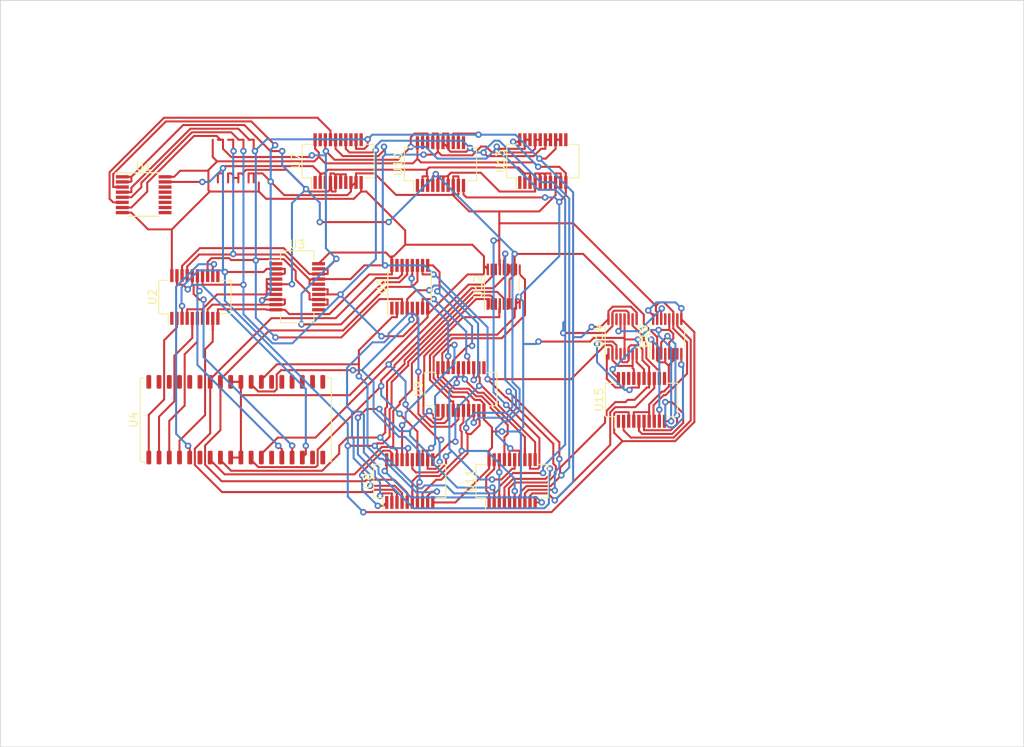
<source format=kicad_pcb>
(kicad_pcb (version 20171130) (host pcbnew 5.1.6)
  (layers (0 F.Cu signal) (31 B.Cu signal) (34 B.Paste user) (35 F.Paste user) (36 B.SilkS user) (37 F.SilkS user) (38 B.Mask user) (39 F.Mask user) (44 Edge.Cuts user))
  (net 0 "")
  (net 1 "Net-(U1-Pad15)")
  (net 2 "Net-(U1-Pad14)")
  (net 3 "Net-(U1-Pad13)")
  (net 4 "Net-(U1-Pad12)")
  (net 5 "Net-(U1-Pad11)")
  (net 6 "Net-(U1-Pad10)")
  (net 7 "Net-(U1-Pad9)")
  (net 8 "Net-(U1-Pad7)")
  (net 9 "Net-(U1-Pad6)")
  (net 10 "Net-(U1-Pad5)")
  (net 11 "Net-(U1-Pad4)")
  (net 12 "Net-(U1-Pad3)")
  (net 13 "Net-(U1-Pad1)")
  (net 14 "Net-(U2-Pad19)")
  (net 15 "Net-(U2-Pad12)")
  (net 16 "Net-(U2-Pad11)")
  (net 17 "Net-(U2-Pad9)")
  (net 18 SRAM)
  (net 19 "Net-(U2-Pad1)")
  (net 20 "Net-(U2-Pad5)")
  (net 21 "Net-(U2-Pad16)")
  (net 22 "Net-(U2-Pad6)")
  (net 23 "Net-(U2-Pad15)")
  (net 24 "Net-(U3-Pad11)")
  (net 25 "Net-(U3-Pad1)")
  (net 26 "Net-(U4-Pad36)")
  (net 27 "Net-(U4-Pad35)")
  (net 28 "Net-(U4-Pad34)")
  (net 29 "Net-(U4-Pad33)")
  (net 30 "Net-(U4-Pad32)")
  (net 31 "Net-(U4-Pad31)")
  (net 32 "Net-(U4-Pad30)")
  (net 33 "Net-(U4-Pad29)")
  (net 34 "Net-(U4-Pad26)")
  (net 35 "Net-(U4-Pad25)")
  (net 36 "Net-(U4-Pad24)")
  (net 37 "Net-(U4-Pad23)")
  (net 38 "Net-(U4-Pad22)")
  (net 39 "Net-(U4-Pad21)")
  (net 40 "Net-(U4-Pad20)")
  (net 41 "Net-(U4-Pad19)")
  (net 42 "Net-(U4-Pad18)")
  (net 43 "Net-(U4-Pad17)")
  (net 44 "Net-(U4-Pad13)")
  (net 45 "Net-(U12-Pad14)")
  (net 46 "Net-(U12-Pad11)")
  (net 47 "Net-(U12-Pad5)")
  (net 48 "Net-(U12-Pad2)")
  (net 49 "Net-(U4-Pad6)")
  (net 50 "Net-(U6-Pad15)")
  (net 51 "Net-(U6-Pad12)")
  (net 52 "Net-(U6-Pad9)")
  (net 53 "Net-(U6-Pad7)")
  (net 54 "Net-(U6-Pad4)")
  (net 55 "Net-(U6-Pad1)")
  (net 56 "Net-(U7-Pad11)")
  (net 57 "Net-(U7-Pad1)")
  (net 58 "Net-(U8-Pad1)")
  (net 59 "Net-(U11-Pad13)")
  (net 60 "Net-(U11-Pad11)")
  (net 61 "Net-(U11-Pad8)")
  (net 62 "Net-(U11-Pad2)")
  (net 63 "Net-(U11-Pad4)")
  (net 64 "Net-(U11-Pad17)")
  (net 65 "Net-(U11-Pad6)")
  (net 66 "Net-(U11-Pad15)")
  (net 67 "Net-(U9-Pad11)")
  (net 68 "Net-(U12-Pad12)")
  (net 69 "Net-(U12-Pad4)")
  (net 70 "Net-(U9-Pad1)")
  (net 71 "Net-(U12-Pad7)")
  (net 72 "Net-(U12-Pad9)")
  (net 73 "Net-(U10-Pad11)")
  (net 74 "Net-(U10-Pad1)")
  (net 75 "Net-(U11-Pad1)")
  (net 76 "Net-(U12-Pad15)")
  (net 77 "Net-(U12-Pad1)")
  (net 78 "Net-(U13-Pad11)")
  (net 79 "Net-(U13-Pad1)")
  (net 80 ADDER8bit)
  (net 81 "Net-(U14-Pad14)")
  (net 82 "Net-(U14-Pad13)")
  (net 83 "Net-(U14-Pad10)")
  (net 84 "Net-(U14-Pad8)")
  (net 85 "Net-(U14-Pad3)")
  (net 86 "Net-(U14-Pad1)")
  (net 87 "Net-(U15-Pad18)")
  (net 88 "Net-(U15-Pad11)")
  (net 89 "Net-(U15-Pad9)")
  (net 90 "Net-(U15-Pad2)")
  (net 91 "Net-(U15-Pad1)")
  (net 92 "Net-(U15-Pad5)")
  (net 93 "Net-(U15-Pad6)")
  (net 94 "Net-(U16-Pad13)")
  (module Package_SO:MSOP-16_3x4mm_P0.5mm (layer F.Cu) (at 247.855 -59.865 90)
    (fp_text reference U16 (at 0 -2.95 90) (layer F.SilkS))
    (fp_text value 74LS83)
    (pad 16 smd roundrect (at 2.15 -1.75 90) (size 1.45 0.3) (layers F.Cu F.Paste F.Mask) (net 1 "Net-(U1-Pad15)"))
    (pad 15 smd roundrect (at 2.15 -1.25 90) (size 1.45 0.3) (layers F.Cu F.Paste F.Mask) (net 12 "Net-(U1-Pad3)"))
    (pad 14 smd roundrect (at 2.15 -0.75 90) (size 1.45 0.3) (layers F.Cu F.Paste F.Mask) (net 82 "Net-(U14-Pad13)"))
    (pad 13 smd roundrect (at 2.15 -0.25 90) (size 1.45 0.3) (layers F.Cu F.Paste F.Mask) (net 94 "Net-(U16-Pad13)"))
    (pad 12 smd roundrect (at 2.15 0.25 90) (size 1.45 0.3) (layers F.Cu F.Paste F.Mask) (net 80 ADDER8bit))
    (pad 11 smd roundrect (at 2.15 0.75 90) (size 1.45 0.3) (layers F.Cu F.Paste F.Mask) (net 12 "Net-(U1-Pad3)"))
    (pad 10 smd roundrect (at 2.15 1.25 90) (size 1.45 0.3) (layers F.Cu F.Paste F.Mask) (net 90 "Net-(U15-Pad2)"))
    (pad 9 smd roundrect (at 2.15 1.75 90) (size 1.45 0.3) (layers F.Cu F.Paste F.Mask) (net 1 "Net-(U1-Pad15)"))
    (pad 8 smd roundrect (at -2.15 1.75 90) (size 1.45 0.3) (layers F.Cu F.Paste F.Mask) (net 92 "Net-(U15-Pad5)"))
    (pad 7 smd roundrect (at -2.15 1.25 90) (size 1.45 0.3) (layers F.Cu F.Paste F.Mask) (net 13 "Net-(U1-Pad1)"))
    (pad 6 smd roundrect (at -2.15 0.75 90) (size 1.45 0.3) (layers F.Cu F.Paste F.Mask) (net 13 "Net-(U1-Pad1)"))
    (pad 5 smd roundrect (at -2.15 0.25 90) (size 1.45 0.3) (layers F.Cu F.Paste F.Mask) (net 80 ADDER8bit))
    (pad 4 smd roundrect (at -2.15 -0.25 90) (size 1.45 0.3) (layers F.Cu F.Paste F.Mask) (net 13 "Net-(U1-Pad1)"))
    (pad 3 smd roundrect (at -2.15 -0.75 90) (size 1.45 0.3) (layers F.Cu F.Paste F.Mask) (net 93 "Net-(U15-Pad6)"))
    (pad 2 smd roundrect (at -2.15 -1.25 90) (size 1.45 0.3) (layers F.Cu F.Paste F.Mask) (net 13 "Net-(U1-Pad1)"))
    (pad 1 smd roundrect (at -2.15 -1.75 90) (size 1.45 0.3) (layers F.Cu F.Paste F.Mask) (net 89 "Net-(U15-Pad9)"))
  )
  (module Package_SO:QSOP-20_3.9x8.7mm_P0.635mm (layer F.Cu) (at 244.655 -51.995 90)
    (fp_text reference U15 (at 0 -5.25 90) (layer F.SilkS))
    (fp_text value 74AHC374)
    (pad 20 smd rect (at 2.6543 -2.8575 90) (size 1.6 0.41) (layers F.Cu F.Paste F.Mask) (net 80 ADDER8bit))
    (pad 19 smd rect (at 2.6543 -2.2225 90) (size 1.6 0.41) (layers F.Cu F.Paste F.Mask) (net 86 "Net-(U14-Pad1)"))
    (pad 18 smd rect (at 2.6543 -1.5875 90) (size 1.6 0.41) (layers F.Cu F.Paste F.Mask) (net 87 "Net-(U15-Pad18)"))
    (pad 13 smd rect (at 2.6543 1.5875 90) (size 1.6 0.41) (layers F.Cu F.Paste F.Mask) (net 11 "Net-(U1-Pad4)"))
    (pad 12 smd rect (at 2.6543 2.2225 90) (size 1.6 0.41) (layers F.Cu F.Paste F.Mask) (net 83 "Net-(U14-Pad10)"))
    (pad 11 smd rect (at 2.6543 2.8575 90) (size 1.6 0.41) (layers F.Cu F.Paste F.Mask) (net 88 "Net-(U15-Pad11)"))
    (pad 10 smd rect (at -2.6543 2.8575 90) (size 1.6 0.41) (layers F.Cu F.Paste F.Mask) (net 80 ADDER8bit))
    (pad 9 smd rect (at -2.6543 2.2225 90) (size 1.6 0.41) (layers F.Cu F.Paste F.Mask) (net 89 "Net-(U15-Pad9)"))
    (pad 8 smd rect (at -2.6543 1.5875 90) (size 1.6 0.41) (layers F.Cu F.Paste F.Mask) (net 12 "Net-(U1-Pad3)"))
    (pad 3 smd rect (at -2.6543 -1.5875 90) (size 1.6 0.41) (layers F.Cu F.Paste F.Mask) (net 1 "Net-(U1-Pad15)"))
    (pad 2 smd rect (at -2.6543 -2.2225 90) (size 1.6 0.41) (layers F.Cu F.Paste F.Mask) (net 90 "Net-(U15-Pad2)"))
    (pad 1 smd rect (at -2.6543 -2.8575 90) (size 1.6 0.41) (layers F.Cu F.Paste F.Mask) (net 91 "Net-(U15-Pad1)"))
    (pad 4 smd rect (at -2.6543 -0.9525 90) (size 1.6 0.41) (layers F.Cu F.Paste F.Mask) (net 13 "Net-(U1-Pad1)"))
    (pad 5 smd rect (at -2.6543 -0.3175 90) (size 1.6 0.41) (layers F.Cu F.Paste F.Mask) (net 92 "Net-(U15-Pad5)"))
    (pad 16 smd rect (at 2.6543 -0.3175 90) (size 1.6 0.41) (layers F.Cu F.Paste F.Mask) (net 85 "Net-(U14-Pad3)"))
    (pad 17 smd rect (at 2.6543 -0.9525 90) (size 1.6 0.41) (layers F.Cu F.Paste F.Mask) (net 9 "Net-(U1-Pad6)"))
    (pad 6 smd rect (at -2.6543 0.3175 90) (size 1.6 0.41) (layers F.Cu F.Paste F.Mask) (net 93 "Net-(U15-Pad6)"))
    (pad 7 smd rect (at -2.6543 0.9525 90) (size 1.6 0.41) (layers F.Cu F.Paste F.Mask) (net 13 "Net-(U1-Pad1)"))
    (pad 15 smd rect (at 2.6543 0.3175 90) (size 1.6 0.41) (layers F.Cu F.Paste F.Mask) (net 84 "Net-(U14-Pad8)"))
    (pad 14 smd rect (at 2.6543 0.9525 90) (size 1.6 0.41) (layers F.Cu F.Paste F.Mask) (net 10 "Net-(U1-Pad5)"))
  )
  (module Package_SO:MSOP-16_3x4mm_P0.5mm (layer F.Cu) (at 242.305 -59.865 90)
    (fp_text reference U14 (at 0 -2.95 90) (layer F.SilkS))
    (fp_text value 74LS83)
    (pad 16 smd roundrect (at 2.15 -1.75 90) (size 1.45 0.3) (layers F.Cu F.Paste F.Mask) (net 11 "Net-(U1-Pad4)"))
    (pad 15 smd roundrect (at 2.15 -1.25 90) (size 1.45 0.3) (layers F.Cu F.Paste F.Mask) (net 8 "Net-(U1-Pad7)"))
    (pad 14 smd roundrect (at 2.15 -0.75 90) (size 1.45 0.3) (layers F.Cu F.Paste F.Mask) (net 81 "Net-(U14-Pad14)"))
    (pad 13 smd roundrect (at 2.15 -0.25 90) (size 1.45 0.3) (layers F.Cu F.Paste F.Mask) (net 82 "Net-(U14-Pad13)"))
    (pad 12 smd roundrect (at 2.15 0.25 90) (size 1.45 0.3) (layers F.Cu F.Paste F.Mask) (net 80 ADDER8bit))
    (pad 11 smd roundrect (at 2.15 0.75 90) (size 1.45 0.3) (layers F.Cu F.Paste F.Mask) (net 8 "Net-(U1-Pad7)"))
    (pad 10 smd roundrect (at 2.15 1.25 90) (size 1.45 0.3) (layers F.Cu F.Paste F.Mask) (net 83 "Net-(U14-Pad10)"))
    (pad 9 smd roundrect (at 2.15 1.75 90) (size 1.45 0.3) (layers F.Cu F.Paste F.Mask) (net 11 "Net-(U1-Pad4)"))
    (pad 8 smd roundrect (at -2.15 1.75 90) (size 1.45 0.3) (layers F.Cu F.Paste F.Mask) (net 84 "Net-(U14-Pad8)"))
    (pad 7 smd roundrect (at -2.15 1.25 90) (size 1.45 0.3) (layers F.Cu F.Paste F.Mask) (net 9 "Net-(U1-Pad6)"))
    (pad 6 smd roundrect (at -2.15 0.75 90) (size 1.45 0.3) (layers F.Cu F.Paste F.Mask) (net 10 "Net-(U1-Pad5)"))
    (pad 5 smd roundrect (at -2.15 0.25 90) (size 1.45 0.3) (layers F.Cu F.Paste F.Mask) (net 80 ADDER8bit))
    (pad 4 smd roundrect (at -2.15 -0.25 90) (size 1.45 0.3) (layers F.Cu F.Paste F.Mask) (net 10 "Net-(U1-Pad5)"))
    (pad 3 smd roundrect (at -2.15 -0.75 90) (size 1.45 0.3) (layers F.Cu F.Paste F.Mask) (net 85 "Net-(U14-Pad3)"))
    (pad 2 smd roundrect (at -2.15 -1.25 90) (size 1.45 0.3) (layers F.Cu F.Paste F.Mask) (net 9 "Net-(U1-Pad6)"))
    (pad 1 smd roundrect (at -2.15 -1.75 90) (size 1.45 0.3) (layers F.Cu F.Paste F.Mask) (net 86 "Net-(U14-Pad1)"))
  )
  (module Package_SO:MSOP-16_3x4mm_P0.5mm (layer F.Cu) (at 227.33 -66.04 90)
    (fp_text reference U12 (at 0 -2.95 90) (layer F.SilkS))
    (fp_text value 74LS157)
    (pad 16 smd roundrect (at 2.15 -1.75 90) (size 1.45 0.3) (layers F.Cu F.Paste F.Mask) (net 80 ADDER8bit))
    (pad 15 smd roundrect (at 2.15 -1.25 90) (size 1.45 0.3) (layers F.Cu F.Paste F.Mask) (net 76 "Net-(U12-Pad15)"))
    (pad 14 smd roundrect (at 2.15 -0.75 90) (size 1.45 0.3) (layers F.Cu F.Paste F.Mask) (net 45 "Net-(U12-Pad14)"))
    (pad 13 smd roundrect (at 2.15 -0.25 90) (size 1.45 0.3) (layers F.Cu F.Paste F.Mask) (net 12 "Net-(U1-Pad3)"))
    (pad 12 smd roundrect (at 2.15 0.25 90) (size 1.45 0.3) (layers F.Cu F.Paste F.Mask) (net 68 "Net-(U12-Pad12)"))
    (pad 11 smd roundrect (at 2.15 0.75 90) (size 1.45 0.3) (layers F.Cu F.Paste F.Mask) (net 46 "Net-(U12-Pad11)"))
    (pad 10 smd roundrect (at 2.15 1.25 90) (size 1.45 0.3) (layers F.Cu F.Paste F.Mask) (net 13 "Net-(U1-Pad1)"))
    (pad 9 smd roundrect (at 2.15 1.75 90) (size 1.45 0.3) (layers F.Cu F.Paste F.Mask) (net 72 "Net-(U12-Pad9)"))
    (pad 8 smd roundrect (at -2.15 1.75 90) (size 1.45 0.3) (layers F.Cu F.Paste F.Mask) (net 80 ADDER8bit))
    (pad 7 smd roundrect (at -2.15 1.25 90) (size 1.45 0.3) (layers F.Cu F.Paste F.Mask) (net 71 "Net-(U12-Pad7)"))
    (pad 6 smd roundrect (at -2.15 0.75 90) (size 1.45 0.3) (layers F.Cu F.Paste F.Mask) (net 13 "Net-(U1-Pad1)"))
    (pad 5 smd roundrect (at -2.15 0.25 90) (size 1.45 0.3) (layers F.Cu F.Paste F.Mask) (net 47 "Net-(U12-Pad5)"))
    (pad 4 smd roundrect (at -2.15 -0.25 90) (size 1.45 0.3) (layers F.Cu F.Paste F.Mask) (net 69 "Net-(U12-Pad4)"))
    (pad 3 smd roundrect (at -2.15 -0.75 90) (size 1.45 0.3) (layers F.Cu F.Paste F.Mask) (net 1 "Net-(U1-Pad15)"))
    (pad 2 smd roundrect (at -2.15 -1.25 90) (size 1.45 0.3) (layers F.Cu F.Paste F.Mask) (net 48 "Net-(U12-Pad2)"))
    (pad 1 smd roundrect (at -2.15 -1.75 90) (size 1.45 0.3) (layers F.Cu F.Paste F.Mask) (net 77 "Net-(U12-Pad1)"))
  )
  (module Package_SO:QSOP-20_3.9x8.7mm_P0.635mm (layer F.Cu) (at 232.41 -81.645 90)
    (fp_text reference U13 (at 0 -5.25 90) (layer F.SilkS))
    (fp_text value 74AHC374)
    (pad 20 smd rect (at 2.6543 -2.8575 90) (size 1.6 0.41) (layers F.Cu F.Paste F.Mask) (net 80 ADDER8bit))
    (pad 19 smd rect (at 2.6543 -2.2225 90) (size 1.6 0.41) (layers F.Cu F.Paste F.Mask) (net 8 "Net-(U1-Pad7)"))
    (pad 18 smd rect (at 2.6543 -1.5875 90) (size 1.6 0.41) (layers F.Cu F.Paste F.Mask) (net 8 "Net-(U1-Pad7)"))
    (pad 13 smd rect (at 2.6543 1.5875 90) (size 1.6 0.41) (layers F.Cu F.Paste F.Mask) (net 11 "Net-(U1-Pad4)"))
    (pad 12 smd rect (at 2.6543 2.2225 90) (size 1.6 0.41) (layers F.Cu F.Paste F.Mask) (net 11 "Net-(U1-Pad4)"))
    (pad 11 smd rect (at 2.6543 2.8575 90) (size 1.6 0.41) (layers F.Cu F.Paste F.Mask) (net 78 "Net-(U13-Pad11)"))
    (pad 10 smd rect (at -2.6543 2.8575 90) (size 1.6 0.41) (layers F.Cu F.Paste F.Mask) (net 80 ADDER8bit))
    (pad 9 smd rect (at -2.6543 2.2225 90) (size 1.6 0.41) (layers F.Cu F.Paste F.Mask) (net 12 "Net-(U1-Pad3)"))
    (pad 8 smd rect (at -2.6543 1.5875 90) (size 1.6 0.41) (layers F.Cu F.Paste F.Mask) (net 12 "Net-(U1-Pad3)"))
    (pad 3 smd rect (at -2.6543 -1.5875 90) (size 1.6 0.41) (layers F.Cu F.Paste F.Mask) (net 1 "Net-(U1-Pad15)"))
    (pad 2 smd rect (at -2.6543 -2.2225 90) (size 1.6 0.41) (layers F.Cu F.Paste F.Mask) (net 1 "Net-(U1-Pad15)"))
    (pad 1 smd rect (at -2.6543 -2.8575 90) (size 1.6 0.41) (layers F.Cu F.Paste F.Mask) (net 79 "Net-(U13-Pad1)"))
    (pad 4 smd rect (at -2.6543 -0.9525 90) (size 1.6 0.41) (layers F.Cu F.Paste F.Mask) (net 13 "Net-(U1-Pad1)"))
    (pad 5 smd rect (at -2.6543 -0.3175 90) (size 1.6 0.41) (layers F.Cu F.Paste F.Mask) (net 13 "Net-(U1-Pad1)"))
    (pad 16 smd rect (at 2.6543 -0.3175 90) (size 1.6 0.41) (layers F.Cu F.Paste F.Mask) (net 9 "Net-(U1-Pad6)"))
    (pad 17 smd rect (at 2.6543 -0.9525 90) (size 1.6 0.41) (layers F.Cu F.Paste F.Mask) (net 9 "Net-(U1-Pad6)"))
    (pad 6 smd rect (at -2.6543 0.3175 90) (size 1.6 0.41) (layers F.Cu F.Paste F.Mask) (net 13 "Net-(U1-Pad1)"))
    (pad 7 smd rect (at -2.6543 0.9525 90) (size 1.6 0.41) (layers F.Cu F.Paste F.Mask) (net 13 "Net-(U1-Pad1)"))
    (pad 15 smd rect (at 2.6543 0.3175 90) (size 1.6 0.41) (layers F.Cu F.Paste F.Mask) (net 10 "Net-(U1-Pad5)"))
    (pad 14 smd rect (at 2.6543 0.9525 90) (size 1.6 0.41) (layers F.Cu F.Paste F.Mask) (net 10 "Net-(U1-Pad5)"))
  )
  (module Package_SO:QSOP-20_3.9x8.7mm_P0.635mm (layer F.Cu) (at 228.6 -41.91 90)
    (fp_text reference U11 (at 0 -5.25 90) (layer F.SilkS))
    (fp_text value 74LS244)
    (pad 20 smd rect (at 2.6543 -2.8575 90) (size 1.6 0.41) (layers F.Cu F.Paste F.Mask) (net 80 ADDER8bit))
    (pad 19 smd rect (at 2.6543 -2.2225 90) (size 1.6 0.41) (layers F.Cu F.Paste F.Mask) (net 75 "Net-(U11-Pad1)"))
    (pad 18 smd rect (at 2.6543 -1.5875 90) (size 1.6 0.41) (layers F.Cu F.Paste F.Mask) (net 1 "Net-(U1-Pad15)"))
    (pad 13 smd rect (at 2.6543 1.5875 90) (size 1.6 0.41) (layers F.Cu F.Paste F.Mask) (net 59 "Net-(U11-Pad13)"))
    (pad 12 smd rect (at 2.6543 2.2225 90) (size 1.6 0.41) (layers F.Cu F.Paste F.Mask) (net 12 "Net-(U1-Pad3)"))
    (pad 11 smd rect (at 2.6543 2.8575 90) (size 1.6 0.41) (layers F.Cu F.Paste F.Mask) (net 60 "Net-(U11-Pad11)"))
    (pad 10 smd rect (at -2.6543 2.8575 90) (size 1.6 0.41) (layers F.Cu F.Paste F.Mask) (net 80 ADDER8bit))
    (pad 9 smd rect (at -2.6543 2.2225 90) (size 1.6 0.41) (layers F.Cu F.Paste F.Mask) (net 11 "Net-(U1-Pad4)"))
    (pad 8 smd rect (at -2.6543 1.5875 90) (size 1.6 0.41) (layers F.Cu F.Paste F.Mask) (net 61 "Net-(U11-Pad8)"))
    (pad 3 smd rect (at -2.6543 -1.5875 90) (size 1.6 0.41) (layers F.Cu F.Paste F.Mask) (net 8 "Net-(U1-Pad7)"))
    (pad 2 smd rect (at -2.6543 -2.2225 90) (size 1.6 0.41) (layers F.Cu F.Paste F.Mask) (net 62 "Net-(U11-Pad2)"))
    (pad 1 smd rect (at -2.6543 -2.8575 90) (size 1.6 0.41) (layers F.Cu F.Paste F.Mask) (net 75 "Net-(U11-Pad1)"))
    (pad 4 smd rect (at -2.6543 -0.9525 90) (size 1.6 0.41) (layers F.Cu F.Paste F.Mask) (net 63 "Net-(U11-Pad4)"))
    (pad 5 smd rect (at -2.6543 -0.3175 90) (size 1.6 0.41) (layers F.Cu F.Paste F.Mask) (net 9 "Net-(U1-Pad6)"))
    (pad 16 smd rect (at 2.6543 -0.3175 90) (size 1.6 0.41) (layers F.Cu F.Paste F.Mask) (net 13 "Net-(U1-Pad1)"))
    (pad 17 smd rect (at 2.6543 -0.9525 90) (size 1.6 0.41) (layers F.Cu F.Paste F.Mask) (net 64 "Net-(U11-Pad17)"))
    (pad 6 smd rect (at -2.6543 0.3175 90) (size 1.6 0.41) (layers F.Cu F.Paste F.Mask) (net 65 "Net-(U11-Pad6)"))
    (pad 7 smd rect (at -2.6543 0.9525 90) (size 1.6 0.41) (layers F.Cu F.Paste F.Mask) (net 10 "Net-(U1-Pad5)"))
    (pad 15 smd rect (at 2.6543 0.3175 90) (size 1.6 0.41) (layers F.Cu F.Paste F.Mask) (net 66 "Net-(U11-Pad15)"))
    (pad 14 smd rect (at 2.6543 0.9525 90) (size 1.6 0.41) (layers F.Cu F.Paste F.Mask) (net 13 "Net-(U1-Pad1)"))
  )
  (module Package_SO:QSOP-20_3.9x8.7mm_P0.635mm (layer F.Cu) (at 219.71 -81.28 90)
    (fp_text reference U10 (at 0 -5.25 90) (layer F.SilkS))
    (fp_text value 74AHC374)
    (pad 20 smd rect (at 2.6543 -2.8575 90) (size 1.6 0.41) (layers F.Cu F.Paste F.Mask) (net 80 ADDER8bit))
    (pad 19 smd rect (at 2.6543 -2.2225 90) (size 1.6 0.41) (layers F.Cu F.Paste F.Mask) (net 8 "Net-(U1-Pad7)"))
    (pad 18 smd rect (at 2.6543 -1.5875 90) (size 1.6 0.41) (layers F.Cu F.Paste F.Mask) (net 8 "Net-(U1-Pad7)"))
    (pad 13 smd rect (at 2.6543 1.5875 90) (size 1.6 0.41) (layers F.Cu F.Paste F.Mask) (net 11 "Net-(U1-Pad4)"))
    (pad 12 smd rect (at 2.6543 2.2225 90) (size 1.6 0.41) (layers F.Cu F.Paste F.Mask) (net 11 "Net-(U1-Pad4)"))
    (pad 11 smd rect (at 2.6543 2.8575 90) (size 1.6 0.41) (layers F.Cu F.Paste F.Mask) (net 73 "Net-(U10-Pad11)"))
    (pad 10 smd rect (at -2.6543 2.8575 90) (size 1.6 0.41) (layers F.Cu F.Paste F.Mask) (net 80 ADDER8bit))
    (pad 9 smd rect (at -2.6543 2.2225 90) (size 1.6 0.41) (layers F.Cu F.Paste F.Mask) (net 12 "Net-(U1-Pad3)"))
    (pad 8 smd rect (at -2.6543 1.5875 90) (size 1.6 0.41) (layers F.Cu F.Paste F.Mask) (net 12 "Net-(U1-Pad3)"))
    (pad 3 smd rect (at -2.6543 -1.5875 90) (size 1.6 0.41) (layers F.Cu F.Paste F.Mask) (net 1 "Net-(U1-Pad15)"))
    (pad 2 smd rect (at -2.6543 -2.2225 90) (size 1.6 0.41) (layers F.Cu F.Paste F.Mask) (net 1 "Net-(U1-Pad15)"))
    (pad 1 smd rect (at -2.6543 -2.8575 90) (size 1.6 0.41) (layers F.Cu F.Paste F.Mask) (net 74 "Net-(U10-Pad1)"))
    (pad 4 smd rect (at -2.6543 -0.9525 90) (size 1.6 0.41) (layers F.Cu F.Paste F.Mask) (net 13 "Net-(U1-Pad1)"))
    (pad 5 smd rect (at -2.6543 -0.3175 90) (size 1.6 0.41) (layers F.Cu F.Paste F.Mask) (net 13 "Net-(U1-Pad1)"))
    (pad 16 smd rect (at 2.6543 -0.3175 90) (size 1.6 0.41) (layers F.Cu F.Paste F.Mask) (net 9 "Net-(U1-Pad6)"))
    (pad 17 smd rect (at 2.6543 -0.9525 90) (size 1.6 0.41) (layers F.Cu F.Paste F.Mask) (net 9 "Net-(U1-Pad6)"))
    (pad 6 smd rect (at -2.6543 0.3175 90) (size 1.6 0.41) (layers F.Cu F.Paste F.Mask) (net 13 "Net-(U1-Pad1)"))
    (pad 7 smd rect (at -2.6543 0.9525 90) (size 1.6 0.41) (layers F.Cu F.Paste F.Mask) (net 13 "Net-(U1-Pad1)"))
    (pad 15 smd rect (at 2.6543 0.3175 90) (size 1.6 0.41) (layers F.Cu F.Paste F.Mask) (net 10 "Net-(U1-Pad5)"))
    (pad 14 smd rect (at 2.6543 0.9525 90) (size 1.6 0.41) (layers F.Cu F.Paste F.Mask) (net 10 "Net-(U1-Pad5)"))
  )
  (module Package_SO:QSOP-20_3.9x8.7mm_P0.635mm (layer F.Cu) (at 222.25 -53.34 90)
    (fp_text reference U9 (at 0 -5.25 90) (layer F.SilkS))
    (fp_text value 74LS377)
    (pad 20 smd rect (at 2.6543 -2.8575 90) (size 1.6 0.41) (layers F.Cu F.Paste F.Mask) (net 80 ADDER8bit))
    (pad 19 smd rect (at 2.6543 -2.2225 90) (size 1.6 0.41) (layers F.Cu F.Paste F.Mask) (net 64 "Net-(U11-Pad17)"))
    (pad 18 smd rect (at 2.6543 -1.5875 90) (size 1.6 0.41) (layers F.Cu F.Paste F.Mask) (net 51 "Net-(U6-Pad12)"))
    (pad 13 smd rect (at 2.6543 1.5875 90) (size 1.6 0.41) (layers F.Cu F.Paste F.Mask) (net 54 "Net-(U6-Pad4)"))
    (pad 12 smd rect (at 2.6543 2.2225 90) (size 1.6 0.41) (layers F.Cu F.Paste F.Mask) (net 60 "Net-(U11-Pad11)"))
    (pad 11 smd rect (at 2.6543 2.8575 90) (size 1.6 0.41) (layers F.Cu F.Paste F.Mask) (net 67 "Net-(U9-Pad11)"))
    (pad 10 smd rect (at -2.6543 2.8575 90) (size 1.6 0.41) (layers F.Cu F.Paste F.Mask) (net 80 ADDER8bit))
    (pad 9 smd rect (at -2.6543 2.2225 90) (size 1.6 0.41) (layers F.Cu F.Paste F.Mask) (net 61 "Net-(U11-Pad8)"))
    (pad 8 smd rect (at -2.6543 1.5875 90) (size 1.6 0.41) (layers F.Cu F.Paste F.Mask) (net 68 "Net-(U12-Pad12)"))
    (pad 3 smd rect (at -2.6543 -1.5875 90) (size 1.6 0.41) (layers F.Cu F.Paste F.Mask) (net 69 "Net-(U12-Pad4)"))
    (pad 2 smd rect (at -2.6543 -2.2225 90) (size 1.6 0.41) (layers F.Cu F.Paste F.Mask) (net 62 "Net-(U11-Pad2)"))
    (pad 1 smd rect (at -2.6543 -2.8575 90) (size 1.6 0.41) (layers F.Cu F.Paste F.Mask) (net 70 "Net-(U9-Pad1)"))
    (pad 4 smd rect (at -2.6543 -0.9525 90) (size 1.6 0.41) (layers F.Cu F.Paste F.Mask) (net 71 "Net-(U12-Pad7)"))
    (pad 5 smd rect (at -2.6543 -0.3175 90) (size 1.6 0.41) (layers F.Cu F.Paste F.Mask) (net 63 "Net-(U11-Pad4)"))
    (pad 16 smd rect (at 2.6543 -0.3175 90) (size 1.6 0.41) (layers F.Cu F.Paste F.Mask) (net 66 "Net-(U11-Pad15)"))
    (pad 17 smd rect (at 2.6543 -0.9525 90) (size 1.6 0.41) (layers F.Cu F.Paste F.Mask) (net 52 "Net-(U6-Pad9)"))
    (pad 6 smd rect (at -2.6543 0.3175 90) (size 1.6 0.41) (layers F.Cu F.Paste F.Mask) (net 65 "Net-(U11-Pad6)"))
    (pad 7 smd rect (at -2.6543 0.9525 90) (size 1.6 0.41) (layers F.Cu F.Paste F.Mask) (net 72 "Net-(U12-Pad9)"))
    (pad 15 smd rect (at 2.6543 0.3175 90) (size 1.6 0.41) (layers F.Cu F.Paste F.Mask) (net 59 "Net-(U11-Pad13)"))
    (pad 14 smd rect (at 2.6543 0.9525 90) (size 1.6 0.41) (layers F.Cu F.Paste F.Mask) (net 53 "Net-(U6-Pad7)"))
  )
  (module Package_SO:QSOP-20_3.9x8.7mm_P0.635mm (layer F.Cu) (at 215.9 -41.91 90)
    (fp_text reference U8 (at 0 -5.25 90) (layer F.SilkS))
    (fp_text value 74LS244)
    (pad 20 smd rect (at 2.6543 -2.8575 90) (size 1.6 0.41) (layers F.Cu F.Paste F.Mask) (net 80 ADDER8bit))
    (pad 19 smd rect (at 2.6543 -2.2225 90) (size 1.6 0.41) (layers F.Cu F.Paste F.Mask) (net 58 "Net-(U8-Pad1)"))
    (pad 18 smd rect (at 2.6543 -1.5875 90) (size 1.6 0.41) (layers F.Cu F.Paste F.Mask) (net 48 "Net-(U12-Pad2)"))
    (pad 13 smd rect (at 2.6543 1.5875 90) (size 1.6 0.41) (layers F.Cu F.Paste F.Mask) (net 59 "Net-(U11-Pad13)"))
    (pad 12 smd rect (at 2.6543 2.2225 90) (size 1.6 0.41) (layers F.Cu F.Paste F.Mask) (net 45 "Net-(U12-Pad14)"))
    (pad 11 smd rect (at 2.6543 2.8575 90) (size 1.6 0.41) (layers F.Cu F.Paste F.Mask) (net 60 "Net-(U11-Pad11)"))
    (pad 10 smd rect (at -2.6543 2.8575 90) (size 1.6 0.41) (layers F.Cu F.Paste F.Mask) (net 80 ADDER8bit))
    (pad 9 smd rect (at -2.6543 2.2225 90) (size 1.6 0.41) (layers F.Cu F.Paste F.Mask) (net 35 "Net-(U4-Pad25)"))
    (pad 8 smd rect (at -2.6543 1.5875 90) (size 1.6 0.41) (layers F.Cu F.Paste F.Mask) (net 61 "Net-(U11-Pad8)"))
    (pad 3 smd rect (at -2.6543 -1.5875 90) (size 1.6 0.41) (layers F.Cu F.Paste F.Mask) (net 32 "Net-(U4-Pad30)"))
    (pad 2 smd rect (at -2.6543 -2.2225 90) (size 1.6 0.41) (layers F.Cu F.Paste F.Mask) (net 62 "Net-(U11-Pad2)"))
    (pad 1 smd rect (at -2.6543 -2.8575 90) (size 1.6 0.41) (layers F.Cu F.Paste F.Mask) (net 58 "Net-(U8-Pad1)"))
    (pad 4 smd rect (at -2.6543 -0.9525 90) (size 1.6 0.41) (layers F.Cu F.Paste F.Mask) (net 63 "Net-(U11-Pad4)"))
    (pad 5 smd rect (at -2.6543 -0.3175 90) (size 1.6 0.41) (layers F.Cu F.Paste F.Mask) (net 33 "Net-(U4-Pad29)"))
    (pad 16 smd rect (at 2.6543 -0.3175 90) (size 1.6 0.41) (layers F.Cu F.Paste F.Mask) (net 47 "Net-(U12-Pad5)"))
    (pad 17 smd rect (at 2.6543 -0.9525 90) (size 1.6 0.41) (layers F.Cu F.Paste F.Mask) (net 64 "Net-(U11-Pad17)"))
    (pad 6 smd rect (at -2.6543 0.3175 90) (size 1.6 0.41) (layers F.Cu F.Paste F.Mask) (net 65 "Net-(U11-Pad6)"))
    (pad 7 smd rect (at -2.6543 0.9525 90) (size 1.6 0.41) (layers F.Cu F.Paste F.Mask) (net 34 "Net-(U4-Pad26)"))
    (pad 15 smd rect (at 2.6543 0.3175 90) (size 1.6 0.41) (layers F.Cu F.Paste F.Mask) (net 66 "Net-(U11-Pad15)"))
    (pad 14 smd rect (at 2.6543 0.9525 90) (size 1.6 0.41) (layers F.Cu F.Paste F.Mask) (net 46 "Net-(U12-Pad11)"))
  )
  (module Package_SO:QSOP-20_3.9x8.7mm_P0.635mm (layer F.Cu) (at 207.01 -81.645 90)
    (fp_text reference U7 (at 0 -5.25 90) (layer F.SilkS))
    (fp_text value 74AHC374)
    (pad 20 smd rect (at 2.6543 -2.8575 90) (size 1.6 0.41) (layers F.Cu F.Paste F.Mask) (net 80 ADDER8bit))
    (pad 19 smd rect (at 2.6543 -2.2225 90) (size 1.6 0.41) (layers F.Cu F.Paste F.Mask) (net 8 "Net-(U1-Pad7)"))
    (pad 18 smd rect (at 2.6543 -1.5875 90) (size 1.6 0.41) (layers F.Cu F.Paste F.Mask) (net 8 "Net-(U1-Pad7)"))
    (pad 13 smd rect (at 2.6543 1.5875 90) (size 1.6 0.41) (layers F.Cu F.Paste F.Mask) (net 11 "Net-(U1-Pad4)"))
    (pad 12 smd rect (at 2.6543 2.2225 90) (size 1.6 0.41) (layers F.Cu F.Paste F.Mask) (net 11 "Net-(U1-Pad4)"))
    (pad 11 smd rect (at 2.6543 2.8575 90) (size 1.6 0.41) (layers F.Cu F.Paste F.Mask) (net 56 "Net-(U7-Pad11)"))
    (pad 10 smd rect (at -2.6543 2.8575 90) (size 1.6 0.41) (layers F.Cu F.Paste F.Mask) (net 80 ADDER8bit))
    (pad 9 smd rect (at -2.6543 2.2225 90) (size 1.6 0.41) (layers F.Cu F.Paste F.Mask) (net 12 "Net-(U1-Pad3)"))
    (pad 8 smd rect (at -2.6543 1.5875 90) (size 1.6 0.41) (layers F.Cu F.Paste F.Mask) (net 12 "Net-(U1-Pad3)"))
    (pad 3 smd rect (at -2.6543 -1.5875 90) (size 1.6 0.41) (layers F.Cu F.Paste F.Mask) (net 1 "Net-(U1-Pad15)"))
    (pad 2 smd rect (at -2.6543 -2.2225 90) (size 1.6 0.41) (layers F.Cu F.Paste F.Mask) (net 1 "Net-(U1-Pad15)"))
    (pad 1 smd rect (at -2.6543 -2.8575 90) (size 1.6 0.41) (layers F.Cu F.Paste F.Mask) (net 57 "Net-(U7-Pad1)"))
    (pad 4 smd rect (at -2.6543 -0.9525 90) (size 1.6 0.41) (layers F.Cu F.Paste F.Mask) (net 13 "Net-(U1-Pad1)"))
    (pad 5 smd rect (at -2.6543 -0.3175 90) (size 1.6 0.41) (layers F.Cu F.Paste F.Mask) (net 13 "Net-(U1-Pad1)"))
    (pad 16 smd rect (at 2.6543 -0.3175 90) (size 1.6 0.41) (layers F.Cu F.Paste F.Mask) (net 9 "Net-(U1-Pad6)"))
    (pad 17 smd rect (at 2.6543 -0.9525 90) (size 1.6 0.41) (layers F.Cu F.Paste F.Mask) (net 9 "Net-(U1-Pad6)"))
    (pad 6 smd rect (at -2.6543 0.3175 90) (size 1.6 0.41) (layers F.Cu F.Paste F.Mask) (net 13 "Net-(U1-Pad1)"))
    (pad 7 smd rect (at -2.6543 0.9525 90) (size 1.6 0.41) (layers F.Cu F.Paste F.Mask) (net 13 "Net-(U1-Pad1)"))
    (pad 15 smd rect (at 2.6543 0.3175 90) (size 1.6 0.41) (layers F.Cu F.Paste F.Mask) (net 10 "Net-(U1-Pad5)"))
    (pad 14 smd rect (at 2.6543 0.9525 90) (size 1.6 0.41) (layers F.Cu F.Paste F.Mask) (net 10 "Net-(U1-Pad5)"))
  )
  (module Package_SO:QSOP-16_3.9x4.9mm_P0.635mm (layer F.Cu) (at 215.9 -66.04 90)
    (fp_text reference U6 (at 0 -3.5 90) (layer F.SilkS))
    (fp_text value 74LS157)
    (pad 16 smd rect (at 2.6543 -2.2225 90) (size 1.6 0.41) (layers F.Cu F.Paste F.Mask) (net 80 ADDER8bit))
    (pad 15 smd rect (at 2.6543 -1.5875 90) (size 1.6 0.41) (layers F.Cu F.Paste F.Mask) (net 50 "Net-(U6-Pad15)"))
    (pad 14 smd rect (at 2.6543 -0.9525 90) (size 1.6 0.41) (layers F.Cu F.Paste F.Mask) (net 32 "Net-(U4-Pad30)"))
    (pad 13 smd rect (at 2.6543 -0.3175 90) (size 1.6 0.41) (layers F.Cu F.Paste F.Mask) (net 8 "Net-(U1-Pad7)"))
    (pad 12 smd rect (at 2.6543 0.3175 90) (size 1.6 0.41) (layers F.Cu F.Paste F.Mask) (net 51 "Net-(U6-Pad12)"))
    (pad 11 smd rect (at 2.6543 0.9525 90) (size 1.6 0.41) (layers F.Cu F.Paste F.Mask) (net 33 "Net-(U4-Pad29)"))
    (pad 10 smd rect (at 2.6543 1.5875 90) (size 1.6 0.41) (layers F.Cu F.Paste F.Mask) (net 9 "Net-(U1-Pad6)"))
    (pad 9 smd rect (at 2.6543 2.2225 90) (size 1.6 0.41) (layers F.Cu F.Paste F.Mask) (net 52 "Net-(U6-Pad9)"))
    (pad 8 smd rect (at -2.6543 2.2225 90) (size 1.6 0.41) (layers F.Cu F.Paste F.Mask) (net 80 ADDER8bit))
    (pad 7 smd rect (at -2.6543 1.5875 90) (size 1.6 0.41) (layers F.Cu F.Paste F.Mask) (net 53 "Net-(U6-Pad7)"))
    (pad 6 smd rect (at -2.6543 0.9525 90) (size 1.6 0.41) (layers F.Cu F.Paste F.Mask) (net 10 "Net-(U1-Pad5)"))
    (pad 5 smd rect (at -2.6543 0.3175 90) (size 1.6 0.41) (layers F.Cu F.Paste F.Mask) (net 34 "Net-(U4-Pad26)"))
    (pad 4 smd rect (at -2.6543 -0.3175 90) (size 1.6 0.41) (layers F.Cu F.Paste F.Mask) (net 54 "Net-(U6-Pad4)"))
    (pad 3 smd rect (at -2.6543 -0.9525 90) (size 1.6 0.41) (layers F.Cu F.Paste F.Mask) (net 11 "Net-(U1-Pad4)"))
    (pad 2 smd rect (at -2.6543 -1.5875 90) (size 1.6 0.41) (layers F.Cu F.Paste F.Mask) (net 35 "Net-(U4-Pad25)"))
    (pad 1 smd rect (at -2.6543 -2.2225 90) (size 1.6 0.41) (layers F.Cu F.Paste F.Mask) (net 55 "Net-(U6-Pad1)"))
  )
  (module Package_SO:SOJ-36_10.16x23.49mm_P1.27mm (layer F.Cu) (at 194.31 -49.53 90)
    (fp_text reference U4 (at 0 -12.7 90) (layer F.SilkS))
    (fp_text value IS61C5128AL-10KLI)
    (pad 36 smd roundrect (at 4.7 -10.795 90) (size 1.7 0.6) (layers F.Cu F.Paste F.Mask) (net 26 "Net-(U4-Pad36)"))
    (pad 35 smd roundrect (at 4.7 -9.525 90) (size 1.7 0.6) (layers F.Cu F.Paste F.Mask) (net 27 "Net-(U4-Pad35)"))
    (pad 34 smd roundrect (at 4.7 -8.255 90) (size 1.7 0.6) (layers F.Cu F.Paste F.Mask) (net 28 "Net-(U4-Pad34)"))
    (pad 33 smd roundrect (at 4.7 -6.985 90) (size 1.7 0.6) (layers F.Cu F.Paste F.Mask) (net 29 "Net-(U4-Pad33)"))
    (pad 32 smd roundrect (at 4.7 -5.715 90) (size 1.7 0.6) (layers F.Cu F.Paste F.Mask) (net 30 "Net-(U4-Pad32)"))
    (pad 31 smd roundrect (at 4.7 -4.445 90) (size 1.7 0.6) (layers F.Cu F.Paste F.Mask) (net 31 "Net-(U4-Pad31)"))
    (pad 30 smd roundrect (at 4.7 -3.175 90) (size 1.7 0.6) (layers F.Cu F.Paste F.Mask) (net 32 "Net-(U4-Pad30)"))
    (pad 29 smd roundrect (at 4.7 -1.905 90) (size 1.7 0.6) (layers F.Cu F.Paste F.Mask) (net 33 "Net-(U4-Pad29)"))
    (pad 28 smd roundrect (at 4.7 -0.635 90) (size 1.7 0.6) (layers F.Cu F.Paste F.Mask) (net 80 ADDER8bit))
    (pad 27 smd roundrect (at 4.7 0.635 90) (size 1.7 0.6) (layers F.Cu F.Paste F.Mask) (net 80 ADDER8bit))
    (pad 26 smd roundrect (at 4.7 1.905 90) (size 1.7 0.6) (layers F.Cu F.Paste F.Mask) (net 34 "Net-(U4-Pad26)"))
    (pad 25 smd roundrect (at 4.7 3.175 90) (size 1.7 0.6) (layers F.Cu F.Paste F.Mask) (net 35 "Net-(U4-Pad25)"))
    (pad 24 smd roundrect (at 4.7 4.445 90) (size 1.7 0.6) (layers F.Cu F.Paste F.Mask) (net 36 "Net-(U4-Pad24)"))
    (pad 23 smd roundrect (at 4.7 5.715 90) (size 1.7 0.6) (layers F.Cu F.Paste F.Mask) (net 37 "Net-(U4-Pad23)"))
    (pad 22 smd roundrect (at 4.7 6.985 90) (size 1.7 0.6) (layers F.Cu F.Paste F.Mask) (net 38 "Net-(U4-Pad22)"))
    (pad 21 smd roundrect (at 4.7 8.255 90) (size 1.7 0.6) (layers F.Cu F.Paste F.Mask) (net 39 "Net-(U4-Pad21)"))
    (pad 20 smd roundrect (at 4.7 9.525 90) (size 1.7 0.6) (layers F.Cu F.Paste F.Mask) (net 40 "Net-(U4-Pad20)"))
    (pad 19 smd roundrect (at 4.7 10.795 90) (size 1.7 0.6) (layers F.Cu F.Paste F.Mask) (net 41 "Net-(U4-Pad19)"))
    (pad 18 smd roundrect (at -4.7 10.795 90) (size 1.7 0.6) (layers F.Cu F.Paste F.Mask) (net 42 "Net-(U4-Pad18)"))
    (pad 17 smd roundrect (at -4.7 9.525 90) (size 1.7 0.6) (layers F.Cu F.Paste F.Mask) (net 43 "Net-(U4-Pad17)"))
    (pad 16 smd roundrect (at -4.7 8.255 90) (size 1.7 0.6) (layers F.Cu F.Paste F.Mask) (net 14 "Net-(U2-Pad19)"))
    (pad 15 smd roundrect (at -4.7 6.985 90) (size 1.7 0.6) (layers F.Cu F.Paste F.Mask) (net 21 "Net-(U2-Pad16)"))
    (pad 14 smd roundrect (at -4.7 5.715 90) (size 1.7 0.6) (layers F.Cu F.Paste F.Mask) (net 23 "Net-(U2-Pad15)"))
    (pad 13 smd roundrect (at -4.7 4.445 90) (size 1.7 0.6) (layers F.Cu F.Paste F.Mask) (net 44 "Net-(U4-Pad13)"))
    (pad 12 smd roundrect (at -4.7 3.175 90) (size 1.7 0.6) (layers F.Cu F.Paste F.Mask) (net 45 "Net-(U12-Pad14)"))
    (pad 11 smd roundrect (at -4.7 1.905 90) (size 1.7 0.6) (layers F.Cu F.Paste F.Mask) (net 46 "Net-(U12-Pad11)"))
    (pad 10 smd roundrect (at -4.7 0.635 90) (size 1.7 0.6) (layers F.Cu F.Paste F.Mask) (net 80 ADDER8bit))
    (pad 9 smd roundrect (at -4.7 -0.635 90) (size 1.7 0.6) (layers F.Cu F.Paste F.Mask) (net 80 ADDER8bit))
    (pad 8 smd roundrect (at -4.7 -1.905 90) (size 1.7 0.6) (layers F.Cu F.Paste F.Mask) (net 47 "Net-(U12-Pad5)"))
    (pad 7 smd roundrect (at -4.7 -3.175 90) (size 1.7 0.6) (layers F.Cu F.Paste F.Mask) (net 48 "Net-(U12-Pad2)"))
    (pad 6 smd roundrect (at -4.7 -4.445 90) (size 1.7 0.6) (layers F.Cu F.Paste F.Mask) (net 49 "Net-(U4-Pad6)"))
    (pad 5 smd roundrect (at -4.7 -5.715 90) (size 1.7 0.6) (layers F.Cu F.Paste F.Mask) (net 15 "Net-(U2-Pad12)"))
    (pad 4 smd roundrect (at -4.7 -6.985 90) (size 1.7 0.6) (layers F.Cu F.Paste F.Mask) (net 17 "Net-(U2-Pad9)"))
    (pad 3 smd roundrect (at -4.7 -8.255 90) (size 1.7 0.6) (layers F.Cu F.Paste F.Mask) (net 22 "Net-(U2-Pad6)"))
    (pad 2 smd roundrect (at -4.7 -9.525 90) (size 1.7 0.6) (layers F.Cu F.Paste F.Mask) (net 20 "Net-(U2-Pad5)"))
    (pad 1 smd roundrect (at -4.7 -10.795 90) (size 1.7 0.6) (layers F.Cu F.Paste F.Mask) (net 18 SRAM))
  )
  (module Package_SO:QSOP-20_3.9x8.7mm_P0.635mm (layer F.Cu) (at 201.93 -66.04)
    (fp_text reference U3 (at 0 -5.25) (layer F.SilkS))
    (fp_text value 74AHC374)
    (pad 20 smd rect (at 2.6543 -2.8575) (size 1.6 0.41) (layers F.Cu F.Paste F.Mask) (net 80 ADDER8bit))
    (pad 19 smd rect (at 2.6543 -2.2225) (size 1.6 0.41) (layers F.Cu F.Paste F.Mask) (net 8 "Net-(U1-Pad7)"))
    (pad 18 smd rect (at 2.6543 -1.5875) (size 1.6 0.41) (layers F.Cu F.Paste F.Mask) (net 8 "Net-(U1-Pad7)"))
    (pad 13 smd rect (at 2.6543 1.5875) (size 1.6 0.41) (layers F.Cu F.Paste F.Mask) (net 11 "Net-(U1-Pad4)"))
    (pad 12 smd rect (at 2.6543 2.2225) (size 1.6 0.41) (layers F.Cu F.Paste F.Mask) (net 11 "Net-(U1-Pad4)"))
    (pad 11 smd rect (at 2.6543 2.8575) (size 1.6 0.41) (layers F.Cu F.Paste F.Mask) (net 24 "Net-(U3-Pad11)"))
    (pad 10 smd rect (at -2.6543 2.8575) (size 1.6 0.41) (layers F.Cu F.Paste F.Mask) (net 80 ADDER8bit))
    (pad 9 smd rect (at -2.6543 2.2225) (size 1.6 0.41) (layers F.Cu F.Paste F.Mask) (net 12 "Net-(U1-Pad3)"))
    (pad 8 smd rect (at -2.6543 1.5875) (size 1.6 0.41) (layers F.Cu F.Paste F.Mask) (net 12 "Net-(U1-Pad3)"))
    (pad 3 smd rect (at -2.6543 -1.5875) (size 1.6 0.41) (layers F.Cu F.Paste F.Mask) (net 1 "Net-(U1-Pad15)"))
    (pad 2 smd rect (at -2.6543 -2.2225) (size 1.6 0.41) (layers F.Cu F.Paste F.Mask) (net 1 "Net-(U1-Pad15)"))
    (pad 1 smd rect (at -2.6543 -2.8575) (size 1.6 0.41) (layers F.Cu F.Paste F.Mask) (net 25 "Net-(U3-Pad1)"))
    (pad 4 smd rect (at -2.6543 -0.9525) (size 1.6 0.41) (layers F.Cu F.Paste F.Mask) (net 13 "Net-(U1-Pad1)"))
    (pad 5 smd rect (at -2.6543 -0.3175) (size 1.6 0.41) (layers F.Cu F.Paste F.Mask) (net 13 "Net-(U1-Pad1)"))
    (pad 16 smd rect (at 2.6543 -0.3175) (size 1.6 0.41) (layers F.Cu F.Paste F.Mask) (net 9 "Net-(U1-Pad6)"))
    (pad 17 smd rect (at 2.6543 -0.9525) (size 1.6 0.41) (layers F.Cu F.Paste F.Mask) (net 9 "Net-(U1-Pad6)"))
    (pad 6 smd rect (at -2.6543 0.3175) (size 1.6 0.41) (layers F.Cu F.Paste F.Mask) (net 13 "Net-(U1-Pad1)"))
    (pad 7 smd rect (at -2.6543 0.9525) (size 1.6 0.41) (layers F.Cu F.Paste F.Mask) (net 13 "Net-(U1-Pad1)"))
    (pad 15 smd rect (at 2.6543 0.3175) (size 1.6 0.41) (layers F.Cu F.Paste F.Mask) (net 10 "Net-(U1-Pad5)"))
    (pad 14 smd rect (at 2.6543 0.9525) (size 1.6 0.41) (layers F.Cu F.Paste F.Mask) (net 10 "Net-(U1-Pad5)"))
  )
  (module Package_SO:QSOP-20_3.9x8.7mm_P0.635mm (layer F.Cu) (at 189.23 -64.77 90)
    (fp_text reference U2 (at 0 -5.25 90) (layer F.SilkS))
    (fp_text value 74AHC374)
    (pad 20 smd rect (at 2.6543 -2.8575 90) (size 1.6 0.41) (layers F.Cu F.Paste F.Mask) (net 80 ADDER8bit))
    (pad 19 smd rect (at 2.6543 -2.2225 90) (size 1.6 0.41) (layers F.Cu F.Paste F.Mask) (net 14 "Net-(U2-Pad19)"))
    (pad 18 smd rect (at 2.6543 -1.5875 90) (size 1.6 0.41) (layers F.Cu F.Paste F.Mask) (net 8 "Net-(U1-Pad7)"))
    (pad 13 smd rect (at 2.6543 1.5875 90) (size 1.6 0.41) (layers F.Cu F.Paste F.Mask) (net 11 "Net-(U1-Pad4)"))
    (pad 12 smd rect (at 2.6543 2.2225 90) (size 1.6 0.41) (layers F.Cu F.Paste F.Mask) (net 15 "Net-(U2-Pad12)"))
    (pad 11 smd rect (at 2.6543 2.8575 90) (size 1.6 0.41) (layers F.Cu F.Paste F.Mask) (net 16 "Net-(U2-Pad11)"))
    (pad 10 smd rect (at -2.6543 2.8575 90) (size 1.6 0.41) (layers F.Cu F.Paste F.Mask) (net 80 ADDER8bit))
    (pad 9 smd rect (at -2.6543 2.2225 90) (size 1.6 0.41) (layers F.Cu F.Paste F.Mask) (net 17 "Net-(U2-Pad9)"))
    (pad 8 smd rect (at -2.6543 1.5875 90) (size 1.6 0.41) (layers F.Cu F.Paste F.Mask) (net 12 "Net-(U1-Pad3)"))
    (pad 3 smd rect (at -2.6543 -1.5875 90) (size 1.6 0.41) (layers F.Cu F.Paste F.Mask) (net 1 "Net-(U1-Pad15)"))
    (pad 2 smd rect (at -2.6543 -2.2225 90) (size 1.6 0.41) (layers F.Cu F.Paste F.Mask) (net 18 SRAM))
    (pad 1 smd rect (at -2.6543 -2.8575 90) (size 1.6 0.41) (layers F.Cu F.Paste F.Mask) (net 19 "Net-(U2-Pad1)"))
    (pad 4 smd rect (at -2.6543 -0.9525 90) (size 1.6 0.41) (layers F.Cu F.Paste F.Mask) (net 13 "Net-(U1-Pad1)"))
    (pad 5 smd rect (at -2.6543 -0.3175 90) (size 1.6 0.41) (layers F.Cu F.Paste F.Mask) (net 20 "Net-(U2-Pad5)"))
    (pad 16 smd rect (at 2.6543 -0.3175 90) (size 1.6 0.41) (layers F.Cu F.Paste F.Mask) (net 21 "Net-(U2-Pad16)"))
    (pad 17 smd rect (at 2.6543 -0.9525 90) (size 1.6 0.41) (layers F.Cu F.Paste F.Mask) (net 9 "Net-(U1-Pad6)"))
    (pad 6 smd rect (at -2.6543 0.3175 90) (size 1.6 0.41) (layers F.Cu F.Paste F.Mask) (net 22 "Net-(U2-Pad6)"))
    (pad 7 smd rect (at -2.6543 0.9525 90) (size 1.6 0.41) (layers F.Cu F.Paste F.Mask) (net 13 "Net-(U1-Pad1)"))
    (pad 15 smd rect (at 2.6543 0.3175 90) (size 1.6 0.41) (layers F.Cu F.Paste F.Mask) (net 23 "Net-(U2-Pad15)"))
    (pad 14 smd rect (at 2.6543 0.9525 90) (size 1.6 0.41) (layers F.Cu F.Paste F.Mask) (net 10 "Net-(U1-Pad5)"))
  )
  (module Package_SO:QSOP-16_3.9x4.9mm_P0.635mm (layer F.Cu) (at 182.88 -77.47)
    (fp_text reference U1 (at 0 -3.5) (layer F.SilkS))
    (fp_text value 74HC590)
    (pad 16 smd rect (at 2.6543 -2.2225) (size 1.6 0.41) (layers F.Cu F.Paste F.Mask) (net 80 ADDER8bit))
    (pad 15 smd rect (at 2.6543 -1.5875) (size 1.6 0.41) (layers F.Cu F.Paste F.Mask) (net 1 "Net-(U1-Pad15)"))
    (pad 14 smd rect (at 2.6543 -0.9525) (size 1.6 0.41) (layers F.Cu F.Paste F.Mask) (net 2 "Net-(U1-Pad14)"))
    (pad 13 smd rect (at 2.6543 -0.3175) (size 1.6 0.41) (layers F.Cu F.Paste F.Mask) (net 3 "Net-(U1-Pad13)"))
    (pad 12 smd rect (at 2.6543 0.3175) (size 1.6 0.41) (layers F.Cu F.Paste F.Mask) (net 4 "Net-(U1-Pad12)"))
    (pad 11 smd rect (at 2.6543 0.9525) (size 1.6 0.41) (layers F.Cu F.Paste F.Mask) (net 5 "Net-(U1-Pad11)"))
    (pad 10 smd rect (at 2.6543 1.5875) (size 1.6 0.41) (layers F.Cu F.Paste F.Mask) (net 6 "Net-(U1-Pad10)"))
    (pad 9 smd rect (at 2.6543 2.2225) (size 1.6 0.41) (layers F.Cu F.Paste F.Mask) (net 7 "Net-(U1-Pad9)"))
    (pad 8 smd rect (at -2.6543 2.2225) (size 1.6 0.41) (layers F.Cu F.Paste F.Mask) (net 80 ADDER8bit))
    (pad 7 smd rect (at -2.6543 1.5875) (size 1.6 0.41) (layers F.Cu F.Paste F.Mask) (net 8 "Net-(U1-Pad7)"))
    (pad 6 smd rect (at -2.6543 0.9525) (size 1.6 0.41) (layers F.Cu F.Paste F.Mask) (net 9 "Net-(U1-Pad6)"))
    (pad 5 smd rect (at -2.6543 0.3175) (size 1.6 0.41) (layers F.Cu F.Paste F.Mask) (net 10 "Net-(U1-Pad5)"))
    (pad 4 smd rect (at -2.6543 -0.3175) (size 1.6 0.41) (layers F.Cu F.Paste F.Mask) (net 11 "Net-(U1-Pad4)"))
    (pad 3 smd rect (at -2.6543 -0.9525) (size 1.6 0.41) (layers F.Cu F.Paste F.Mask) (net 12 "Net-(U1-Pad3)"))
    (pad 2 smd rect (at -2.6543 -1.5875) (size 1.6 0.41) (layers F.Cu F.Paste F.Mask) (net 13 "Net-(U1-Pad1)"))
    (pad 1 smd rect (at -2.6543 -2.2225) (size 1.6 0.41) (layers F.Cu F.Paste F.Mask) (net 13 "Net-(U1-Pad1)"))
  )
  (gr_line (start 292.1 -101.6) (end 292.1 -8.89) (layer Edge.Cuts) (width 0.1))
  (gr_line (start 165.1 -101.6) (end 292.1 -101.6) (layer Edge.Cuts) (width 0.1))
  (gr_line (start 165.1 -8.89) (end 165.1 -101.6) (layer Edge.Cuts) (width 0.1))
  (gr_line (start 292.1 -8.89) (end 165.1 -8.89) (layer Edge.Cuts) (width 0.1))
  (segment (start 246.105 -62.015) (end 246.105 -62.4808) (width 0.25) (layer F.Cu) (net 1))
  (segment (start 246.105 -62.4808) (end 245.4923 -63.0935) (width 0.25) (layer F.Cu) (net 1))
  (segment (start 249.605 -63.3646) (end 248.8765 -64.0931) (width 0.25) (layer B.Cu) (net 1))
  (segment (start 248.8765 -64.0931) (end 246.4919 -64.0931) (width 0.25) (layer B.Cu) (net 1))
  (segment (start 246.4919 -64.0931) (end 245.4923 -63.0935) (width 0.25) (layer B.Cu) (net 1))
  (segment (start 249.605 -63.3646) (end 249.605 -62.015) (width 0.25) (layer F.Cu) (net 1))
  (segment (start 242.3013 -46.8645) (end 248.8369 -46.8645) (width 0.25) (layer F.Cu) (net 1))
  (segment (start 248.8369 -46.8645) (end 251.2186 -49.2462) (width 0.25) (layer F.Cu) (net 1))
  (segment (start 251.2186 -49.2462) (end 251.2186 -60.4014) (width 0.25) (layer F.Cu) (net 1))
  (segment (start 251.2186 -60.4014) (end 249.605 -62.015) (width 0.25) (layer F.Cu) (net 1))
  (segment (start 242.3013 -46.8645) (end 233.4839 -38.0471) (width 0.25) (layer F.Cu) (net 1))
  (segment (start 233.4839 -38.0471) (end 210.1425 -38.0471) (width 0.25) (layer F.Cu) (net 1))
  (segment (start 243.0675 -50.466) (end 241.4302 -50.466) (width 0.25) (layer F.Cu) (net 1))
  (segment (start 241.4302 -50.466) (end 241.2671 -50.3029) (width 0.25) (layer F.Cu) (net 1))
  (segment (start 241.2671 -50.3029) (end 241.2671 -47.8987) (width 0.25) (layer F.Cu) (net 1))
  (segment (start 241.2671 -47.8987) (end 242.3013 -46.8645) (width 0.25) (layer F.Cu) (net 1))
  (segment (start 210.1425 -38.0471) (end 208.208 -39.9816) (width 0.25) (layer B.Cu) (net 1))
  (segment (start 208.208 -39.9816) (end 208.208 -46.2902) (width 0.25) (layer B.Cu) (net 1))
  (segment (start 243.0675 -49.3407) (end 243.0675 -50.466) (width 0.25) (layer F.Cu) (net 1))
  (segment (start 230.822 -79.5534) (end 230.8225 -79.5529) (width 0.25) (layer F.Cu) (net 1))
  (segment (start 230.8225 -79.5529) (end 230.8225 -78.9907) (width 0.25) (layer F.Cu) (net 1))
  (segment (start 230.822 -79.5534) (end 230.822 -80.116) (width 0.25) (layer F.Cu) (net 1))
  (segment (start 230.822 -80.116) (end 230.257 -80.116) (width 0.25) (layer F.Cu) (net 1))
  (segment (start 230.257 -80.116) (end 230.188 -80.0461) (width 0.25) (layer F.Cu) (net 1))
  (segment (start 230.822 -78.9907) (end 230.822 -79.5534) (width 0.25) (layer F.Cu) (net 1))
  (segment (start 230.188 -79.5184) (end 230.1875 -79.5179) (width 0.25) (layer F.Cu) (net 1))
  (segment (start 230.1875 -79.5179) (end 230.1875 -78.9907) (width 0.25) (layer F.Cu) (net 1))
  (segment (start 230.188 -79.5184) (end 230.188 -80.0461) (width 0.25) (layer F.Cu) (net 1))
  (segment (start 230.188 -78.9907) (end 230.188 -79.5184) (width 0.25) (layer F.Cu) (net 1))
  (segment (start 227.012 -43.7837) (end 227.0125 -43.7842) (width 0.25) (layer F.Cu) (net 1))
  (segment (start 227.0125 -43.7842) (end 227.0125 -44.5643) (width 0.25) (layer F.Cu) (net 1))
  (segment (start 227.012 -43.7837) (end 227.012 -43.003) (width 0.25) (layer F.Cu) (net 1))
  (segment (start 227.012 -44.5643) (end 227.012 -43.7837) (width 0.25) (layer F.Cu) (net 1))
  (segment (start 218.122 -79.1884) (end 218.1225 -79.1879) (width 0.25) (layer F.Cu) (net 1))
  (segment (start 218.1225 -79.1879) (end 218.1225 -78.6257) (width 0.25) (layer F.Cu) (net 1))
  (segment (start 218.122 -79.1884) (end 218.122 -79.751) (width 0.25) (layer F.Cu) (net 1))
  (segment (start 218.122 -79.751) (end 218.029 -79.751) (width 0.25) (layer F.Cu) (net 1))
  (segment (start 218.122 -78.6257) (end 218.122 -79.1884) (width 0.25) (layer F.Cu) (net 1))
  (segment (start 217.488 -79.1884) (end 217.4875 -79.1879) (width 0.25) (layer F.Cu) (net 1))
  (segment (start 217.4875 -79.1879) (end 217.4875 -78.6257) (width 0.25) (layer F.Cu) (net 1))
  (segment (start 217.488 -79.1884) (end 217.488 -79.751) (width 0.25) (layer F.Cu) (net 1))
  (segment (start 217.488 -79.751) (end 218.029 -79.751) (width 0.25) (layer F.Cu) (net 1))
  (segment (start 217.488 -78.6257) (end 217.488 -79.1884) (width 0.25) (layer F.Cu) (net 1))
  (segment (start 205.422 -79.5534) (end 205.4225 -79.5529) (width 0.25) (layer F.Cu) (net 1))
  (segment (start 205.4225 -79.5529) (end 205.4225 -78.9907) (width 0.25) (layer F.Cu) (net 1))
  (segment (start 205.422 -79.5534) (end 205.422 -80.116) (width 0.25) (layer F.Cu) (net 1))
  (segment (start 205.422 -78.9907) (end 205.422 -79.5534) (width 0.25) (layer F.Cu) (net 1))
  (segment (start 204.788 -79.4348) (end 204.7875 -79.4343) (width 0.25) (layer F.Cu) (net 1))
  (segment (start 204.7875 -79.4343) (end 204.7875 -78.9907) (width 0.25) (layer F.Cu) (net 1))
  (segment (start 204.788 -79.4348) (end 204.788 -79.8788) (width 0.25) (layer F.Cu) (net 1))
  (segment (start 204.788 -78.9907) (end 204.788 -79.4348) (width 0.25) (layer F.Cu) (net 1))
  (segment (start 187.6425 -62.1157) (end 187.642 -62.1157) (width 0.25) (layer F.Cu) (net 1))
  (segment (start 185.5343 -79.0575) (end 190.1599 -79.0575) (width 0.25) (layer F.Cu) (net 1))
  (segment (start 192.722 -80.7603) (end 191.0192 -79.0575) (width 0.25) (layer B.Cu) (net 1))
  (segment (start 191.0192 -79.0575) (end 190.1599 -79.0575) (width 0.25) (layer B.Cu) (net 1))
  (segment (start 199.276 -67.6275) (end 199.2757 -67.6275) (width 0.25) (layer F.Cu) (net 1))
  (segment (start 199.2757 -68.2625) (end 200.401 -68.2625) (width 0.25) (layer F.Cu) (net 1))
  (segment (start 200.401 -68.2625) (end 200.401 -67.7401) (width 0.25) (layer F.Cu) (net 1))
  (segment (start 200.401 -67.7401) (end 200.288 -67.6275) (width 0.25) (layer F.Cu) (net 1))
  (segment (start 200.288 -67.6275) (end 199.276 -67.6275) (width 0.25) (layer F.Cu) (net 1))
  (segment (start 218.029 -80.5787) (end 218.029 -79.751) (width 0.25) (layer F.Cu) (net 1))
  (segment (start 230.188 -80.0461) (end 229.376 -80.8577) (width 0.25) (layer F.Cu) (net 1))
  (segment (start 229.376 -80.8577) (end 218.308 -80.8577) (width 0.25) (layer F.Cu) (net 1))
  (segment (start 218.308 -80.8577) (end 218.029 -80.5787) (width 0.25) (layer F.Cu) (net 1))
  (segment (start 204.788 -79.8788) (end 204.788 -80.116) (width 0.25) (layer F.Cu) (net 1))
  (segment (start 204.788 -80.116) (end 203.887 -81.0167) (width 0.25) (layer F.Cu) (net 1))
  (segment (start 203.887 -81.0167) (end 192.979 -81.0167) (width 0.25) (layer F.Cu) (net 1))
  (segment (start 192.979 -81.0167) (end 192.722 -80.7603) (width 0.25) (layer F.Cu) (net 1))
  (segment (start 192.96 -67.8732) (end 197.761 -67.8732) (width 0.25) (layer F.Cu) (net 1))
  (segment (start 197.761 -67.8732) (end 198.15 -68.2625) (width 0.25) (layer F.Cu) (net 1))
  (segment (start 198.15 -68.2625) (end 199.2757 -68.2625) (width 0.25) (layer F.Cu) (net 1))
  (segment (start 192.722 -78.9907) (end 192.722 -80.116) (width 0.25) (layer F.Cu) (net 1))
  (segment (start 192.088 -78.9907) (end 192.088 -80.0034) (width 0.25) (layer F.Cu) (net 1))
  (segment (start 192.088 -80.0034) (end 192.2 -80.116) (width 0.25) (layer F.Cu) (net 1))
  (segment (start 192.2 -80.116) (end 192.722 -80.116) (width 0.25) (layer F.Cu) (net 1))
  (segment (start 204.788 -79.8788) (end 205.025 -80.116) (width 0.25) (layer F.Cu) (net 1))
  (segment (start 205.025 -80.116) (end 205.422 -80.116) (width 0.25) (layer F.Cu) (net 1))
  (segment (start 205.422 -80.116) (end 205.422 -80.2432) (width 0.25) (layer F.Cu) (net 1))
  (segment (start 205.422 -80.2432) (end 205.758 -80.5787) (width 0.25) (layer F.Cu) (net 1))
  (segment (start 205.758 -80.5787) (end 218.029 -80.5787) (width 0.25) (layer F.Cu) (net 1))
  (segment (start 211.556 -46.2902) (end 211.856 -46.5902) (width 0.25) (layer F.Cu) (net 1))
  (segment (start 211.856 -46.5902) (end 212.566 -46.5902) (width 0.25) (layer F.Cu) (net 1))
  (segment (start 212.566 -46.5902) (end 213.403 -47.4274) (width 0.25) (layer F.Cu) (net 1))
  (segment (start 213.403 -47.4274) (end 213.403 -50.8178) (width 0.25) (layer F.Cu) (net 1))
  (segment (start 213.403 -50.8178) (end 213.644 -51.0586) (width 0.25) (layer F.Cu) (net 1))
  (segment (start 213.644 -51.0586) (end 213.644 -54.1924) (width 0.25) (layer F.Cu) (net 1))
  (segment (start 213.644 -54.1924) (end 215.712 -56.2603) (width 0.25) (layer F.Cu) (net 1))
  (segment (start 215.712 -56.2603) (end 215.712 -56.7317) (width 0.25) (layer F.Cu) (net 1))
  (segment (start 215.712 -56.7317) (end 223.941 -64.9613) (width 0.25) (layer F.Cu) (net 1))
  (segment (start 223.941 -64.9613) (end 225.935 -64.9613) (width 0.25) (layer F.Cu) (net 1))
  (segment (start 225.935 -64.9613) (end 226.378 -64.5189) (width 0.25) (layer F.Cu) (net 1))
  (segment (start 226.378 -64.5189) (end 226.378 -63.3857) (width 0.25) (layer F.Cu) (net 1))
  (segment (start 227.012 -43.003) (end 227.012 -40.9309) (width 0.25) (layer B.Cu) (net 1))
  (segment (start 227.012 -40.9309) (end 226.464 -40.3822) (width 0.25) (layer B.Cu) (net 1))
  (segment (start 226.464 -40.3822) (end 221.397 -40.3822) (width 0.25) (layer B.Cu) (net 1))
  (segment (start 221.397 -40.3822) (end 220.41 -41.3693) (width 0.25) (layer B.Cu) (net 1))
  (segment (start 220.41 -41.3693) (end 217.742 -41.3693) (width 0.25) (layer B.Cu) (net 1))
  (segment (start 217.742 -41.3693) (end 217.383 -41.0098) (width 0.25) (layer B.Cu) (net 1))
  (segment (start 217.383 -41.0098) (end 216.845 -41.0098) (width 0.25) (layer B.Cu) (net 1))
  (segment (start 216.845 -41.0098) (end 211.564 -46.2901) (width 0.25) (layer B.Cu) (net 1))
  (segment (start 211.564 -46.2901) (end 211.556 -46.2901) (width 0.25) (layer B.Cu) (net 1))
  (segment (start 211.556 -46.2901) (end 211.556 -46.2902) (width 0.25) (layer B.Cu) (net 1))
  (segment (start 187.642 -62.1157) (end 187.642 -63.6544) (width 0.25) (layer F.Cu) (net 1))
  (segment (start 192.722 -80.7603) (end 192.722 -80.116) (width 0.25) (layer F.Cu) (net 1))
  (segment (start 192.722 -80.7603) (end 192.722 -68.1112) (width 0.25) (layer B.Cu) (net 1))
  (segment (start 192.722 -68.1112) (end 192.681 -68.0699) (width 0.25) (layer B.Cu) (net 1))
  (segment (start 192.681 -68.0699) (end 189.681 -68.0699) (width 0.25) (layer B.Cu) (net 1))
  (segment (start 189.681 -68.0699) (end 187.579 -65.9676) (width 0.25) (layer B.Cu) (net 1))
  (segment (start 187.579 -65.9676) (end 187.579 -63.718) (width 0.25) (layer B.Cu) (net 1))
  (segment (start 187.579 -63.718) (end 187.642 -63.6544) (width 0.25) (layer B.Cu) (net 1))
  (segment (start 192.722 -68.1112) (end 192.96 -67.8732) (width 0.25) (layer B.Cu) (net 1))
  (segment (start 211.556 -46.2902) (end 208.208 -46.2902) (width 0.25) (layer F.Cu) (net 1))
  (segment (start 192.96 -67.8732) (end 192.96 -64.2903) (width 0.25) (layer B.Cu) (net 1))
  (segment (start 192.96 -64.2903) (end 208.208 -49.0425) (width 0.25) (layer B.Cu) (net 1))
  (segment (start 208.208 -49.0425) (end 208.208 -46.2902) (width 0.25) (layer B.Cu) (net 1))
  (via (at 249.605 -63.3646) (size 0.8) (layers F.Cu B.Cu) (net 1))
  (via (at 245.4923 -63.0935) (size 0.8) (layers F.Cu B.Cu) (net 1))
  (via (at 210.1425 -38.0471) (size 0.8) (layers F.Cu B.Cu) (net 1))
  (via (at 190.1599 -79.0575) (size 0.8) (layers F.Cu B.Cu) (net 1))
  (via (at 227.012 -43.003) (size 0.8) (layers F.Cu B.Cu) (net 1))
  (via (at 211.556 -46.2902) (size 0.8) (layers F.Cu B.Cu) (net 1))
  (via (at 187.642 -63.6544) (size 0.8) (layers F.Cu B.Cu) (net 1))
  (via (at 192.722 -80.7603) (size 0.8) (layers F.Cu B.Cu) (net 1))
  (via (at 192.96 -67.8732) (size 0.8) (layers F.Cu B.Cu) (net 1))
  (via (at 208.208 -46.2902) (size 0.8) (layers F.Cu B.Cu) (net 1))
  (segment (start 241.055 -62.015) (end 241.055 -61.1466) (width 0.25) (layer F.Cu) (net 8))
  (segment (start 241.055 -61.1466) (end 240.2075 -60.2991) (width 0.25) (layer F.Cu) (net 8))
  (segment (start 240.2075 -60.2991) (end 234.947 -60.2991) (width 0.25) (layer F.Cu) (net 8))
  (segment (start 235.185 -61.8144) (end 234.947 -61.5764) (width 0.25) (layer B.Cu) (net 8))
  (segment (start 234.947 -61.5764) (end 234.947 -60.2991) (width 0.25) (layer B.Cu) (net 8))
  (segment (start 241.055 -62.015) (end 241.055 -62.85) (width 0.25) (layer F.Cu) (net 8))
  (segment (start 241.055 -62.85) (end 241.2769 -63.0719) (width 0.25) (layer F.Cu) (net 8))
  (segment (start 241.2769 -63.0719) (end 242.8056 -63.0719) (width 0.25) (layer F.Cu) (net 8))
  (segment (start 242.8056 -63.0719) (end 243.055 -62.8225) (width 0.25) (layer F.Cu) (net 8))
  (segment (start 243.055 -62.8225) (end 243.055 -62.015) (width 0.25) (layer F.Cu) (net 8))
  (segment (start 235.185 -61.8144) (end 235.185 -46.4287) (width 0.25) (layer B.Cu) (net 8))
  (segment (start 235.185 -46.4287) (end 232.442 -43.6857) (width 0.25) (layer B.Cu) (net 8))
  (segment (start 232.442 -43.6857) (end 232.442 -42.9076) (width 0.25) (layer B.Cu) (net 8))
  (segment (start 226.69 -83.2593) (end 231.87 -78.0792) (width 0.25) (layer B.Cu) (net 8))
  (segment (start 231.87 -78.0792) (end 233.977 -78.0792) (width 0.25) (layer B.Cu) (net 8))
  (segment (start 233.977 -78.0792) (end 235.185 -76.8719) (width 0.25) (layer B.Cu) (net 8))
  (segment (start 235.185 -76.8719) (end 235.185 -61.8144) (width 0.25) (layer B.Cu) (net 8))
  (segment (start 180.2257 -75.8825) (end 181.351 -75.8825) (width 0.25) (layer F.Cu) (net 8))
  (segment (start 192.405 -84.2993) (end 191.9348 -84.7695) (width 0.25) (layer F.Cu) (net 8))
  (segment (start 191.9348 -84.7695) (end 189.129 -84.7695) (width 0.25) (layer F.Cu) (net 8))
  (segment (start 189.129 -84.7695) (end 183.3176 -78.9581) (width 0.25) (layer F.Cu) (net 8))
  (segment (start 183.3176 -78.9581) (end 183.3176 -77.8491) (width 0.25) (layer F.Cu) (net 8))
  (segment (start 183.3176 -77.8491) (end 181.351 -75.8825) (width 0.25) (layer F.Cu) (net 8))
  (segment (start 192.405 -84.2993) (end 192.088 -84.2993) (width 0.25) (layer F.Cu) (net 8))
  (segment (start 203.759 -82.3559) (end 203.556 -82.1529) (width 0.25) (layer F.Cu) (net 8))
  (segment (start 203.556 -82.1529) (end 193.735 -82.1529) (width 0.25) (layer F.Cu) (net 8))
  (segment (start 193.735 -82.1529) (end 192.722 -83.1657) (width 0.25) (layer F.Cu) (net 8))
  (segment (start 192.722 -83.1657) (end 192.722 -84.2993) (width 0.25) (layer F.Cu) (net 8))
  (segment (start 192.722 -84.2993) (end 192.405 -84.2993) (width 0.25) (layer F.Cu) (net 8))
  (segment (start 230.505 -84.2993) (end 230.188 -84.2993) (width 0.25) (layer F.Cu) (net 8))
  (segment (start 230.188 -84.2993) (end 230.188 -83.174) (width 0.25) (layer F.Cu) (net 8))
  (segment (start 230.188 -83.174) (end 226.954 -83.174) (width 0.25) (layer F.Cu) (net 8))
  (segment (start 226.954 -83.174) (end 226.69 -83.4389) (width 0.25) (layer F.Cu) (net 8))
  (segment (start 230.822 -84.2993) (end 230.505 -84.2993) (width 0.25) (layer F.Cu) (net 8))
  (segment (start 230.505 -84.2993) (end 230.1875 -84.2993) (width 0.25) (layer F.Cu) (net 8))
  (segment (start 230.822 -84.2993) (end 230.8225 -84.2993) (width 0.25) (layer F.Cu) (net 8))
  (segment (start 227.012 -40.229) (end 227.0125 -40.2285) (width 0.25) (layer F.Cu) (net 8))
  (segment (start 227.0125 -40.2285) (end 227.0125 -39.2557) (width 0.25) (layer F.Cu) (net 8))
  (segment (start 227.012 -40.229) (end 227.012 -41.2023) (width 0.25) (layer F.Cu) (net 8))
  (segment (start 227.012 -41.2023) (end 228.718 -42.9076) (width 0.25) (layer F.Cu) (net 8))
  (segment (start 228.718 -42.9076) (end 232.442 -42.9076) (width 0.25) (layer F.Cu) (net 8))
  (segment (start 227.012 -39.2557) (end 227.012 -40.229) (width 0.25) (layer F.Cu) (net 8))
  (segment (start 217.488 -84.497) (end 217.4875 -84.4965) (width 0.25) (layer F.Cu) (net 8))
  (segment (start 217.4875 -84.4965) (end 217.4875 -83.9343) (width 0.25) (layer F.Cu) (net 8))
  (segment (start 217.488 -84.497) (end 217.488 -85.0596) (width 0.25) (layer F.Cu) (net 8))
  (segment (start 217.488 -83.9343) (end 217.488 -84.497) (width 0.25) (layer F.Cu) (net 8))
  (segment (start 218.122 -84.497) (end 218.1225 -84.4965) (width 0.25) (layer F.Cu) (net 8))
  (segment (start 218.1225 -84.4965) (end 218.1225 -83.9343) (width 0.25) (layer F.Cu) (net 8))
  (segment (start 218.122 -84.497) (end 218.122 -85.0596) (width 0.25) (layer F.Cu) (net 8))
  (segment (start 218.122 -85.0596) (end 217.488 -85.0596) (width 0.25) (layer F.Cu) (net 8))
  (segment (start 218.122 -83.9343) (end 218.122 -84.497) (width 0.25) (layer F.Cu) (net 8))
  (segment (start 204.788 -84.2993) (end 204.7875 -84.2993) (width 0.25) (layer F.Cu) (net 8))
  (segment (start 205.422 -83.6249) (end 205.422 -84.2993) (width 0.25) (layer F.Cu) (net 8))
  (segment (start 205.422 -84.2993) (end 204.788 -84.2993) (width 0.25) (layer F.Cu) (net 8))
  (segment (start 205.422 -83.6249) (end 205.4225 -83.6254) (width 0.25) (layer F.Cu) (net 8))
  (segment (start 205.4225 -83.6254) (end 205.4225 -84.2993) (width 0.25) (layer F.Cu) (net 8))
  (segment (start 205.494 -82.8793) (end 205.422 -82.9504) (width 0.25) (layer F.Cu) (net 8))
  (segment (start 205.422 -82.9504) (end 205.422 -83.6249) (width 0.25) (layer F.Cu) (net 8))
  (segment (start 187.642 -68.0252) (end 187.6425 -68.0247) (width 0.25) (layer F.Cu) (net 8))
  (segment (start 187.6425 -68.0247) (end 187.6425 -67.4243) (width 0.25) (layer F.Cu) (net 8))
  (segment (start 187.642 -68.0252) (end 187.642 -68.6261) (width 0.25) (layer F.Cu) (net 8))
  (segment (start 187.642 -68.6261) (end 189.852 -70.8353) (width 0.25) (layer F.Cu) (net 8))
  (segment (start 189.852 -70.8353) (end 200.251 -70.8353) (width 0.25) (layer F.Cu) (net 8))
  (segment (start 200.251 -70.8353) (end 203.459 -67.6275) (width 0.25) (layer F.Cu) (net 8))
  (segment (start 203.459 -67.6275) (end 204.5843 -67.6275) (width 0.25) (layer F.Cu) (net 8))
  (segment (start 187.642 -67.4243) (end 187.642 -68.0252) (width 0.25) (layer F.Cu) (net 8))
  (segment (start 215.582 -68.1231) (end 215.5825 -68.1236) (width 0.25) (layer F.Cu) (net 8))
  (segment (start 215.5825 -68.1236) (end 215.5825 -68.6943) (width 0.25) (layer F.Cu) (net 8))
  (segment (start 215.582 -68.1231) (end 215.582 -68.6943) (width 0.25) (layer F.Cu) (net 8))
  (segment (start 202.464 -61.3619) (end 207.353 -61.3619) (width 0.25) (layer F.Cu) (net 8))
  (segment (start 207.353 -61.3619) (end 212.596 -66.6054) (width 0.25) (layer F.Cu) (net 8))
  (segment (start 212.596 -66.6054) (end 214.636 -66.6054) (width 0.25) (layer F.Cu) (net 8))
  (segment (start 214.636 -66.6054) (end 215.582 -67.5519) (width 0.25) (layer F.Cu) (net 8))
  (segment (start 215.582 -67.5519) (end 215.582 -68.1231) (width 0.25) (layer F.Cu) (net 8))
  (segment (start 205.494 -82.3559) (end 203.759 -82.3559) (width 0.25) (layer B.Cu) (net 8))
  (segment (start 205.494 -82.8793) (end 205.494 -82.3559) (width 0.25) (layer B.Cu) (net 8))
  (segment (start 204.5843 -68.2625) (end 205.597 -68.2625) (width 0.25) (layer F.Cu) (net 8))
  (segment (start 204.584 -68.2625) (end 204.5843 -68.2625) (width 0.25) (layer F.Cu) (net 8))
  (segment (start 204.5843 -67.6275) (end 205.71 -67.6275) (width 0.25) (layer F.Cu) (net 8))
  (segment (start 205.71 -67.6275) (end 205.71 -68.1499) (width 0.25) (layer F.Cu) (net 8))
  (segment (start 205.71 -68.1499) (end 205.597 -68.2625) (width 0.25) (layer F.Cu) (net 8))
  (segment (start 216.028 -83.4158) (end 216.028 -84.6037) (width 0.25) (layer F.Cu) (net 8))
  (segment (start 216.028 -84.6037) (end 216.484 -85.0596) (width 0.25) (layer F.Cu) (net 8))
  (segment (start 216.484 -85.0596) (end 217.488 -85.0596) (width 0.25) (layer F.Cu) (net 8))
  (segment (start 205.494 -82.8793) (end 206.558 -81.8147) (width 0.25) (layer F.Cu) (net 8))
  (segment (start 206.558 -81.8147) (end 214.427 -81.8147) (width 0.25) (layer F.Cu) (net 8))
  (segment (start 214.427 -81.8147) (end 216.028 -83.4158) (width 0.25) (layer F.Cu) (net 8))
  (segment (start 205.597 -68.2625) (end 206.792 -69.4576) (width 0.25) (layer F.Cu) (net 8))
  (segment (start 206.792 -69.4576) (end 206.792 -69.5111) (width 0.25) (layer F.Cu) (net 8))
  (segment (start 206.792 -69.5111) (end 202.464 -65.183) (width 0.25) (layer B.Cu) (net 8))
  (segment (start 202.464 -65.183) (end 202.464 -61.3619) (width 0.25) (layer B.Cu) (net 8))
  (segment (start 226.69 -83.4389) (end 226.69 -83.2593) (width 0.25) (layer B.Cu) (net 8))
  (segment (start 226.69 -83.2593) (end 225.385 -81.9548) (width 0.25) (layer B.Cu) (net 8))
  (segment (start 225.385 -81.9548) (end 219.334 -81.9548) (width 0.25) (layer B.Cu) (net 8))
  (segment (start 219.334 -81.9548) (end 217.873 -83.4158) (width 0.25) (layer B.Cu) (net 8))
  (segment (start 217.873 -83.4158) (end 216.028 -83.4158) (width 0.25) (layer B.Cu) (net 8))
  (segment (start 205.494 -82.3559) (end 205.494 -70.8096) (width 0.25) (layer B.Cu) (net 8))
  (segment (start 205.494 -70.8096) (end 206.792 -69.5111) (width 0.25) (layer B.Cu) (net 8))
  (via (at 234.947 -60.2991) (size 0.8) (layers F.Cu B.Cu) (net 8))
  (via (at 206.792 -69.5111) (size 0.8) (layers F.Cu B.Cu) (net 8))
  (via (at 205.494 -82.8793) (size 0.8) (layers F.Cu B.Cu) (net 8))
  (via (at 202.464 -61.3619) (size 0.8) (layers F.Cu B.Cu) (net 8))
  (via (at 226.69 -83.4389) (size 0.8) (layers F.Cu B.Cu) (net 8))
  (via (at 216.028 -83.4158) (size 0.8) (layers F.Cu B.Cu) (net 8))
  (via (at 203.759 -82.3559) (size 0.8) (layers F.Cu B.Cu) (net 8))
  (via (at 232.442 -42.9076) (size 0.8) (layers F.Cu B.Cu) (net 8))
  (segment (start 243.555 -56.2112) (end 241.7603 -56.2112) (width 0.25) (layer F.Cu) (net 9))
  (segment (start 241.7603 -56.2112) (end 241.055 -56.9165) (width 0.25) (layer F.Cu) (net 9))
  (segment (start 241.055 -56.9165) (end 241.055 -57.715) (width 0.25) (layer F.Cu) (net 9))
  (segment (start 225.557 -54.5645) (end 235.9187 -54.5645) (width 0.25) (layer F.Cu) (net 9))
  (segment (start 235.9187 -54.5645) (end 240.1393 -58.7851) (width 0.25) (layer F.Cu) (net 9))
  (segment (start 240.1393 -58.7851) (end 240.8532 -58.7851) (width 0.25) (layer F.Cu) (net 9))
  (segment (start 240.8532 -58.7851) (end 241.055 -58.5833) (width 0.25) (layer F.Cu) (net 9))
  (segment (start 241.055 -58.5833) (end 241.055 -57.715) (width 0.25) (layer F.Cu) (net 9))
  (segment (start 243.555 -56.2112) (end 243.555 -55.9221) (width 0.25) (layer F.Cu) (net 9))
  (segment (start 243.555 -55.9221) (end 243.7025 -55.7746) (width 0.25) (layer F.Cu) (net 9))
  (segment (start 243.555 -57.715) (end 243.555 -56.2112) (width 0.25) (layer F.Cu) (net 9))
  (segment (start 225.557 -54.5645) (end 227.816 -52.3055) (width 0.25) (layer F.Cu) (net 9))
  (segment (start 227.816 -52.3055) (end 227.955 -52.3055) (width 0.25) (layer F.Cu) (net 9))
  (segment (start 227.955 -52.3055) (end 233.714 -46.5461) (width 0.25) (layer F.Cu) (net 9))
  (segment (start 233.714 -46.5461) (end 233.714 -44.0756) (width 0.25) (layer F.Cu) (net 9))
  (segment (start 233.714 -44.0756) (end 234.03 -43.7597) (width 0.25) (layer F.Cu) (net 9))
  (segment (start 234.03 -43.7597) (end 234.03 -43.1587) (width 0.25) (layer F.Cu) (net 9))
  (segment (start 234.03 -43.1587) (end 233.992 -43.12) (width 0.25) (layer F.Cu) (net 9))
  (segment (start 233.992 -43.12) (end 233.992 -42.7619) (width 0.25) (layer F.Cu) (net 9))
  (segment (start 233.992 -42.7619) (end 232.962 -41.7319) (width 0.25) (layer F.Cu) (net 9))
  (segment (start 232.962 -41.7319) (end 228.919 -41.7319) (width 0.25) (layer F.Cu) (net 9))
  (segment (start 228.919 -41.7319) (end 228.203 -41.0152) (width 0.25) (layer F.Cu) (net 9))
  (segment (start 228.203 -41.0152) (end 228.203 -39.3355) (width 0.25) (layer F.Cu) (net 9))
  (segment (start 228.203 -39.3355) (end 228.2425 -39.2956) (width 0.25) (layer F.Cu) (net 9))
  (segment (start 243.7025 -55.0994) (end 243.7025 -54.6493) (width 0.25) (layer F.Cu) (net 9))
  (segment (start 243.7025 -55.0994) (end 243.7025 -55.7746) (width 0.25) (layer F.Cu) (net 9))
  (segment (start 206.0575 -84.2993) (end 206.0575 -85.4246) (width 0.25) (layer F.Cu) (net 9))
  (segment (start 180.2257 -76.5175) (end 179.1004 -76.5175) (width 0.25) (layer F.Cu) (net 9))
  (segment (start 179.1004 -76.5175) (end 178.6463 -76.9716) (width 0.25) (layer F.Cu) (net 9))
  (segment (start 178.6463 -76.9716) (end 178.6463 -80.2678) (width 0.25) (layer F.Cu) (net 9))
  (segment (start 178.6463 -80.2678) (end 185.409 -87.0305) (width 0.25) (layer F.Cu) (net 9))
  (segment (start 185.409 -87.0305) (end 204.4516 -87.0305) (width 0.25) (layer F.Cu) (net 9))
  (segment (start 204.4516 -87.0305) (end 206.0575 -85.4246) (width 0.25) (layer F.Cu) (net 9))
  (segment (start 232.092 -84.2993) (end 232.0925 -84.2993) (width 0.25) (layer F.Cu) (net 9))
  (segment (start 231.458 -83.8492) (end 231.458 -84.2993) (width 0.25) (layer F.Cu) (net 9))
  (segment (start 231.458 -84.2993) (end 232.092 -84.2993) (width 0.25) (layer F.Cu) (net 9))
  (segment (start 231.458 -83.8492) (end 231.4575 -83.8497) (width 0.25) (layer F.Cu) (net 9))
  (segment (start 231.4575 -83.8497) (end 231.4575 -84.2993) (width 0.25) (layer F.Cu) (net 9))
  (segment (start 219.392 -82.809) (end 219.843 -82.3587) (width 0.25) (layer F.Cu) (net 9))
  (segment (start 219.843 -82.3587) (end 223.654 -82.3587) (width 0.25) (layer F.Cu) (net 9))
  (segment (start 223.654 -82.3587) (end 224.749 -83.4538) (width 0.25) (layer F.Cu) (net 9))
  (segment (start 224.749 -83.4538) (end 225.355 -83.4538) (width 0.25) (layer F.Cu) (net 9))
  (segment (start 225.355 -83.4538) (end 226.095 -82.7136) (width 0.25) (layer F.Cu) (net 9))
  (segment (start 226.095 -82.7136) (end 230.997 -82.7136) (width 0.25) (layer F.Cu) (net 9))
  (segment (start 230.997 -82.7136) (end 231.458 -83.174) (width 0.25) (layer F.Cu) (net 9))
  (segment (start 231.458 -83.174) (end 231.458 -83.8492) (width 0.25) (layer F.Cu) (net 9))
  (segment (start 228.2425 -39.2956) (end 228.2426 -39.2956) (width 0.25) (layer F.Cu) (net 9))
  (segment (start 228.2426 -39.2956) (end 228.2825 -39.2557) (width 0.25) (layer F.Cu) (net 9))
  (segment (start 228.2425 -39.2956) (end 228.282 -39.2557) (width 0.25) (layer F.Cu) (net 9))
  (segment (start 219.392 -83.9343) (end 219.392 -82.809) (width 0.25) (layer F.Cu) (net 9))
  (segment (start 218.758 -84.497) (end 218.758 -85.0596) (width 0.25) (layer F.Cu) (net 9))
  (segment (start 218.758 -85.0596) (end 219.392 -85.0596) (width 0.25) (layer F.Cu) (net 9))
  (segment (start 219.392 -85.0596) (end 219.392 -83.9343) (width 0.25) (layer F.Cu) (net 9))
  (segment (start 219.392 -83.9343) (end 219.3925 -83.9343) (width 0.25) (layer F.Cu) (net 9))
  (segment (start 218.758 -84.497) (end 218.7575 -84.4965) (width 0.25) (layer F.Cu) (net 9))
  (segment (start 218.7575 -84.4965) (end 218.7575 -83.9343) (width 0.25) (layer F.Cu) (net 9))
  (segment (start 218.758 -83.9343) (end 218.758 -84.497) (width 0.25) (layer F.Cu) (net 9))
  (segment (start 206.375 -84.2993) (end 206.692 -84.2993) (width 0.25) (layer F.Cu) (net 9))
  (segment (start 206.692 -84.2993) (end 206.692 -83.174) (width 0.25) (layer F.Cu) (net 9))
  (segment (start 206.692 -83.174) (end 207.602 -82.265) (width 0.25) (layer F.Cu) (net 9))
  (segment (start 207.602 -82.265) (end 211.989 -82.265) (width 0.25) (layer F.Cu) (net 9))
  (segment (start 211.989 -82.265) (end 212.706 -82.9824) (width 0.25) (layer F.Cu) (net 9))
  (segment (start 212.706 -82.9824) (end 212.706 -83.4232) (width 0.25) (layer F.Cu) (net 9))
  (segment (start 206.058 -84.2993) (end 206.375 -84.2993) (width 0.25) (layer F.Cu) (net 9))
  (segment (start 206.375 -84.2993) (end 206.6925 -84.2993) (width 0.25) (layer F.Cu) (net 9))
  (segment (start 206.058 -84.2993) (end 206.0575 -84.2993) (width 0.25) (layer F.Cu) (net 9))
  (segment (start 188.2775 -67.4243) (end 188.278 -67.4243) (width 0.25) (layer F.Cu) (net 9))
  (segment (start 217.4875 -68.6943) (end 217.488 -68.6943) (width 0.25) (layer F.Cu) (net 9))
  (segment (start 204.584 -66.3575) (end 204.5843 -66.3575) (width 0.25) (layer F.Cu) (net 9))
  (segment (start 204.584 -66.3575) (end 203.459 -66.3575) (width 0.25) (layer F.Cu) (net 9))
  (segment (start 203.459 -66.3575) (end 203.459 -66.7553) (width 0.25) (layer F.Cu) (net 9))
  (segment (start 204.5843 -66.9925) (end 203.696 -66.9925) (width 0.25) (layer F.Cu) (net 9))
  (segment (start 203.696 -66.9925) (end 203.459 -66.7553) (width 0.25) (layer F.Cu) (net 9))
  (segment (start 212.84 -68.6943) (end 210.261 -68.6943) (width 0.25) (layer F.Cu) (net 9))
  (segment (start 210.261 -68.6943) (end 208.559 -66.9925) (width 0.25) (layer F.Cu) (net 9))
  (segment (start 208.559 -66.9925) (end 204.5843 -66.9925) (width 0.25) (layer F.Cu) (net 9))
  (segment (start 193.992 -70.0444) (end 193.992 -70.11) (width 0.25) (layer F.Cu) (net 9))
  (segment (start 203.459 -66.7553) (end 203.459 -66.9316) (width 0.25) (layer F.Cu) (net 9))
  (segment (start 203.459 -66.9316) (end 200.346 -70.0444) (width 0.25) (layer F.Cu) (net 9))
  (segment (start 200.346 -70.0444) (end 193.992 -70.0444) (width 0.25) (layer F.Cu) (net 9))
  (segment (start 217.488 -68.6943) (end 217.488 -67.569) (width 0.25) (layer F.Cu) (net 9))
  (segment (start 217.488 -67.569) (end 218.852 -67.569) (width 0.25) (layer F.Cu) (net 9))
  (segment (start 212.84 -82.4484) (end 212.84 -83.2894) (width 0.25) (layer B.Cu) (net 9))
  (segment (start 212.84 -83.2894) (end 212.706 -83.4232) (width 0.25) (layer B.Cu) (net 9))
  (segment (start 219.392 -82.809) (end 219.032 -82.4484) (width 0.25) (layer F.Cu) (net 9))
  (segment (start 219.032 -82.4484) (end 217.615 -82.4484) (width 0.25) (layer F.Cu) (net 9))
  (segment (start 193.358 -84.2993) (end 193.992 -84.2993) (width 0.25) (layer F.Cu) (net 9))
  (segment (start 193.992 -84.2993) (end 193.992 -82.9283) (width 0.25) (layer F.Cu) (net 9))
  (segment (start 193.992 -82.9283) (end 194.035 -82.8861) (width 0.25) (layer F.Cu) (net 9))
  (segment (start 212.84 -82.4484) (end 212.552 -82.1601) (width 0.25) (layer B.Cu) (net 9))
  (segment (start 212.552 -82.1601) (end 212.552 -68.9826) (width 0.25) (layer B.Cu) (net 9))
  (segment (start 212.552 -68.9826) (end 212.84 -68.6943) (width 0.25) (layer B.Cu) (net 9))
  (segment (start 212.84 -82.4484) (end 217.615 -82.4484) (width 0.25) (layer B.Cu) (net 9))
  (segment (start 212.84 -68.6943) (end 217.727 -68.6943) (width 0.25) (layer B.Cu) (net 9))
  (segment (start 217.727 -68.6943) (end 218.852 -67.569) (width 0.25) (layer B.Cu) (net 9))
  (segment (start 225.557 -54.5645) (end 225.557 -60.9994) (width 0.25) (layer B.Cu) (net 9))
  (segment (start 225.557 -60.9994) (end 218.988 -67.569) (width 0.25) (layer B.Cu) (net 9))
  (segment (start 218.988 -67.569) (end 218.852 -67.569) (width 0.25) (layer B.Cu) (net 9))
  (segment (start 188.278 -67.4243) (end 188.278 -68.5496) (width 0.25) (layer F.Cu) (net 9))
  (segment (start 188.278 -68.5496) (end 189.772 -70.0444) (width 0.25) (layer F.Cu) (net 9))
  (segment (start 189.772 -70.0444) (end 193.992 -70.0444) (width 0.25) (layer F.Cu) (net 9))
  (segment (start 193.992 -70.11) (end 193.992 -82.8439) (width 0.25) (layer B.Cu) (net 9))
  (segment (start 193.992 -82.8439) (end 194.035 -82.8861) (width 0.25) (layer B.Cu) (net 9))
  (via (at 218.852 -67.569) (size 0.8) (layers F.Cu B.Cu) (net 9))
  (via (at 212.84 -68.6943) (size 0.8) (layers F.Cu B.Cu) (net 9))
  (via (at 212.706 -83.4232) (size 0.8) (layers F.Cu B.Cu) (net 9))
  (via (at 217.615 -82.4484) (size 0.8) (layers F.Cu B.Cu) (net 9))
  (via (at 225.557 -54.5645) (size 0.8) (layers F.Cu B.Cu) (net 9))
  (via (at 193.992 -70.11) (size 0.8) (layers F.Cu B.Cu) (net 9))
  (via (at 194.035 -82.8861) (size 0.8) (layers F.Cu B.Cu) (net 9))
  (segment (start 234.5586 -42.4614) (end 234.5586 -43.5669) (width 0.25) (layer F.Cu) (net 10))
  (segment (start 234.5586 -43.5669) (end 240.1382 -49.1465) (width 0.25) (layer F.Cu) (net 10))
  (segment (start 240.1382 -49.1465) (end 240.1382 -49.8754) (width 0.25) (layer F.Cu) (net 10))
  (segment (start 240.1382 -49.8754) (end 240.3251 -50.0623) (width 0.25) (layer F.Cu) (net 10))
  (segment (start 240.3251 -50.0623) (end 240.3251 -50.6347) (width 0.25) (layer F.Cu) (net 10))
  (segment (start 240.3251 -50.6347) (end 241.411 -51.7206) (width 0.25) (layer F.Cu) (net 10))
  (segment (start 241.411 -51.7206) (end 242.6841 -51.7206) (width 0.25) (layer F.Cu) (net 10))
  (segment (start 242.6841 -51.7206) (end 242.9584 -51.9949) (width 0.25) (layer F.Cu) (net 10))
  (segment (start 242.9584 -51.9949) (end 243.788 -51.9949) (width 0.25) (layer F.Cu) (net 10))
  (segment (start 243.788 -51.9949) (end 245.3171 -53.524) (width 0.25) (layer F.Cu) (net 10))
  (segment (start 245.3171 -53.524) (end 245.6075 -53.524) (width 0.25) (layer F.Cu) (net 10))
  (segment (start 243.055 -57.715) (end 243.055 -56.867) (width 0.25) (layer F.Cu) (net 10))
  (segment (start 243.055 -56.867) (end 242.8495 -56.6615) (width 0.25) (layer F.Cu) (net 10))
  (segment (start 242.8495 -56.6615) (end 242.2957 -56.6615) (width 0.25) (layer F.Cu) (net 10))
  (segment (start 242.2957 -56.6615) (end 242.055 -56.9022) (width 0.25) (layer F.Cu) (net 10))
  (segment (start 242.055 -56.9022) (end 242.055 -57.715) (width 0.25) (layer F.Cu) (net 10))
  (segment (start 245.6075 -54.6493) (end 245.6075 -56.0803) (width 0.25) (layer F.Cu) (net 10))
  (segment (start 245.6075 -56.0803) (end 244.7784 -56.9094) (width 0.25) (layer F.Cu) (net 10))
  (segment (start 244.7784 -56.9094) (end 244.7784 -58.285) (width 0.25) (layer F.Cu) (net 10))
  (segment (start 244.7784 -58.285) (end 244.2914 -58.772) (width 0.25) (layer F.Cu) (net 10))
  (segment (start 244.2914 -58.772) (end 243.3118 -58.772) (width 0.25) (layer F.Cu) (net 10))
  (segment (start 243.3118 -58.772) (end 243.055 -58.5152) (width 0.25) (layer F.Cu) (net 10))
  (segment (start 243.055 -58.5152) (end 243.055 -57.715) (width 0.25) (layer F.Cu) (net 10))
  (segment (start 245.6075 -54.0867) (end 245.6075 -54.6493) (width 0.25) (layer F.Cu) (net 10))
  (segment (start 245.6075 -54.0867) (end 245.6075 -53.524) (width 0.25) (layer F.Cu) (net 10))
  (segment (start 194.628 -84.2993) (end 194.628 -84.339) (width 0.25) (layer F.Cu) (net 10))
  (segment (start 194.628 -84.339) (end 193.7472 -85.2198) (width 0.25) (layer F.Cu) (net 10))
  (segment (start 193.7472 -85.2198) (end 188.8629 -85.2198) (width 0.25) (layer F.Cu) (net 10))
  (segment (start 188.8629 -85.2198) (end 182.5899 -78.9468) (width 0.25) (layer F.Cu) (net 10))
  (segment (start 182.5899 -78.9468) (end 182.5899 -78.3895) (width 0.25) (layer F.Cu) (net 10))
  (segment (start 182.5899 -78.3895) (end 181.3529 -77.1525) (width 0.25) (layer F.Cu) (net 10))
  (segment (start 181.3529 -77.1525) (end 180.2257 -77.1525) (width 0.25) (layer F.Cu) (net 10))
  (segment (start 234.5586 -42.4614) (end 233.379 -41.2816) (width 0.25) (layer F.Cu) (net 10))
  (segment (start 233.379 -41.2816) (end 230.378 -41.2816) (width 0.25) (layer F.Cu) (net 10))
  (segment (start 230.378 -41.2816) (end 229.683 -40.5873) (width 0.25) (layer F.Cu) (net 10))
  (segment (start 229.683 -40.5873) (end 229.683 -40.2688) (width 0.25) (layer F.Cu) (net 10))
  (segment (start 229.683 -40.2688) (end 229.552 -40.1381) (width 0.25) (layer F.Cu) (net 10))
  (segment (start 229.552 -40.1381) (end 229.552 -39.6969) (width 0.25) (layer F.Cu) (net 10))
  (segment (start 234.717 -42.6198) (end 234.5586 -42.4614) (width 0.25) (layer F.Cu) (net 10))
  (segment (start 233.045 -84.2993) (end 232.728 -84.2993) (width 0.25) (layer F.Cu) (net 10))
  (segment (start 232.728 -84.2993) (end 232.728 -83.174) (width 0.25) (layer F.Cu) (net 10))
  (segment (start 232.728 -83.174) (end 232.192 -83.174) (width 0.25) (layer F.Cu) (net 10))
  (segment (start 232.192 -83.174) (end 231.281 -82.2633) (width 0.25) (layer F.Cu) (net 10))
  (segment (start 231.281 -82.2633) (end 225.508 -82.2633) (width 0.25) (layer F.Cu) (net 10))
  (segment (start 225.508 -82.2633) (end 225.062 -82.7086) (width 0.25) (layer F.Cu) (net 10))
  (segment (start 233.362 -84.2993) (end 233.045 -84.2993) (width 0.25) (layer F.Cu) (net 10))
  (segment (start 233.045 -84.2993) (end 232.7275 -84.2993) (width 0.25) (layer F.Cu) (net 10))
  (segment (start 233.362 -84.2993) (end 233.3625 -84.2993) (width 0.25) (layer F.Cu) (net 10))
  (segment (start 229.552 -39.6969) (end 229.5525 -39.6964) (width 0.25) (layer F.Cu) (net 10))
  (segment (start 229.5525 -39.6964) (end 229.5525 -39.2557) (width 0.25) (layer F.Cu) (net 10))
  (segment (start 229.552 -39.6969) (end 229.552 -39.2557) (width 0.25) (layer F.Cu) (net 10))
  (segment (start 220.028 -84.497) (end 220.0275 -84.4965) (width 0.25) (layer F.Cu) (net 10))
  (segment (start 220.0275 -84.4965) (end 220.0275 -83.9343) (width 0.25) (layer F.Cu) (net 10))
  (segment (start 220.028 -84.497) (end 220.028 -83.9343) (width 0.25) (layer F.Cu) (net 10))
  (segment (start 220.028 -83.9343) (end 220.702 -83.2594) (width 0.25) (layer F.Cu) (net 10))
  (segment (start 220.702 -83.2594) (end 220.702 -83.0643) (width 0.25) (layer F.Cu) (net 10))
  (segment (start 220.702 -83.0643) (end 220.958 -82.809) (width 0.25) (layer F.Cu) (net 10))
  (segment (start 220.958 -82.809) (end 222.922 -82.809) (width 0.25) (layer F.Cu) (net 10))
  (segment (start 222.922 -82.809) (end 223.381 -83.2682) (width 0.25) (layer F.Cu) (net 10))
  (segment (start 220.662 -84.497) (end 220.662 -85.0596) (width 0.25) (layer F.Cu) (net 10))
  (segment (start 220.662 -85.0596) (end 220.028 -85.0596) (width 0.25) (layer F.Cu) (net 10))
  (segment (start 220.028 -85.0596) (end 220.028 -84.497) (width 0.25) (layer F.Cu) (net 10))
  (segment (start 220.662 -84.497) (end 220.6625 -84.4965) (width 0.25) (layer F.Cu) (net 10))
  (segment (start 220.6625 -84.4965) (end 220.6625 -83.9343) (width 0.25) (layer F.Cu) (net 10))
  (segment (start 220.662 -83.9343) (end 220.662 -84.497) (width 0.25) (layer F.Cu) (net 10))
  (segment (start 207.328 -84.2993) (end 207.3275 -84.2993) (width 0.25) (layer F.Cu) (net 10))
  (segment (start 207.962 -83.7367) (end 207.962 -84.2993) (width 0.25) (layer F.Cu) (net 10))
  (segment (start 207.962 -84.2993) (end 207.328 -84.2993) (width 0.25) (layer F.Cu) (net 10))
  (segment (start 207.962 -83.7367) (end 207.9625 -83.7372) (width 0.25) (layer F.Cu) (net 10))
  (segment (start 207.9625 -83.7372) (end 207.9625 -84.2993) (width 0.25) (layer F.Cu) (net 10))
  (segment (start 211.694 -82.9958) (end 211.413 -82.7153) (width 0.25) (layer F.Cu) (net 10))
  (segment (start 211.413 -82.7153) (end 208.421 -82.7153) (width 0.25) (layer F.Cu) (net 10))
  (segment (start 208.421 -82.7153) (end 207.962 -83.174) (width 0.25) (layer F.Cu) (net 10))
  (segment (start 207.962 -83.174) (end 207.962 -83.7367) (width 0.25) (layer F.Cu) (net 10))
  (segment (start 190.182 -66.8617) (end 190.1825 -66.8622) (width 0.25) (layer F.Cu) (net 10))
  (segment (start 190.1825 -66.8622) (end 190.1825 -67.4243) (width 0.25) (layer F.Cu) (net 10))
  (segment (start 190.182 -66.8617) (end 190.182 -66.299) (width 0.25) (layer F.Cu) (net 10))
  (segment (start 190.182 -66.299) (end 195.252 -66.299) (width 0.25) (layer F.Cu) (net 10))
  (segment (start 195.252 -66.299) (end 195.262 -66.2881) (width 0.25) (layer F.Cu) (net 10))
  (segment (start 190.182 -67.4243) (end 190.182 -66.8617) (width 0.25) (layer F.Cu) (net 10))
  (segment (start 216.852 -62.6617) (end 216.8525 -62.6622) (width 0.25) (layer F.Cu) (net 10))
  (segment (start 216.8525 -62.6622) (end 216.8525 -63.3857) (width 0.25) (layer F.Cu) (net 10))
  (segment (start 216.852 -62.6617) (end 216.852 -61.6887) (width 0.25) (layer F.Cu) (net 10))
  (segment (start 216.852 -61.6887) (end 215.058 -59.8946) (width 0.25) (layer F.Cu) (net 10))
  (segment (start 215.058 -59.8946) (end 212.393 -59.8946) (width 0.25) (layer F.Cu) (net 10))
  (segment (start 216.852 -63.3857) (end 216.852 -62.6617) (width 0.25) (layer F.Cu) (net 10))
  (segment (start 204.584 -65.7225) (end 204.5843 -65.7225) (width 0.25) (layer F.Cu) (net 10))
  (segment (start 204.5843 -65.0875) (end 205.71 -65.0875) (width 0.25) (layer F.Cu) (net 10))
  (segment (start 204.584 -65.0875) (end 204.5843 -65.0875) (width 0.25) (layer F.Cu) (net 10))
  (segment (start 205.71 -65.0875) (end 205.71 -65.7225) (width 0.25) (layer F.Cu) (net 10))
  (segment (start 205.71 -65.7225) (end 204.5843 -65.7225) (width 0.25) (layer F.Cu) (net 10))
  (segment (start 195.262 -82.8922) (end 195.262 -84.2993) (width 0.25) (layer F.Cu) (net 10))
  (segment (start 195.262 -84.2993) (end 194.628 -84.2993) (width 0.25) (layer F.Cu) (net 10))
  (segment (start 195.262 -82.8922) (end 195.262 -66.2881) (width 0.25) (layer B.Cu) (net 10))
  (segment (start 205.71 -65.0875) (end 207.305 -65.0875) (width 0.25) (layer F.Cu) (net 10))
  (segment (start 212.393 -59.8946) (end 207.305 -64.9829) (width 0.25) (layer B.Cu) (net 10))
  (segment (start 207.305 -64.9829) (end 207.305 -65.0875) (width 0.25) (layer B.Cu) (net 10))
  (segment (start 211.694 -82.9958) (end 211.694 -83.5086) (width 0.25) (layer B.Cu) (net 10))
  (segment (start 211.694 -83.5086) (end 212.362 -84.1764) (width 0.25) (layer B.Cu) (net 10))
  (segment (start 212.362 -84.1764) (end 222.472 -84.1764) (width 0.25) (layer B.Cu) (net 10))
  (segment (start 222.472 -84.1764) (end 223.381 -83.2682) (width 0.25) (layer B.Cu) (net 10))
  (segment (start 207.305 -65.0875) (end 211.694 -69.4765) (width 0.25) (layer B.Cu) (net 10))
  (segment (start 211.694 -69.4765) (end 211.694 -82.9958) (width 0.25) (layer B.Cu) (net 10))
  (segment (start 223.381 -83.2682) (end 223.94 -82.7086) (width 0.25) (layer B.Cu) (net 10))
  (segment (start 223.94 -82.7086) (end 225.062 -82.7086) (width 0.25) (layer B.Cu) (net 10))
  (segment (start 225.062 -82.7086) (end 225.062 -82.8489) (width 0.25) (layer B.Cu) (net 10))
  (segment (start 225.062 -82.8489) (end 226.393 -84.1792) (width 0.25) (layer B.Cu) (net 10))
  (segment (start 226.393 -84.1792) (end 226.988 -84.1792) (width 0.25) (layer B.Cu) (net 10))
  (segment (start 226.988 -84.1792) (end 232.14 -79.0268) (width 0.25) (layer B.Cu) (net 10))
  (segment (start 232.14 -79.0268) (end 233.667 -79.0268) (width 0.25) (layer B.Cu) (net 10))
  (segment (start 233.667 -79.0268) (end 235.694 -76.9991) (width 0.25) (layer B.Cu) (net 10))
  (segment (start 235.694 -76.9991) (end 235.694 -43.5974) (width 0.25) (layer B.Cu) (net 10))
  (segment (start 235.694 -43.5974) (end 234.717 -42.6198) (width 0.25) (layer B.Cu) (net 10))
  (segment (start 207.305 -64.9829) (end 201.334 -59.0118) (width 0.25) (layer B.Cu) (net 10))
  (segment (start 201.334 -59.0118) (end 198.876 -59.0118) (width 0.25) (layer B.Cu) (net 10))
  (segment (start 198.876 -59.0118) (end 195.262 -62.6252) (width 0.25) (layer B.Cu) (net 10))
  (segment (start 195.262 -62.6252) (end 195.262 -66.2881) (width 0.25) (layer B.Cu) (net 10))
  (via (at 195.262 -66.2881) (size 0.8) (layers F.Cu B.Cu) (net 10))
  (via (at 195.262 -82.8922) (size 0.8) (layers F.Cu B.Cu) (net 10))
  (via (at 207.305 -65.0875) (size 0.8) (layers F.Cu B.Cu) (net 10))
  (via (at 212.393 -59.8946) (size 0.8) (layers F.Cu B.Cu) (net 10))
  (via (at 211.694 -82.9958) (size 0.8) (layers F.Cu B.Cu) (net 10))
  (via (at 223.381 -83.2682) (size 0.8) (layers F.Cu B.Cu) (net 10))
  (via (at 225.062 -82.7086) (size 0.8) (layers F.Cu B.Cu) (net 10))
  (via (at 234.717 -42.6198) (size 0.8) (layers F.Cu B.Cu) (net 10))
  (segment (start 233.895 -39.5221) (end 240.7754 -46.4025) (width 0.25) (layer F.Cu) (net 11))
  (segment (start 240.7754 -46.4025) (end 240.7754 -50.4481) (width 0.25) (layer F.Cu) (net 11))
  (segment (start 240.7754 -50.4481) (end 241.4111 -51.0838) (width 0.25) (layer F.Cu) (net 11))
  (segment (start 241.4111 -51.0838) (end 243.8744 -51.0838) (width 0.25) (layer F.Cu) (net 11))
  (segment (start 243.8744 -51.0838) (end 246.2425 -53.4519) (width 0.25) (layer F.Cu) (net 11))
  (segment (start 246.2425 -53.4519) (end 246.2425 -54.6493) (width 0.25) (layer F.Cu) (net 11))
  (segment (start 240.555 -62.015) (end 240.555 -63.0331) (width 0.25) (layer F.Cu) (net 11))
  (segment (start 240.555 -63.0331) (end 241.0935 -63.5716) (width 0.25) (layer F.Cu) (net 11))
  (segment (start 241.0935 -63.5716) (end 243.3253 -63.5716) (width 0.25) (layer F.Cu) (net 11))
  (segment (start 243.3253 -63.5716) (end 244.055 -62.8419) (width 0.25) (layer F.Cu) (net 11))
  (segment (start 244.055 -62.8419) (end 244.055 -62.015) (width 0.25) (layer F.Cu) (net 11))
  (segment (start 238.4774 -61.0526) (end 239.5926 -61.0526) (width 0.25) (layer F.Cu) (net 11))
  (segment (start 239.5926 -61.0526) (end 240.555 -62.015) (width 0.25) (layer F.Cu) (net 11))
  (segment (start 195.9874 -84.2993) (end 194.6166 -85.6701) (width 0.25) (layer F.Cu) (net 11))
  (segment (start 194.6166 -85.6701) (end 188.6763 -85.6701) (width 0.25) (layer F.Cu) (net 11))
  (segment (start 188.6763 -85.6701) (end 181.351 -78.3448) (width 0.25) (layer F.Cu) (net 11))
  (segment (start 181.351 -78.3448) (end 181.351 -77.7875) (width 0.25) (layer F.Cu) (net 11))
  (segment (start 236.172 -59.7853) (end 237.2101 -59.7853) (width 0.25) (layer B.Cu) (net 11))
  (segment (start 237.2101 -59.7853) (end 238.4774 -61.0526) (width 0.25) (layer B.Cu) (net 11))
  (segment (start 236.172 -59.7853) (end 236.172 -41.7984) (width 0.25) (layer B.Cu) (net 11))
  (segment (start 236.172 -41.7984) (end 233.895 -39.5221) (width 0.25) (layer B.Cu) (net 11))
  (segment (start 231.994 -81.9502) (end 236.172 -77.7722) (width 0.25) (layer B.Cu) (net 11))
  (segment (start 236.172 -77.7722) (end 236.172 -59.7853) (width 0.25) (layer B.Cu) (net 11))
  (segment (start 234.315 -84.2993) (end 233.998 -84.2993) (width 0.25) (layer F.Cu) (net 11))
  (segment (start 233.998 -84.2993) (end 233.998 -83.174) (width 0.25) (layer F.Cu) (net 11))
  (segment (start 233.998 -83.174) (end 232.774 -81.9502) (width 0.25) (layer F.Cu) (net 11))
  (segment (start 232.774 -81.9502) (end 231.994 -81.9502) (width 0.25) (layer F.Cu) (net 11))
  (segment (start 234.632 -84.2993) (end 234.315 -84.2993) (width 0.25) (layer F.Cu) (net 11))
  (segment (start 234.315 -84.2993) (end 233.9975 -84.2993) (width 0.25) (layer F.Cu) (net 11))
  (segment (start 234.632 -84.2993) (end 234.6325 -84.2993) (width 0.25) (layer F.Cu) (net 11))
  (segment (start 230.822 -39.6708) (end 230.8225 -39.6703) (width 0.25) (layer F.Cu) (net 11))
  (segment (start 230.8225 -39.6703) (end 230.8225 -39.2557) (width 0.25) (layer F.Cu) (net 11))
  (segment (start 230.822 -39.6708) (end 230.822 -39.2557) (width 0.25) (layer F.Cu) (net 11))
  (segment (start 233.895 -39.5221) (end 233.036 -40.381) (width 0.25) (layer F.Cu) (net 11))
  (segment (start 233.036 -40.381) (end 231.118 -40.381) (width 0.25) (layer F.Cu) (net 11))
  (segment (start 231.118 -40.381) (end 230.822 -40.0858) (width 0.25) (layer F.Cu) (net 11))
  (segment (start 230.822 -40.0858) (end 230.822 -39.6708) (width 0.25) (layer F.Cu) (net 11))
  (segment (start 221.298 -84.497) (end 221.2975 -84.4965) (width 0.25) (layer F.Cu) (net 11))
  (segment (start 221.2975 -84.4965) (end 221.2975 -83.9343) (width 0.25) (layer F.Cu) (net 11))
  (segment (start 221.298 -84.497) (end 221.298 -83.9343) (width 0.25) (layer F.Cu) (net 11))
  (segment (start 221.932 -85.0596) (end 221.298 -85.0596) (width 0.25) (layer F.Cu) (net 11))
  (segment (start 221.298 -85.0596) (end 221.298 -84.497) (width 0.25) (layer F.Cu) (net 11))
  (segment (start 221.932 -84.497) (end 221.9325 -84.4965) (width 0.25) (layer F.Cu) (net 11))
  (segment (start 221.9325 -84.4965) (end 221.9325 -83.9343) (width 0.25) (layer F.Cu) (net 11))
  (segment (start 221.932 -84.497) (end 221.932 -85.0596) (width 0.25) (layer F.Cu) (net 11))
  (segment (start 221.932 -83.9343) (end 221.932 -84.497) (width 0.25) (layer F.Cu) (net 11))
  (segment (start 208.598 -84.2993) (end 208.5975 -84.2993) (width 0.25) (layer F.Cu) (net 11))
  (segment (start 209.232 -83.7367) (end 209.232 -84.2993) (width 0.25) (layer F.Cu) (net 11))
  (segment (start 209.232 -84.2993) (end 208.598 -84.2993) (width 0.25) (layer F.Cu) (net 11))
  (segment (start 209.232 -83.7367) (end 209.2325 -83.7372) (width 0.25) (layer F.Cu) (net 11))
  (segment (start 209.2325 -83.7372) (end 209.2325 -84.2993) (width 0.25) (layer F.Cu) (net 11))
  (segment (start 210.677 -84.3481) (end 210.677 -83.5769) (width 0.25) (layer F.Cu) (net 11))
  (segment (start 210.677 -83.5769) (end 210.274 -83.174) (width 0.25) (layer F.Cu) (net 11))
  (segment (start 210.274 -83.174) (end 209.232 -83.174) (width 0.25) (layer F.Cu) (net 11))
  (segment (start 209.232 -83.174) (end 209.232 -83.7367) (width 0.25) (layer F.Cu) (net 11))
  (segment (start 190.818 -68.1673) (end 190.8175 -68.1668) (width 0.25) (layer F.Cu) (net 11))
  (segment (start 190.8175 -68.1668) (end 190.8175 -67.4243) (width 0.25) (layer F.Cu) (net 11))
  (segment (start 190.818 -68.1673) (end 190.818 -69.1158) (width 0.25) (layer F.Cu) (net 11))
  (segment (start 190.818 -69.1158) (end 191.293 -69.591) (width 0.25) (layer F.Cu) (net 11))
  (segment (start 191.293 -69.591) (end 193.486 -69.591) (width 0.25) (layer F.Cu) (net 11))
  (segment (start 193.486 -69.591) (end 193.718 -69.3591) (width 0.25) (layer F.Cu) (net 11))
  (segment (start 193.718 -69.3591) (end 196.796 -69.3591) (width 0.25) (layer F.Cu) (net 11))
  (segment (start 190.818 -67.4243) (end 190.818 -68.1673) (width 0.25) (layer F.Cu) (net 11))
  (segment (start 180.2257 -77.7875) (end 181.351 -77.7875) (width 0.25) (layer F.Cu) (net 11))
  (segment (start 195.9874 -84.2993) (end 195.898 -84.2993) (width 0.25) (layer F.Cu) (net 11))
  (segment (start 196.685 -82.8903) (end 196.532 -83.0432) (width 0.25) (layer F.Cu) (net 11))
  (segment (start 196.532 -83.0432) (end 196.532 -84.2993) (width 0.25) (layer F.Cu) (net 11))
  (segment (start 196.532 -84.2993) (end 195.9874 -84.2993) (width 0.25) (layer F.Cu) (net 11))
  (segment (start 214.948 -63.9484) (end 214.9475 -63.9479) (width 0.25) (layer F.Cu) (net 11))
  (segment (start 214.9475 -63.9479) (end 214.9475 -63.3857) (width 0.25) (layer F.Cu) (net 11))
  (segment (start 214.948 -63.9484) (end 214.948 -64.511) (width 0.25) (layer F.Cu) (net 11))
  (segment (start 214.948 -64.511) (end 212.165 -64.511) (width 0.25) (layer F.Cu) (net 11))
  (segment (start 212.165 -64.511) (end 207.401 -59.7469) (width 0.25) (layer F.Cu) (net 11))
  (segment (start 207.401 -59.7469) (end 199.233 -59.7469) (width 0.25) (layer F.Cu) (net 11))
  (segment (start 214.948 -63.3857) (end 214.948 -63.9484) (width 0.25) (layer F.Cu) (net 11))
  (segment (start 204.5843 -64.4525) (end 203.459 -64.4525) (width 0.25) (layer F.Cu) (net 11))
  (segment (start 203.459 -64.4525) (end 203.459 -65.2041) (width 0.25) (layer F.Cu) (net 11))
  (segment (start 203.459 -65.2041) (end 201.744 -66.9187) (width 0.25) (layer F.Cu) (net 11))
  (segment (start 201.744 -66.9187) (end 201.744 -67.9804) (width 0.25) (layer F.Cu) (net 11))
  (segment (start 201.744 -67.9804) (end 200.257 -69.4679) (width 0.25) (layer F.Cu) (net 11))
  (segment (start 200.257 -69.4679) (end 196.905 -69.4679) (width 0.25) (layer F.Cu) (net 11))
  (segment (start 196.905 -69.4679) (end 196.796 -69.3591) (width 0.25) (layer F.Cu) (net 11))
  (segment (start 204.5843 -63.8175) (end 205.71 -63.8175) (width 0.25) (layer F.Cu) (net 11))
  (segment (start 205.71 -63.8175) (end 205.71 -64.4233) (width 0.25) (layer F.Cu) (net 11))
  (segment (start 205.71 -64.4233) (end 205.68 -64.4525) (width 0.25) (layer F.Cu) (net 11))
  (segment (start 205.68 -64.4525) (end 204.5843 -64.4525) (width 0.25) (layer F.Cu) (net 11))
  (segment (start 204.584 -63.8175) (end 204.5843 -63.8175) (width 0.25) (layer F.Cu) (net 11))
  (segment (start 196.796 -69.3591) (end 196.796 -69.3085) (width 0.25) (layer F.Cu) (net 11))
  (segment (start 196.685 -82.8903) (end 196.796 -82.7793) (width 0.25) (layer B.Cu) (net 11))
  (segment (start 196.796 -82.7793) (end 196.796 -69.3085) (width 0.25) (layer B.Cu) (net 11))
  (segment (start 196.685 -82.8903) (end 198.143 -84.3481) (width 0.25) (layer B.Cu) (net 11))
  (segment (start 198.143 -84.3481) (end 210.677 -84.3481) (width 0.25) (layer B.Cu) (net 11))
  (segment (start 224.427 -84.9262) (end 224.294 -85.0596) (width 0.25) (layer F.Cu) (net 11))
  (segment (start 224.294 -85.0596) (end 221.932 -85.0596) (width 0.25) (layer F.Cu) (net 11))
  (segment (start 210.677 -84.3481) (end 211.255 -84.9262) (width 0.25) (layer B.Cu) (net 11))
  (segment (start 211.255 -84.9262) (end 224.427 -84.9262) (width 0.25) (layer B.Cu) (net 11))
  (segment (start 224.427 -84.9262) (end 229.018 -84.9262) (width 0.25) (layer B.Cu) (net 11))
  (segment (start 229.018 -84.9262) (end 231.994 -81.9502) (width 0.25) (layer B.Cu) (net 11))
  (segment (start 196.796 -69.3085) (end 196.796 -62.1833) (width 0.25) (layer B.Cu) (net 11))
  (segment (start 196.796 -62.1833) (end 199.233 -59.7469) (width 0.25) (layer B.Cu) (net 11))
  (via (at 238.4774 -61.0526) (size 0.8) (layers F.Cu B.Cu) (net 11))
  (via (at 196.796 -69.3085) (size 0.8) (layers F.Cu B.Cu) (net 11))
  (via (at 196.685 -82.8903) (size 0.8) (layers F.Cu B.Cu) (net 11))
  (via (at 199.233 -59.7469) (size 0.8) (layers F.Cu B.Cu) (net 11))
  (via (at 210.677 -84.3481) (size 0.8) (layers F.Cu B.Cu) (net 11))
  (via (at 224.427 -84.9262) (size 0.8) (layers F.Cu B.Cu) (net 11))
  (via (at 231.994 -81.9502) (size 0.8) (layers F.Cu B.Cu) (net 11))
  (via (at 233.895 -39.5221) (size 0.8) (layers F.Cu B.Cu) (net 11))
  (segment (start 246.4487 -63.6593) (end 236.1868 -73.9212) (width 0.25) (layer F.Cu) (net 12))
  (segment (start 236.1868 -73.9212) (end 227.012 -73.9212) (width 0.25) (layer F.Cu) (net 12))
  (segment (start 246.4487 -63.6593) (end 246.4487 -63.0394) (width 0.25) (layer F.Cu) (net 12))
  (segment (start 246.4487 -63.0394) (end 246.605 -62.8831) (width 0.25) (layer F.Cu) (net 12))
  (segment (start 246.605 -62.8831) (end 246.605 -62.015) (width 0.25) (layer F.Cu) (net 12))
  (segment (start 248.605 -62.015) (end 248.605 -62.9416) (width 0.25) (layer F.Cu) (net 12))
  (segment (start 248.605 -62.9416) (end 247.4416 -64.105) (width 0.25) (layer F.Cu) (net 12))
  (segment (start 247.4416 -64.105) (end 246.8944 -64.105) (width 0.25) (layer F.Cu) (net 12))
  (segment (start 246.8944 -64.105) (end 246.4487 -63.6593) (width 0.25) (layer F.Cu) (net 12))
  (segment (start 246.2425 -49.3407) (end 246.145 -49.4382) (width 0.25) (layer F.Cu) (net 12))
  (segment (start 246.145 -49.4382) (end 246.145 -51.3122) (width 0.25) (layer F.Cu) (net 12))
  (segment (start 246.145 -51.3122) (end 247.4101 -52.5773) (width 0.25) (layer F.Cu) (net 12))
  (segment (start 247.4101 -52.5773) (end 247.6432 -52.5773) (width 0.25) (layer F.Cu) (net 12))
  (segment (start 247.6432 -52.5773) (end 250.318 -55.2521) (width 0.25) (layer F.Cu) (net 12))
  (segment (start 250.318 -55.2521) (end 250.318 -59.1304) (width 0.25) (layer F.Cu) (net 12))
  (segment (start 250.318 -59.1304) (end 248.605 -60.8434) (width 0.25) (layer F.Cu) (net 12))
  (segment (start 248.605 -60.8434) (end 248.605 -62.015) (width 0.25) (layer F.Cu) (net 12))
  (segment (start 227.012 -73.9212) (end 227.012 -75.3937) (width 0.25) (layer F.Cu) (net 12))
  (segment (start 227.012 -71.7767) (end 227.012 -73.9212) (width 0.25) (layer F.Cu) (net 12))
  (segment (start 227.012 -69.4294) (end 227.012 -71.7767) (width 0.25) (layer F.Cu) (net 12))
  (segment (start 199.192 -83.6134) (end 196.2347 -86.5707) (width 0.25) (layer F.Cu) (net 12))
  (segment (start 196.2347 -86.5707) (end 185.638 -86.5707) (width 0.25) (layer F.Cu) (net 12))
  (segment (start 185.638 -86.5707) (end 179.1004 -80.0331) (width 0.25) (layer F.Cu) (net 12))
  (segment (start 179.1004 -80.0331) (end 179.1004 -78.4225) (width 0.25) (layer F.Cu) (net 12))
  (segment (start 227.012 -69.4294) (end 227.08 -69.3614) (width 0.25) (layer F.Cu) (net 12))
  (segment (start 227.08 -69.3614) (end 227.08 -68.19) (width 0.25) (layer F.Cu) (net 12))
  (segment (start 227.012 -68.6943) (end 227.012 -69.4294) (width 0.25) (layer F.Cu) (net 12))
  (segment (start 234.632 -79.5534) (end 234.6325 -79.5529) (width 0.25) (layer F.Cu) (net 12))
  (segment (start 234.6325 -79.5529) (end 234.6325 -78.9907) (width 0.25) (layer F.Cu) (net 12))
  (segment (start 234.632 -79.5534) (end 234.632 -78.9907) (width 0.25) (layer F.Cu) (net 12))
  (segment (start 233.998 -78.7635) (end 233.998 -80.116) (width 0.25) (layer F.Cu) (net 12))
  (segment (start 233.998 -80.116) (end 234.632 -80.116) (width 0.25) (layer F.Cu) (net 12))
  (segment (start 234.632 -80.116) (end 234.632 -79.5534) (width 0.25) (layer F.Cu) (net 12))
  (segment (start 233.998 -78.7635) (end 233.9975 -78.764) (width 0.25) (layer F.Cu) (net 12))
  (segment (start 233.9975 -78.764) (end 233.9975 -78.9907) (width 0.25) (layer F.Cu) (net 12))
  (segment (start 227.012 -75.3937) (end 231.98 -75.3937) (width 0.25) (layer F.Cu) (net 12))
  (segment (start 231.98 -75.3937) (end 233.998 -77.411) (width 0.25) (layer F.Cu) (net 12))
  (segment (start 233.998 -77.411) (end 233.998 -78.7635) (width 0.25) (layer F.Cu) (net 12))
  (segment (start 230.822 -44.0017) (end 230.8225 -44.0022) (width 0.25) (layer F.Cu) (net 12))
  (segment (start 230.8225 -44.0022) (end 230.8225 -44.5643) (width 0.25) (layer F.Cu) (net 12))
  (segment (start 230.822 -44.0017) (end 230.822 -43.439) (width 0.25) (layer F.Cu) (net 12))
  (segment (start 230.822 -43.439) (end 231.815 -43.439) (width 0.25) (layer F.Cu) (net 12))
  (segment (start 231.815 -43.439) (end 231.991 -43.615) (width 0.25) (layer F.Cu) (net 12))
  (segment (start 231.991 -43.615) (end 231.991 -47.2433) (width 0.25) (layer F.Cu) (net 12))
  (segment (start 231.991 -47.2433) (end 227.875 -51.359) (width 0.25) (layer F.Cu) (net 12))
  (segment (start 230.822 -44.5643) (end 230.822 -44.0017) (width 0.25) (layer F.Cu) (net 12))
  (segment (start 221.932 -78.6257) (end 221.932 -77.5004) (width 0.25) (layer F.Cu) (net 12))
  (segment (start 221.932 -77.5004) (end 221.475 -77.5004) (width 0.25) (layer F.Cu) (net 12))
  (segment (start 221.475 -77.5004) (end 221.402 -77.5735) (width 0.25) (layer F.Cu) (net 12))
  (segment (start 221.402 -77.5735) (end 221.402 -77.6972) (width 0.25) (layer F.Cu) (net 12))
  (segment (start 221.402 -77.6972) (end 221.351 -77.7488) (width 0.25) (layer F.Cu) (net 12))
  (segment (start 221.351 -77.7488) (end 221.35 -77.7488) (width 0.25) (layer F.Cu) (net 12))
  (segment (start 221.35 -77.7488) (end 221.232 -77.6305) (width 0.25) (layer F.Cu) (net 12))
  (segment (start 221.232 -77.6305) (end 221.232 -77.4439) (width 0.25) (layer F.Cu) (net 12))
  (segment (start 221.298 -79.1884) (end 221.298 -79.751) (width 0.25) (layer F.Cu) (net 12))
  (segment (start 221.298 -79.751) (end 221.932 -79.751) (width 0.25) (layer F.Cu) (net 12))
  (segment (start 221.932 -79.751) (end 221.932 -78.6257) (width 0.25) (layer F.Cu) (net 12))
  (segment (start 221.932 -78.6257) (end 221.9325 -78.6257) (width 0.25) (layer F.Cu) (net 12))
  (segment (start 221.298 -79.1884) (end 221.2975 -79.1879) (width 0.25) (layer F.Cu) (net 12))
  (segment (start 221.2975 -79.1879) (end 221.2975 -78.6257) (width 0.25) (layer F.Cu) (net 12))
  (segment (start 221.298 -78.6257) (end 221.298 -79.1884) (width 0.25) (layer F.Cu) (net 12))
  (segment (start 209.196 -78.9907) (end 209.232 -78.9907) (width 0.25) (layer F.Cu) (net 12))
  (segment (start 209.232 -78.9907) (end 209.232 -80.116) (width 0.25) (layer F.Cu) (net 12))
  (segment (start 209.232 -80.116) (end 211.522 -80.116) (width 0.25) (layer F.Cu) (net 12))
  (segment (start 211.522 -80.116) (end 214.194 -77.4439) (width 0.25) (layer F.Cu) (net 12))
  (segment (start 214.194 -77.4439) (end 221.232 -77.4439) (width 0.25) (layer F.Cu) (net 12))
  (segment (start 208.598 -78.4281) (end 209.16 -78.9907) (width 0.25) (layer F.Cu) (net 12))
  (segment (start 209.16 -78.9907) (end 209.196 -78.9907) (width 0.25) (layer F.Cu) (net 12))
  (segment (start 209.196 -78.9907) (end 209.2325 -78.9907) (width 0.25) (layer F.Cu) (net 12))
  (segment (start 208.598 -78.7094) (end 208.5975 -78.7099) (width 0.25) (layer F.Cu) (net 12))
  (segment (start 208.5975 -78.7099) (end 208.5975 -78.9907) (width 0.25) (layer F.Cu) (net 12))
  (segment (start 208.598 -78.7094) (end 208.598 -78.4281) (width 0.25) (layer F.Cu) (net 12))
  (segment (start 208.598 -78.9907) (end 208.598 -78.7094) (width 0.25) (layer F.Cu) (net 12))
  (segment (start 180.2257 -78.4225) (end 179.1004 -78.4225) (width 0.25) (layer F.Cu) (net 12))
  (segment (start 198.641 -79.0969) (end 198.641 -83.0624) (width 0.25) (layer B.Cu) (net 12))
  (segment (start 198.641 -83.0624) (end 199.192 -83.6134) (width 0.25) (layer B.Cu) (net 12))
  (segment (start 190.818 -62.6784) (end 190.8175 -62.6779) (width 0.25) (layer F.Cu) (net 12))
  (segment (start 190.8175 -62.6779) (end 190.8175 -62.1157) (width 0.25) (layer F.Cu) (net 12))
  (segment (start 190.818 -62.6784) (end 190.818 -63.241) (width 0.25) (layer F.Cu) (net 12))
  (segment (start 190.818 -63.241) (end 191.394 -63.8175) (width 0.25) (layer F.Cu) (net 12))
  (segment (start 191.394 -63.8175) (end 199.2757 -63.8175) (width 0.25) (layer F.Cu) (net 12))
  (segment (start 190.818 -62.1157) (end 190.818 -62.6784) (width 0.25) (layer F.Cu) (net 12))
  (segment (start 199.2757 -64.4525) (end 197.682 -64.4525) (width 0.25) (layer F.Cu) (net 12))
  (segment (start 197.682 -64.4525) (end 197.574 -64.3444) (width 0.25) (layer F.Cu) (net 12))
  (segment (start 199.2757 -63.8175) (end 200.288 -63.8175) (width 0.25) (layer F.Cu) (net 12))
  (segment (start 200.288 -63.8175) (end 200.401 -63.9301) (width 0.25) (layer F.Cu) (net 12))
  (segment (start 200.401 -63.9301) (end 200.401 -64.4525) (width 0.25) (layer F.Cu) (net 12))
  (segment (start 200.401 -64.4525) (end 199.2757 -64.4525) (width 0.25) (layer F.Cu) (net 12))
  (segment (start 195.898 -78.9907) (end 195.898 -80.116) (width 0.25) (layer F.Cu) (net 12))
  (segment (start 195.898 -80.116) (end 196.532 -80.116) (width 0.25) (layer F.Cu) (net 12))
  (segment (start 196.532 -80.116) (end 196.532 -80.1159) (width 0.25) (layer F.Cu) (net 12))
  (segment (start 196.532 -78.9907) (end 196.532 -80.1159) (width 0.25) (layer F.Cu) (net 12))
  (segment (start 208.598 -78.4281) (end 208.598 -77.8654) (width 0.25) (layer F.Cu) (net 12))
  (segment (start 208.598 -77.8654) (end 208.147 -77.4151) (width 0.25) (layer F.Cu) (net 12))
  (segment (start 208.147 -77.4151) (end 200.322 -77.4151) (width 0.25) (layer F.Cu) (net 12))
  (segment (start 200.322 -77.4151) (end 198.641 -79.0969) (width 0.25) (layer F.Cu) (net 12))
  (segment (start 198.641 -79.0969) (end 197.622 -80.116) (width 0.25) (layer F.Cu) (net 12))
  (segment (start 197.622 -80.116) (end 196.533 -80.116) (width 0.25) (layer F.Cu) (net 12))
  (segment (start 196.533 -80.116) (end 196.532 -80.1159) (width 0.25) (layer F.Cu) (net 12))
  (segment (start 197.574 -64.3444) (end 198.641 -65.4108) (width 0.25) (layer B.Cu) (net 12))
  (segment (start 198.641 -65.4108) (end 198.641 -79.0969) (width 0.25) (layer B.Cu) (net 12))
  (segment (start 226.304 -71.7767) (end 227.012 -71.7767) (width 0.25) (layer F.Cu) (net 12))
  (segment (start 221.232 -77.4439) (end 223.282 -75.3937) (width 0.25) (layer F.Cu) (net 12))
  (segment (start 223.282 -75.3937) (end 227.012 -75.3937) (width 0.25) (layer F.Cu) (net 12))
  (segment (start 226.304 -71.7767) (end 226.304 -52.93) (width 0.25) (layer B.Cu) (net 12))
  (segment (start 226.304 -52.93) (end 227.875 -51.359) (width 0.25) (layer B.Cu) (net 12))
  (via (at 199.192 -83.6134) (size 0.8) (layers F.Cu B.Cu) (net 12))
  (via (at 197.574 -64.3444) (size 0.8) (layers F.Cu B.Cu) (net 12))
  (via (at 198.641 -79.0969) (size 0.8) (layers F.Cu B.Cu) (net 12))
  (via (at 227.875 -51.359) (size 0.8) (layers F.Cu B.Cu) (net 12))
  (via (at 226.304 -71.7767) (size 0.8) (layers F.Cu B.Cu) (net 12))
  (segment (start 247.9948 -56.263) (end 248.0505 -56.2073) (width 0.25) (layer F.Cu) (net 13))
  (segment (start 248.0505 -56.2073) (end 248.0505 -53.65) (width 0.25) (layer F.Cu) (net 13))
  (segment (start 248.0505 -53.65) (end 247.4281 -53.0276) (width 0.25) (layer F.Cu) (net 13))
  (segment (start 247.4281 -53.0276) (end 247.2092 -53.0276) (width 0.25) (layer F.Cu) (net 13))
  (segment (start 247.2092 -53.0276) (end 245.6075 -51.4259) (width 0.25) (layer F.Cu) (net 13))
  (segment (start 245.6075 -51.4259) (end 245.6075 -50.466) (width 0.25) (layer F.Cu) (net 13))
  (segment (start 228.282 -65.1599) (end 228.282 -66.934) (width 0.25) (layer F.Cu) (net 13))
  (segment (start 228.282 -66.934) (end 228.918 -67.569) (width 0.25) (layer F.Cu) (net 13))
  (segment (start 228.918 -67.569) (end 228.918 -70.1166) (width 0.25) (layer F.Cu) (net 13))
  (segment (start 228.282 -63.3857) (end 228.282 -65.1599) (width 0.25) (layer F.Cu) (net 13))
  (segment (start 247.605 -56.6528) (end 247.9948 -56.263) (width 0.25) (layer F.Cu) (net 13))
  (segment (start 248.605 -57.715) (end 248.605 -56.8732) (width 0.25) (layer F.Cu) (net 13))
  (segment (start 248.605 -56.8732) (end 247.9948 -56.263) (width 0.25) (layer F.Cu) (net 13))
  (segment (start 248.605 -57.715) (end 249.105 -57.715) (width 0.25) (layer F.Cu) (net 13))
  (segment (start 228.918 -70.1166) (end 237.4175 -70.1166) (width 0.25) (layer F.Cu) (net 13))
  (segment (start 237.4175 -70.1166) (end 244.9465 -62.5876) (width 0.25) (layer F.Cu) (net 13))
  (segment (start 244.9465 -62.5876) (end 244.9465 -61.4455) (width 0.25) (layer F.Cu) (net 13))
  (segment (start 244.9465 -61.4455) (end 246.6049 -59.7871) (width 0.25) (layer F.Cu) (net 13))
  (segment (start 246.6049 -59.7871) (end 246.6049 -57.715) (width 0.25) (layer F.Cu) (net 13))
  (segment (start 246.6049 -57.715) (end 246.605 -57.715) (width 0.25) (layer F.Cu) (net 13))
  (segment (start 247.605 -56.6528) (end 246.8477 -56.6528) (width 0.25) (layer F.Cu) (net 13))
  (segment (start 246.8477 -56.6528) (end 246.605 -56.8955) (width 0.25) (layer F.Cu) (net 13))
  (segment (start 246.605 -56.8955) (end 246.605 -57.715) (width 0.25) (layer F.Cu) (net 13))
  (segment (start 247.605 -56.6528) (end 247.605 -57.715) (width 0.25) (layer F.Cu) (net 13))
  (segment (start 245.6075 -50.3534) (end 245.6075 -50.466) (width 0.25) (layer F.Cu) (net 13))
  (segment (start 245.6075 -49.3407) (end 245.6075 -50.3534) (width 0.25) (layer F.Cu) (net 13))
  (segment (start 181.351 -79.6925) (end 187.7789 -86.1204) (width 0.25) (layer F.Cu) (net 13))
  (segment (start 187.7789 -86.1204) (end 195.3742 -86.1204) (width 0.25) (layer F.Cu) (net 13))
  (segment (start 195.3742 -86.1204) (end 198.6066 -82.888) (width 0.25) (layer F.Cu) (net 13))
  (segment (start 198.6066 -82.888) (end 200.0666 -82.888) (width 0.25) (layer F.Cu) (net 13))
  (segment (start 181.2384 -79.0575) (end 181.351 -79.1701) (width 0.25) (layer F.Cu) (net 13))
  (segment (start 181.351 -79.1701) (end 181.351 -79.6925) (width 0.25) (layer F.Cu) (net 13))
  (segment (start 203.037 -78.1696) (end 200.0666 -81.14) (width 0.25) (layer B.Cu) (net 13))
  (segment (start 200.0666 -81.14) (end 200.0666 -82.888) (width 0.25) (layer B.Cu) (net 13))
  (segment (start 243.7025 -49.3407) (end 243.7025 -50.466) (width 0.25) (layer F.Cu) (net 13))
  (segment (start 243.7025 -50.466) (end 245.6075 -50.466) (width 0.25) (layer F.Cu) (net 13))
  (segment (start 231.458 -78.9907) (end 231.458 -80.116) (width 0.25) (layer F.Cu) (net 13))
  (segment (start 231.458 -80.116) (end 231.855 -80.116) (width 0.25) (layer F.Cu) (net 13))
  (segment (start 231.855 -80.116) (end 232.092 -79.8788) (width 0.25) (layer F.Cu) (net 13))
  (segment (start 220.662 -79.751) (end 220.662 -79.8502) (width 0.25) (layer F.Cu) (net 13))
  (segment (start 220.662 -79.8502) (end 221.014 -80.2016) (width 0.25) (layer F.Cu) (net 13))
  (segment (start 221.014 -80.2016) (end 224.711 -80.2016) (width 0.25) (layer F.Cu) (net 13))
  (segment (start 224.711 -80.2016) (end 227.047 -77.8654) (width 0.25) (layer F.Cu) (net 13))
  (segment (start 227.047 -77.8654) (end 231.458 -77.8654) (width 0.25) (layer F.Cu) (net 13))
  (segment (start 231.458 -77.8654) (end 231.458 -78.9907) (width 0.25) (layer F.Cu) (net 13))
  (segment (start 231.458 -78.9907) (end 231.4575 -78.9907) (width 0.25) (layer F.Cu) (net 13))
  (segment (start 232.092 -79.4348) (end 232.0925 -79.4343) (width 0.25) (layer F.Cu) (net 13))
  (segment (start 232.0925 -79.4343) (end 232.0925 -78.9907) (width 0.25) (layer F.Cu) (net 13))
  (segment (start 232.092 -79.4348) (end 232.092 -78.9907) (width 0.25) (layer F.Cu) (net 13))
  (segment (start 232.092 -79.8788) (end 232.092 -79.4348) (width 0.25) (layer F.Cu) (net 13))
  (segment (start 232.728 -79.4348) (end 232.7275 -79.4343) (width 0.25) (layer F.Cu) (net 13))
  (segment (start 232.7275 -79.4343) (end 232.7275 -78.9907) (width 0.25) (layer F.Cu) (net 13))
  (segment (start 232.728 -79.4348) (end 232.728 -78.9907) (width 0.25) (layer F.Cu) (net 13))
  (segment (start 232.728 -79.8788) (end 232.728 -79.4348) (width 0.25) (layer F.Cu) (net 13))
  (segment (start 233.362 -79.5534) (end 233.3625 -79.5529) (width 0.25) (layer F.Cu) (net 13))
  (segment (start 233.3625 -79.5529) (end 233.3625 -78.9907) (width 0.25) (layer F.Cu) (net 13))
  (segment (start 233.362 -79.5534) (end 233.362 -80.116) (width 0.25) (layer F.Cu) (net 13))
  (segment (start 233.362 -80.116) (end 232.728 -80.116) (width 0.25) (layer F.Cu) (net 13))
  (segment (start 232.728 -80.116) (end 232.728 -79.8788) (width 0.25) (layer F.Cu) (net 13))
  (segment (start 233.362 -78.9907) (end 233.362 -79.5534) (width 0.25) (layer F.Cu) (net 13))
  (segment (start 228.282 -45.127) (end 228.2825 -45.1265) (width 0.25) (layer F.Cu) (net 13))
  (segment (start 228.2825 -45.1265) (end 228.2825 -44.5643) (width 0.25) (layer F.Cu) (net 13))
  (segment (start 228.282 -45.127) (end 228.282 -45.6896) (width 0.25) (layer F.Cu) (net 13))
  (segment (start 228.282 -45.6896) (end 228.375 -45.6896) (width 0.25) (layer F.Cu) (net 13))
  (segment (start 228.282 -44.5643) (end 228.282 -45.127) (width 0.25) (layer F.Cu) (net 13))
  (segment (start 229.552 -45.127) (end 229.5525 -45.1265) (width 0.25) (layer F.Cu) (net 13))
  (segment (start 229.5525 -45.1265) (end 229.5525 -44.5643) (width 0.25) (layer F.Cu) (net 13))
  (segment (start 229.552 -45.127) (end 229.552 -45.6896) (width 0.25) (layer F.Cu) (net 13))
  (segment (start 229.552 -45.6896) (end 228.375 -45.6896) (width 0.25) (layer F.Cu) (net 13))
  (segment (start 229.552 -44.5643) (end 229.552 -45.127) (width 0.25) (layer F.Cu) (net 13))
  (segment (start 218.758 -79.1884) (end 218.7575 -79.1879) (width 0.25) (layer F.Cu) (net 13))
  (segment (start 218.7575 -79.1879) (end 218.7575 -78.6257) (width 0.25) (layer F.Cu) (net 13))
  (segment (start 218.758 -79.1884) (end 218.758 -79.751) (width 0.25) (layer F.Cu) (net 13))
  (segment (start 218.758 -79.751) (end 219.131 -79.751) (width 0.25) (layer F.Cu) (net 13))
  (segment (start 218.758 -78.6257) (end 218.758 -79.1884) (width 0.25) (layer F.Cu) (net 13))
  (segment (start 219.392 -79.0693) (end 219.3925 -79.0688) (width 0.25) (layer F.Cu) (net 13))
  (segment (start 219.3925 -79.0688) (end 219.3925 -78.6257) (width 0.25) (layer F.Cu) (net 13))
  (segment (start 219.392 -79.0693) (end 219.392 -78.6257) (width 0.25) (layer F.Cu) (net 13))
  (segment (start 219.392 -79.5129) (end 219.392 -79.0693) (width 0.25) (layer F.Cu) (net 13))
  (segment (start 220.028 -79.0693) (end 220.0275 -79.0688) (width 0.25) (layer F.Cu) (net 13))
  (segment (start 220.0275 -79.0688) (end 220.0275 -78.6257) (width 0.25) (layer F.Cu) (net 13))
  (segment (start 220.028 -79.0693) (end 220.028 -78.6257) (width 0.25) (layer F.Cu) (net 13))
  (segment (start 220.028 -79.5129) (end 220.028 -79.0693) (width 0.25) (layer F.Cu) (net 13))
  (segment (start 220.662 -79.1884) (end 220.6625 -79.1879) (width 0.25) (layer F.Cu) (net 13))
  (segment (start 220.6625 -79.1879) (end 220.6625 -78.6257) (width 0.25) (layer F.Cu) (net 13))
  (segment (start 220.662 -79.1884) (end 220.662 -79.751) (width 0.25) (layer F.Cu) (net 13))
  (segment (start 220.662 -78.6257) (end 220.662 -79.1884) (width 0.25) (layer F.Cu) (net 13))
  (segment (start 206.058 -79.5534) (end 206.0575 -79.5529) (width 0.25) (layer F.Cu) (net 13))
  (segment (start 206.0575 -79.5529) (end 206.0575 -78.9907) (width 0.25) (layer F.Cu) (net 13))
  (segment (start 206.058 -79.5534) (end 206.058 -80.116) (width 0.25) (layer F.Cu) (net 13))
  (segment (start 206.058 -80.116) (end 206.455 -80.116) (width 0.25) (layer F.Cu) (net 13))
  (segment (start 206.455 -80.116) (end 206.692 -79.8788) (width 0.25) (layer F.Cu) (net 13))
  (segment (start 206.058 -78.9907) (end 206.058 -79.5534) (width 0.25) (layer F.Cu) (net 13))
  (segment (start 206.692 -78.8721) (end 206.6925 -78.8726) (width 0.25) (layer F.Cu) (net 13))
  (segment (start 206.6925 -78.8726) (end 206.6925 -78.9907) (width 0.25) (layer F.Cu) (net 13))
  (segment (start 206.692 -78.8721) (end 206.692 -79.8788) (width 0.25) (layer F.Cu) (net 13))
  (segment (start 203.037 -78.1696) (end 203.341 -77.8654) (width 0.25) (layer F.Cu) (net 13))
  (segment (start 203.341 -77.8654) (end 205.762 -77.8654) (width 0.25) (layer F.Cu) (net 13))
  (segment (start 205.762 -77.8654) (end 206.018 -78.1207) (width 0.25) (layer F.Cu) (net 13))
  (segment (start 206.018 -78.1207) (end 206.018 -78.3158) (width 0.25) (layer F.Cu) (net 13))
  (segment (start 206.018 -78.3158) (end 206.11 -78.4087) (width 0.25) (layer F.Cu) (net 13))
  (segment (start 206.11 -78.4087) (end 206.111 -78.4087) (width 0.25) (layer F.Cu) (net 13))
  (segment (start 206.111 -78.4087) (end 206.162 -78.3571) (width 0.25) (layer F.Cu) (net 13))
  (segment (start 206.162 -78.3571) (end 206.162 -77.9385) (width 0.25) (layer F.Cu) (net 13))
  (segment (start 206.162 -77.9385) (end 206.235 -77.8654) (width 0.25) (layer F.Cu) (net 13))
  (segment (start 206.235 -77.8654) (end 206.692 -77.8654) (width 0.25) (layer F.Cu) (net 13))
  (segment (start 206.692 -77.8654) (end 206.692 -78.8721) (width 0.25) (layer F.Cu) (net 13))
  (segment (start 207.328 -79.4348) (end 207.3275 -79.4343) (width 0.25) (layer F.Cu) (net 13))
  (segment (start 207.3275 -79.4343) (end 207.3275 -78.9907) (width 0.25) (layer F.Cu) (net 13))
  (segment (start 207.328 -79.4348) (end 207.328 -79.8788) (width 0.25) (layer F.Cu) (net 13))
  (segment (start 207.328 -78.9907) (end 207.328 -79.4348) (width 0.25) (layer F.Cu) (net 13))
  (segment (start 207.962 -79.4971) (end 207.9625 -79.4966) (width 0.25) (layer F.Cu) (net 13))
  (segment (start 207.9625 -79.4966) (end 207.9625 -78.9907) (width 0.25) (layer F.Cu) (net 13))
  (segment (start 207.962 -79.4971) (end 207.962 -80.0034) (width 0.25) (layer F.Cu) (net 13))
  (segment (start 207.962 -80.0034) (end 207.452 -80.0034) (width 0.25) (layer F.Cu) (net 13))
  (segment (start 207.452 -80.0034) (end 207.328 -79.8788) (width 0.25) (layer F.Cu) (net 13))
  (segment (start 207.962 -78.9907) (end 207.962 -79.4971) (width 0.25) (layer F.Cu) (net 13))
  (segment (start 188.278 -62.6784) (end 188.2775 -62.6779) (width 0.25) (layer F.Cu) (net 13))
  (segment (start 188.2775 -62.6779) (end 188.2775 -62.1157) (width 0.25) (layer F.Cu) (net 13))
  (segment (start 188.278 -62.6784) (end 188.278 -63.241) (width 0.25) (layer F.Cu) (net 13))
  (segment (start 188.278 -63.241) (end 190.181 -63.241) (width 0.25) (layer F.Cu) (net 13))
  (segment (start 188.278 -62.1157) (end 188.278 -62.6784) (width 0.25) (layer F.Cu) (net 13))
  (segment (start 180.2257 -79.0575) (end 181.2384 -79.0575) (width 0.25) (layer F.Cu) (net 13))
  (segment (start 180.2257 -79.6925) (end 181.351 -79.6925) (width 0.25) (layer F.Cu) (net 13))
  (segment (start 190.182 -62.6775) (end 190.1825 -62.677) (width 0.25) (layer F.Cu) (net 13))
  (segment (start 190.1825 -62.677) (end 190.1825 -62.1157) (width 0.25) (layer F.Cu) (net 13))
  (segment (start 190.182 -62.6775) (end 190.182 -63.2392) (width 0.25) (layer F.Cu) (net 13))
  (segment (start 190.182 -63.2392) (end 190.181 -63.241) (width 0.25) (layer F.Cu) (net 13))
  (segment (start 190.182 -62.1157) (end 190.182 -62.6775) (width 0.25) (layer F.Cu) (net 13))
  (segment (start 194.628 -79.5534) (end 193.992 -79.5534) (width 0.25) (layer F.Cu) (net 13))
  (segment (start 194.628 -78.9907) (end 194.628 -79.5534) (width 0.25) (layer F.Cu) (net 13))
  (segment (start 228.918 -70.1166) (end 228.918 -70.2474) (width 0.25) (layer B.Cu) (net 13))
  (segment (start 228.918 -70.2474) (end 219.131 -80.0338) (width 0.25) (layer B.Cu) (net 13))
  (segment (start 228.375 -45.9728) (end 226.599 -47.7484) (width 0.25) (layer B.Cu) (net 13))
  (segment (start 226.599 -47.7484) (end 226.599 -48.4163) (width 0.25) (layer B.Cu) (net 13))
  (segment (start 226.599 -48.4163) (end 227.513 -49.3305) (width 0.25) (layer B.Cu) (net 13))
  (segment (start 227.513 -49.3305) (end 228.15 -49.3305) (width 0.25) (layer B.Cu) (net 13))
  (segment (start 228.15 -49.3305) (end 229.531 -50.7111) (width 0.25) (layer B.Cu) (net 13))
  (segment (start 229.531 -50.7111) (end 229.531 -53.3271) (width 0.25) (layer B.Cu) (net 13))
  (segment (start 229.531 -53.3271) (end 228.645 -54.2125) (width 0.25) (layer B.Cu) (net 13))
  (segment (start 228.645 -54.2125) (end 228.645 -69.8445) (width 0.25) (layer B.Cu) (net 13))
  (segment (start 228.645 -69.8445) (end 228.918 -70.1166) (width 0.25) (layer B.Cu) (net 13))
  (segment (start 199.2757 -65.0875) (end 199.276 -65.0875) (width 0.25) (layer F.Cu) (net 13))
  (segment (start 198.15 -65.0875) (end 199.2757 -65.0875) (width 0.25) (layer F.Cu) (net 13))
  (segment (start 195.262 -79.884) (end 195.262 -80.2286) (width 0.25) (layer F.Cu) (net 13))
  (segment (start 195.262 -80.2286) (end 195.6 -80.5664) (width 0.25) (layer F.Cu) (net 13))
  (segment (start 195.6 -80.5664) (end 200.64 -80.5664) (width 0.25) (layer F.Cu) (net 13))
  (segment (start 200.64 -80.5664) (end 203.037 -78.1696) (width 0.25) (layer F.Cu) (net 13))
  (segment (start 195.262 -78.9907) (end 195.262 -79.884) (width 0.25) (layer F.Cu) (net 13))
  (segment (start 232.728 -79.8788) (end 232.49 -80.116) (width 0.25) (layer F.Cu) (net 13))
  (segment (start 232.49 -80.116) (end 232.092 -80.116) (width 0.25) (layer F.Cu) (net 13))
  (segment (start 232.092 -80.116) (end 232.092 -79.8788) (width 0.25) (layer F.Cu) (net 13))
  (segment (start 199.276 -66.9925) (end 199.2757 -66.9925) (width 0.25) (layer F.Cu) (net 13))
  (segment (start 199.2757 -66.3575) (end 201.28 -66.3575) (width 0.25) (layer F.Cu) (net 13))
  (segment (start 198.388 -66.3575) (end 199.2757 -66.3575) (width 0.25) (layer F.Cu) (net 13))
  (segment (start 198.388 -65.7225) (end 198.15 -65.9597) (width 0.25) (layer F.Cu) (net 13))
  (segment (start 198.15 -65.9597) (end 198.15 -66.3575) (width 0.25) (layer F.Cu) (net 13))
  (segment (start 198.15 -66.3575) (end 198.388 -66.3575) (width 0.25) (layer F.Cu) (net 13))
  (segment (start 199.2757 -65.7225) (end 198.388 -65.7225) (width 0.25) (layer F.Cu) (net 13))
  (segment (start 199.276 -65.7225) (end 199.2757 -65.7225) (width 0.25) (layer F.Cu) (net 13))
  (segment (start 198.388 -65.7225) (end 198.15 -65.7225) (width 0.25) (layer F.Cu) (net 13))
  (segment (start 198.15 -65.7225) (end 198.15 -65.0875) (width 0.25) (layer F.Cu) (net 13))
  (segment (start 219.392 -79.5129) (end 219.392 -79.751) (width 0.25) (layer F.Cu) (net 13))
  (segment (start 219.392 -79.751) (end 219.131 -79.751) (width 0.25) (layer F.Cu) (net 13))
  (segment (start 220.028 -79.5129) (end 220.028 -79.751) (width 0.25) (layer F.Cu) (net 13))
  (segment (start 220.028 -79.751) (end 219.631 -79.751) (width 0.25) (layer F.Cu) (net 13))
  (segment (start 219.631 -79.751) (end 219.392 -79.5129) (width 0.25) (layer F.Cu) (net 13))
  (segment (start 219.131 -79.751) (end 219.131 -80.0338) (width 0.25) (layer F.Cu) (net 13))
  (segment (start 228.375 -45.6896) (end 228.375 -45.9728) (width 0.25) (layer F.Cu) (net 13))
  (segment (start 198.388 -66.3575) (end 198.15 -66.5947) (width 0.25) (layer F.Cu) (net 13))
  (segment (start 198.15 -66.5947) (end 198.15 -66.9925) (width 0.25) (layer F.Cu) (net 13))
  (segment (start 198.15 -66.9925) (end 199.2757 -66.9925) (width 0.25) (layer F.Cu) (net 13))
  (segment (start 193.992 -78.9907) (end 193.992 -79.5534) (width 0.25) (layer F.Cu) (net 13))
  (segment (start 193.358 -78.9907) (end 193.358 -80.116) (width 0.25) (layer F.Cu) (net 13))
  (segment (start 193.358 -80.116) (end 193.755 -80.116) (width 0.25) (layer F.Cu) (net 13))
  (segment (start 193.755 -80.116) (end 193.992 -79.8788) (width 0.25) (layer F.Cu) (net 13))
  (segment (start 193.992 -79.8788) (end 193.992 -79.5534) (width 0.25) (layer F.Cu) (net 13))
  (segment (start 206.692 -79.8788) (end 206.692 -80.0034) (width 0.25) (layer F.Cu) (net 13))
  (segment (start 206.692 -80.0034) (end 207.203 -80.0034) (width 0.25) (layer F.Cu) (net 13))
  (segment (start 207.203 -80.0034) (end 207.328 -79.8788) (width 0.25) (layer F.Cu) (net 13))
  (segment (start 220.662 -79.751) (end 220.266 -79.751) (width 0.25) (layer F.Cu) (net 13))
  (segment (start 220.266 -79.751) (end 220.028 -79.5129) (width 0.25) (layer F.Cu) (net 13))
  (segment (start 190.181 -63.241) (end 190.181 -63.2755) (width 0.25) (layer F.Cu) (net 13))
  (segment (start 190.181 -63.2755) (end 191.993 -65.0875) (width 0.25) (layer F.Cu) (net 13))
  (segment (start 191.993 -65.0875) (end 198.15 -65.0875) (width 0.25) (layer F.Cu) (net 13))
  (segment (start 201.28 -66.3575) (end 201.28 -76.4127) (width 0.25) (layer B.Cu) (net 13))
  (segment (start 201.28 -76.4127) (end 203.037 -78.1696) (width 0.25) (layer B.Cu) (net 13))
  (segment (start 213.277 -74.0711) (end 219.131 -79.9252) (width 0.25) (layer B.Cu) (net 13))
  (segment (start 219.131 -79.9252) (end 219.131 -80.0338) (width 0.25) (layer B.Cu) (net 13))
  (segment (start 203.037 -78.1696) (end 204.737 -76.4693) (width 0.25) (layer B.Cu) (net 13))
  (segment (start 204.737 -76.4693) (end 204.737 -74.0711) (width 0.25) (layer B.Cu) (net 13))
  (segment (start 213.277 -74.0711) (end 204.737 -74.0711) (width 0.25) (layer F.Cu) (net 13))
  (segment (start 195.262 -79.884) (end 195.03 -80.116) (width 0.25) (layer F.Cu) (net 13))
  (segment (start 195.03 -80.116) (end 194.628 -80.116) (width 0.25) (layer F.Cu) (net 13))
  (segment (start 194.628 -80.116) (end 194.628 -79.5534) (width 0.25) (layer F.Cu) (net 13))
  (via (at 200.0666 -82.888) (size 0.8) (layers F.Cu B.Cu) (net 13))
  (via (at 201.28 -66.3575) (size 0.8) (layers F.Cu B.Cu) (net 13))
  (via (at 203.037 -78.1696) (size 0.8) (layers F.Cu B.Cu) (net 13))
  (via (at 219.131 -80.0338) (size 0.8) (layers F.Cu B.Cu) (net 13))
  (via (at 228.918 -70.1166) (size 0.8) (layers F.Cu B.Cu) (net 13))
  (via (at 228.375 -45.9728) (size 0.8) (layers F.Cu B.Cu) (net 13))
  (via (at 204.737 -74.0711) (size 0.8) (layers F.Cu B.Cu) (net 13))
  (via (at 213.277 -74.0711) (size 0.8) (layers F.Cu B.Cu) (net 13))
  (segment (start 187.008 -66.8617) (end 187.0075 -66.8622) (width 0.25) (layer F.Cu) (net 14))
  (segment (start 187.0075 -66.8622) (end 187.0075 -67.4243) (width 0.25) (layer F.Cu) (net 14))
  (segment (start 187.008 -66.8617) (end 187.008 -66.299) (width 0.25) (layer F.Cu) (net 14))
  (segment (start 187.008 -66.299) (end 187.768 -66.299) (width 0.25) (layer F.Cu) (net 14))
  (segment (start 187.768 -66.299) (end 188.352 -65.7148) (width 0.25) (layer F.Cu) (net 14))
  (segment (start 187.008 -67.4243) (end 187.008 -66.8617) (width 0.25) (layer F.Cu) (net 14))
  (segment (start 202.565 -44.83) (end 203.002 -45.2669) (width 0.25) (layer F.Cu) (net 14))
  (segment (start 203.002 -45.2669) (end 203.002 -46.2946) (width 0.25) (layer F.Cu) (net 14))
  (segment (start 188.352 -65.7148) (end 188.91 -66.2727) (width 0.25) (layer B.Cu) (net 14))
  (segment (start 188.91 -66.2727) (end 190.074 -66.2727) (width 0.25) (layer B.Cu) (net 14))
  (segment (start 190.074 -66.2727) (end 203.002 -53.3452) (width 0.25) (layer B.Cu) (net 14))
  (segment (start 203.002 -53.3452) (end 203.002 -46.2946) (width 0.25) (layer B.Cu) (net 14))
  (via (at 188.352 -65.7148) (size 0.8) (layers F.Cu B.Cu) (net 14))
  (via (at 203.002 -46.2946) (size 0.8) (layers F.Cu B.Cu) (net 14))
  (segment (start 191.452 -67.987) (end 191.4525 -67.9865) (width 0.25) (layer F.Cu) (net 15))
  (segment (start 191.4525 -67.9865) (end 191.4525 -67.4243) (width 0.25) (layer F.Cu) (net 15))
  (segment (start 191.452 -67.987) (end 191.452 -68.5496) (width 0.25) (layer F.Cu) (net 15))
  (segment (start 191.452 -68.5496) (end 191.599 -68.6962) (width 0.25) (layer F.Cu) (net 15))
  (segment (start 191.599 -68.6962) (end 191.599 -68.8364) (width 0.25) (layer F.Cu) (net 15))
  (segment (start 191.452 -67.4243) (end 191.452 -67.987) (width 0.25) (layer F.Cu) (net 15))
  (segment (start 191.599 -68.8364) (end 189.699 -68.8364) (width 0.25) (layer B.Cu) (net 15))
  (segment (start 189.699 -68.8364) (end 186.905 -66.0423) (width 0.25) (layer B.Cu) (net 15))
  (segment (start 186.905 -66.0423) (end 186.905 -47.7712) (width 0.25) (layer B.Cu) (net 15))
  (segment (start 186.905 -47.7712) (end 188.39 -46.2856) (width 0.25) (layer B.Cu) (net 15))
  (segment (start 188.595 -44.83) (end 188.595 -46.0809) (width 0.25) (layer F.Cu) (net 15))
  (segment (start 188.595 -46.0809) (end 188.39 -46.2856) (width 0.25) (layer F.Cu) (net 15))
  (via (at 188.39 -46.2856) (size 0.8) (layers F.Cu B.Cu) (net 15))
  (via (at 191.599 -68.8364) (size 0.8) (layers F.Cu B.Cu) (net 15))
  (segment (start 191.452 -60.6746) (end 191.4525 -60.6751) (width 0.25) (layer F.Cu) (net 17))
  (segment (start 191.4525 -60.6751) (end 191.4525 -62.1157) (width 0.25) (layer F.Cu) (net 17))
  (segment (start 191.452 -60.6746) (end 191.452 -59.2335) (width 0.25) (layer F.Cu) (net 17))
  (segment (start 191.452 -59.2335) (end 190.5 -58.281) (width 0.25) (layer F.Cu) (net 17))
  (segment (start 190.5 -58.281) (end 190.5 -50.1063) (width 0.25) (layer F.Cu) (net 17))
  (segment (start 190.5 -50.1063) (end 187.325 -46.9313) (width 0.25) (layer F.Cu) (net 17))
  (segment (start 187.325 -46.9313) (end 187.325 -44.83) (width 0.25) (layer F.Cu) (net 17))
  (segment (start 191.452 -62.1157) (end 191.452 -60.6746) (width 0.25) (layer F.Cu) (net 17))
  (segment (start 187.008 -61.5531) (end 187.0075 -61.5536) (width 0.25) (layer F.Cu) (net 18))
  (segment (start 187.0075 -61.5536) (end 187.0075 -62.1157) (width 0.25) (layer F.Cu) (net 18))
  (segment (start 187.008 -61.5531) (end 187.008 -62.1157) (width 0.25) (layer F.Cu) (net 18))
  (segment (start 183.515 -44.83) (end 183.515 -50.133) (width 0.25) (layer F.Cu) (net 18))
  (segment (start 183.515 -50.133) (end 185.42 -52.0379) (width 0.25) (layer F.Cu) (net 18))
  (segment (start 185.42 -52.0379) (end 185.42 -59.4028) (width 0.25) (layer F.Cu) (net 18))
  (segment (start 185.42 -59.4028) (end 187.008 -60.9904) (width 0.25) (layer F.Cu) (net 18))
  (segment (start 187.008 -60.9904) (end 187.008 -61.5531) (width 0.25) (layer F.Cu) (net 18))
  (segment (start 188.912 -60.9018) (end 188.9125 -60.9023) (width 0.25) (layer F.Cu) (net 20))
  (segment (start 188.9125 -60.9023) (end 188.9125 -62.1157) (width 0.25) (layer F.Cu) (net 20))
  (segment (start 188.912 -60.9018) (end 188.912 -62.1157) (width 0.25) (layer F.Cu) (net 20))
  (segment (start 184.785 -44.83) (end 184.785 -49.912) (width 0.25) (layer F.Cu) (net 20))
  (segment (start 184.785 -49.912) (end 186.69 -51.8169) (width 0.25) (layer F.Cu) (net 20))
  (segment (start 186.69 -51.8169) (end 186.69 -57.4652) (width 0.25) (layer F.Cu) (net 20))
  (segment (start 186.69 -57.4652) (end 188.912 -59.6878) (width 0.25) (layer F.Cu) (net 20))
  (segment (start 188.912 -59.6878) (end 188.912 -60.9018) (width 0.25) (layer F.Cu) (net 20))
  (segment (start 188.912 -66.8617) (end 188.9125 -66.8622) (width 0.25) (layer F.Cu) (net 21))
  (segment (start 188.9125 -66.8622) (end 188.9125 -67.4243) (width 0.25) (layer F.Cu) (net 21))
  (segment (start 188.912 -66.8617) (end 188.912 -66.299) (width 0.25) (layer F.Cu) (net 21))
  (segment (start 188.912 -66.299) (end 189.078 -66.134) (width 0.25) (layer F.Cu) (net 21))
  (segment (start 189.078 -66.134) (end 189.078 -65.1628) (width 0.25) (layer F.Cu) (net 21))
  (segment (start 189.078 -65.1628) (end 189.795 -64.4451) (width 0.25) (layer F.Cu) (net 21))
  (segment (start 189.795 -64.4451) (end 190.312 -64.4451) (width 0.25) (layer F.Cu) (net 21))
  (segment (start 188.912 -67.4243) (end 188.912 -66.8617) (width 0.25) (layer F.Cu) (net 21))
  (segment (start 190.312 -64.4451) (end 190.312 -57.3062) (width 0.25) (layer B.Cu) (net 21))
  (segment (start 190.312 -57.3062) (end 201.307 -46.3109) (width 0.25) (layer B.Cu) (net 21))
  (segment (start 201.295 -44.83) (end 201.307 -44.8418) (width 0.25) (layer F.Cu) (net 21))
  (segment (start 201.307 -44.8418) (end 201.307 -46.3109) (width 0.25) (layer F.Cu) (net 21))
  (via (at 201.307 -46.3109) (size 0.8) (layers F.Cu B.Cu) (net 21))
  (via (at 190.312 -64.4451) (size 0.8) (layers F.Cu B.Cu) (net 21))
  (segment (start 189.548 -60.675) (end 189.5475 -60.6755) (width 0.25) (layer F.Cu) (net 22))
  (segment (start 189.5475 -60.6755) (end 189.5475 -62.1157) (width 0.25) (layer F.Cu) (net 22))
  (segment (start 189.548 -60.675) (end 189.548 -62.1157) (width 0.25) (layer F.Cu) (net 22))
  (segment (start 186.055 -44.83) (end 186.055 -49.3762) (width 0.25) (layer F.Cu) (net 22))
  (segment (start 186.055 -49.3762) (end 187.969 -51.2901) (width 0.25) (layer F.Cu) (net 22))
  (segment (start 187.969 -51.2901) (end 187.969 -57.6557) (width 0.25) (layer F.Cu) (net 22))
  (segment (start 187.969 -57.6557) (end 189.548 -59.2343) (width 0.25) (layer F.Cu) (net 22))
  (segment (start 189.548 -59.2343) (end 189.548 -60.675) (width 0.25) (layer F.Cu) (net 22))
  (segment (start 189.548 -66.7033) (end 189.5475 -66.7038) (width 0.25) (layer F.Cu) (net 23))
  (segment (start 189.5475 -66.7038) (end 189.5475 -67.4243) (width 0.25) (layer F.Cu) (net 23))
  (segment (start 189.548 -66.7033) (end 189.548 -65.7738) (width 0.25) (layer F.Cu) (net 23))
  (segment (start 189.548 -65.7738) (end 189.803 -65.5184) (width 0.25) (layer F.Cu) (net 23))
  (segment (start 189.548 -67.4243) (end 189.548 -66.7033) (width 0.25) (layer F.Cu) (net 23))
  (segment (start 200.025 -44.83) (end 200.025 -45.8602) (width 0.25) (layer F.Cu) (net 23))
  (segment (start 200.025 -45.8602) (end 199.597 -46.2886) (width 0.25) (layer F.Cu) (net 23))
  (segment (start 199.597 -46.2886) (end 189.548 -56.3375) (width 0.25) (layer B.Cu) (net 23))
  (segment (start 189.548 -56.3375) (end 189.548 -65.2632) (width 0.25) (layer B.Cu) (net 23))
  (segment (start 189.548 -65.2632) (end 189.803 -65.5184) (width 0.25) (layer B.Cu) (net 23))
  (via (at 199.597 -46.2886) (size 0.8) (layers F.Cu B.Cu) (net 23))
  (via (at 189.803 -65.5184) (size 0.8) (layers F.Cu B.Cu) (net 23))
  (segment (start 214.312 -39.8193) (end 214.3125 -39.8188) (width 0.25) (layer F.Cu) (net 32))
  (segment (start 214.3125 -39.8188) (end 214.3125 -39.2557) (width 0.25) (layer F.Cu) (net 32))
  (segment (start 214.312 -39.8193) (end 214.312 -40.3829) (width 0.25) (layer F.Cu) (net 32))
  (segment (start 214.312 -40.3829) (end 213.864 -40.8313) (width 0.25) (layer F.Cu) (net 32))
  (segment (start 213.864 -40.8313) (end 211.532 -40.8313) (width 0.25) (layer F.Cu) (net 32))
  (segment (start 211.532 -40.8313) (end 211.247 -40.5471) (width 0.25) (layer F.Cu) (net 32))
  (segment (start 211.247 -40.5471) (end 192.599 -40.5471) (width 0.25) (layer F.Cu) (net 32))
  (segment (start 192.599 -40.5471) (end 189.23 -43.9162) (width 0.25) (layer F.Cu) (net 32))
  (segment (start 189.23 -43.9162) (end 189.23 -45.9348) (width 0.25) (layer F.Cu) (net 32))
  (segment (start 189.23 -45.9348) (end 191.135 -47.8398) (width 0.25) (layer F.Cu) (net 32))
  (segment (start 191.135 -47.8398) (end 191.135 -54.23) (width 0.25) (layer F.Cu) (net 32))
  (segment (start 214.312 -39.2557) (end 214.312 -39.8193) (width 0.25) (layer F.Cu) (net 32))
  (segment (start 214.948 -68.1317) (end 214.9475 -68.1322) (width 0.25) (layer F.Cu) (net 32))
  (segment (start 214.9475 -68.1322) (end 214.9475 -68.6943) (width 0.25) (layer F.Cu) (net 32))
  (segment (start 214.948 -68.1317) (end 214.948 -67.569) (width 0.25) (layer F.Cu) (net 32))
  (segment (start 214.948 -67.569) (end 214.497 -67.1187) (width 0.25) (layer F.Cu) (net 32))
  (segment (start 214.497 -67.1187) (end 211.695 -67.1187) (width 0.25) (layer F.Cu) (net 32))
  (segment (start 211.695 -67.1187) (end 206.713 -62.1364) (width 0.25) (layer F.Cu) (net 32))
  (segment (start 206.713 -62.1364) (end 198.731 -62.1364) (width 0.25) (layer F.Cu) (net 32))
  (segment (start 198.731 -62.1364) (end 191.135 -54.5407) (width 0.25) (layer F.Cu) (net 32))
  (segment (start 191.135 -54.5407) (end 191.135 -54.23) (width 0.25) (layer F.Cu) (net 32))
  (segment (start 214.948 -68.6943) (end 214.948 -68.1317) (width 0.25) (layer F.Cu) (net 32))
  (segment (start 215.582 -39.8582) (end 215.5825 -39.8577) (width 0.25) (layer F.Cu) (net 33))
  (segment (start 215.5825 -39.8577) (end 215.5825 -39.2557) (width 0.25) (layer F.Cu) (net 33))
  (segment (start 215.582 -39.8582) (end 215.582 -40.4606) (width 0.25) (layer F.Cu) (net 33))
  (segment (start 215.582 -40.4606) (end 213.959 -42.0838) (width 0.25) (layer F.Cu) (net 33))
  (segment (start 213.959 -42.0838) (end 210.56 -42.0838) (width 0.25) (layer F.Cu) (net 33))
  (segment (start 210.56 -42.0838) (end 210.363 -41.8865) (width 0.25) (layer F.Cu) (net 33))
  (segment (start 210.363 -41.8865) (end 192.553 -41.8865) (width 0.25) (layer F.Cu) (net 33))
  (segment (start 192.553 -41.8865) (end 190.5 -43.9395) (width 0.25) (layer F.Cu) (net 33))
  (segment (start 190.5 -43.9395) (end 190.5 -46.3295) (width 0.25) (layer F.Cu) (net 33))
  (segment (start 190.5 -46.3295) (end 192.405 -48.2345) (width 0.25) (layer F.Cu) (net 33))
  (segment (start 192.405 -48.2345) (end 192.405 -54.23) (width 0.25) (layer F.Cu) (net 33))
  (segment (start 215.582 -39.2557) (end 215.582 -39.8582) (width 0.25) (layer F.Cu) (net 33))
  (segment (start 216.852 -68.1317) (end 216.8525 -68.1322) (width 0.25) (layer F.Cu) (net 33))
  (segment (start 216.8525 -68.1322) (end 216.8525 -68.6943) (width 0.25) (layer F.Cu) (net 33))
  (segment (start 216.852 -68.1317) (end 216.852 -67.569) (width 0.25) (layer F.Cu) (net 33))
  (segment (start 216.852 -67.569) (end 216.855 -67.5664) (width 0.25) (layer F.Cu) (net 33))
  (segment (start 216.855 -67.5664) (end 216.855 -66.6966) (width 0.25) (layer F.Cu) (net 33))
  (segment (start 216.855 -66.6966) (end 216.188 -66.0297) (width 0.25) (layer F.Cu) (net 33))
  (segment (start 216.188 -66.0297) (end 213.047 -66.0297) (width 0.25) (layer F.Cu) (net 33))
  (segment (start 213.047 -66.0297) (end 207.63 -60.6126) (width 0.25) (layer F.Cu) (net 33))
  (segment (start 207.63 -60.6126) (end 198.479 -60.6126) (width 0.25) (layer F.Cu) (net 33))
  (segment (start 198.479 -60.6126) (end 192.405 -54.5388) (width 0.25) (layer F.Cu) (net 33))
  (segment (start 192.405 -54.5388) (end 192.405 -54.23) (width 0.25) (layer F.Cu) (net 33))
  (segment (start 216.852 -68.6943) (end 216.852 -68.1317) (width 0.25) (layer F.Cu) (net 33))
  (segment (start 216.852 -40.3805) (end 216.8525 -40.38) (width 0.25) (layer F.Cu) (net 34))
  (segment (start 216.8525 -40.38) (end 216.8525 -39.2557) (width 0.25) (layer F.Cu) (net 34))
  (segment (start 216.852 -40.3805) (end 216.852 -41.5052) (width 0.25) (layer F.Cu) (net 34))
  (segment (start 216.852 -41.5052) (end 217.114 -41.7665) (width 0.25) (layer F.Cu) (net 34))
  (segment (start 216.852 -39.2557) (end 216.852 -40.3805) (width 0.25) (layer F.Cu) (net 34))
  (segment (start 216.218 -62.7326) (end 216.2175 -62.7331) (width 0.25) (layer F.Cu) (net 34))
  (segment (start 216.2175 -62.7331) (end 216.2175 -63.3857) (width 0.25) (layer F.Cu) (net 34))
  (segment (start 216.218 -62.7326) (end 216.218 -63.3857) (width 0.25) (layer F.Cu) (net 34))
  (segment (start 216.11 -61.9724) (end 216.218 -62.0795) (width 0.25) (layer F.Cu) (net 34))
  (segment (start 216.218 -62.0795) (end 216.218 -62.7326) (width 0.25) (layer F.Cu) (net 34))
  (segment (start 196.215 -54.23) (end 196.215 -53.9191) (width 0.25) (layer F.Cu) (net 34))
  (segment (start 196.215 -53.9191) (end 197.096 -53.0381) (width 0.25) (layer F.Cu) (net 34))
  (segment (start 197.096 -53.0381) (end 199.111 -53.0381) (width 0.25) (layer F.Cu) (net 34))
  (segment (start 199.111 -53.0381) (end 199.39 -53.3175) (width 0.25) (layer F.Cu) (net 34))
  (segment (start 199.39 -53.3175) (end 199.39 -55.1411) (width 0.25) (layer F.Cu) (net 34))
  (segment (start 199.39 -55.1411) (end 199.926 -55.677) (width 0.25) (layer F.Cu) (net 34))
  (segment (start 199.926 -55.677) (end 208.851 -55.677) (width 0.25) (layer F.Cu) (net 34))
  (segment (start 208.851 -55.677) (end 209.947 -55.677) (width 0.25) (layer B.Cu) (net 34))
  (segment (start 209.947 -55.677) (end 216.11 -61.8406) (width 0.25) (layer B.Cu) (net 34))
  (segment (start 216.11 -61.8406) (end 216.11 -61.9724) (width 0.25) (layer B.Cu) (net 34))
  (segment (start 209.947 -55.677) (end 211.407 -54.2164) (width 0.25) (layer B.Cu) (net 34))
  (segment (start 211.407 -54.2164) (end 211.407 -50.5608) (width 0.25) (layer B.Cu) (net 34))
  (segment (start 211.407 -50.5608) (end 214.572 -47.3966) (width 0.25) (layer B.Cu) (net 34))
  (segment (start 214.572 -47.3966) (end 215.318 -47.3966) (width 0.25) (layer B.Cu) (net 34))
  (segment (start 215.318 -47.3966) (end 217.114 -45.6014) (width 0.25) (layer B.Cu) (net 34))
  (segment (start 217.114 -45.6014) (end 217.114 -41.7665) (width 0.25) (layer B.Cu) (net 34))
  (via (at 208.851 -55.677) (size 0.8) (layers F.Cu B.Cu) (net 34))
  (via (at 217.114 -41.7665) (size 0.8) (layers F.Cu B.Cu) (net 34))
  (via (at 216.11 -61.9724) (size 0.8) (layers F.Cu B.Cu) (net 34))
  (segment (start 218.122 -39.6708) (end 218.1225 -39.6703) (width 0.25) (layer F.Cu) (net 35))
  (segment (start 218.1225 -39.6703) (end 218.1225 -39.2557) (width 0.25) (layer F.Cu) (net 35))
  (segment (start 218.122 -39.6708) (end 218.122 -40.0858) (width 0.25) (layer F.Cu) (net 35))
  (segment (start 218.122 -40.0858) (end 218.641 -40.6046) (width 0.25) (layer F.Cu) (net 35))
  (segment (start 218.641 -40.6046) (end 219.269 -40.6046) (width 0.25) (layer F.Cu) (net 35))
  (segment (start 218.122 -39.2557) (end 218.122 -39.6708) (width 0.25) (layer F.Cu) (net 35))
  (segment (start 214.312 -62.8231) (end 214.3125 -62.8236) (width 0.25) (layer F.Cu) (net 35))
  (segment (start 214.3125 -62.8236) (end 214.3125 -63.3857) (width 0.25) (layer F.Cu) (net 35))
  (segment (start 214.312 -62.8231) (end 214.312 -62.2604) (width 0.25) (layer F.Cu) (net 35))
  (segment (start 214.312 -62.2604) (end 213.694 -62.2604) (width 0.25) (layer F.Cu) (net 35))
  (segment (start 213.694 -62.2604) (end 209.586 -58.153) (width 0.25) (layer F.Cu) (net 35))
  (segment (start 209.586 -58.153) (end 209.586 -56.4078) (width 0.25) (layer F.Cu) (net 35))
  (segment (start 214.312 -63.3857) (end 214.312 -62.8231) (width 0.25) (layer F.Cu) (net 35))
  (segment (start 197.485 -54.23) (end 197.485 -54.4851) (width 0.25) (layer F.Cu) (net 35))
  (segment (start 197.485 -54.4851) (end 199.408 -56.4078) (width 0.25) (layer F.Cu) (net 35))
  (segment (start 199.408 -56.4078) (end 209.586 -56.4078) (width 0.25) (layer F.Cu) (net 35))
  (segment (start 209.586 -56.4078) (end 209.586 -54.9295) (width 0.25) (layer F.Cu) (net 35))
  (segment (start 219.269 -40.6046) (end 219.185 -40.5206) (width 0.25) (layer B.Cu) (net 35))
  (segment (start 219.185 -40.5206) (end 216.697 -40.5206) (width 0.25) (layer B.Cu) (net 35))
  (segment (start 216.697 -40.5206) (end 212.551 -44.6667) (width 0.25) (layer B.Cu) (net 35))
  (segment (start 212.551 -44.6667) (end 212.154 -44.6667) (width 0.25) (layer B.Cu) (net 35))
  (segment (start 212.154 -44.6667) (end 210.656 -46.1649) (width 0.25) (layer B.Cu) (net 35))
  (segment (start 210.656 -46.1649) (end 210.656 -53.8598) (width 0.25) (layer B.Cu) (net 35))
  (segment (start 210.656 -53.8598) (end 209.586 -54.9295) (width 0.25) (layer B.Cu) (net 35))
  (via (at 209.586 -54.9295) (size 0.8) (layers F.Cu B.Cu) (net 35))
  (via (at 219.269 -40.6046) (size 0.8) (layers F.Cu B.Cu) (net 35))
  (segment (start 218.122 -44.0017) (end 218.1225 -44.0022) (width 0.25) (layer F.Cu) (net 45))
  (segment (start 218.1225 -44.0022) (end 218.1225 -44.5643) (width 0.25) (layer F.Cu) (net 45))
  (segment (start 218.122 -44.0017) (end 218.122 -44.5643) (width 0.25) (layer F.Cu) (net 45))
  (segment (start 219.612 -44.3046) (end 219.612 -43.8871) (width 0.25) (layer F.Cu) (net 45))
  (segment (start 219.612 -43.8871) (end 219.164 -43.439) (width 0.25) (layer F.Cu) (net 45))
  (segment (start 219.164 -43.439) (end 218.122 -43.439) (width 0.25) (layer F.Cu) (net 45))
  (segment (start 218.122 -43.439) (end 218.122 -44.0017) (width 0.25) (layer F.Cu) (net 45))
  (segment (start 226.378 -68.6943) (end 226.378 -67.569) (width 0.25) (layer F.Cu) (net 45))
  (segment (start 226.378 -67.569) (end 225.121 -66.3122) (width 0.25) (layer F.Cu) (net 45))
  (segment (start 225.121 -66.3122) (end 223.202 -66.3122) (width 0.25) (layer F.Cu) (net 45))
  (segment (start 223.202 -66.3122) (end 213.279 -56.3886) (width 0.25) (layer F.Cu) (net 45))
  (segment (start 213.279 -56.3886) (end 215.382 -54.2849) (width 0.25) (layer B.Cu) (net 45))
  (segment (start 215.382 -54.2849) (end 215.382 -51.4327) (width 0.25) (layer B.Cu) (net 45))
  (segment (start 219.612 -44.3046) (end 219.612 -46.8694) (width 0.25) (layer B.Cu) (net 45))
  (segment (start 219.612 -46.8694) (end 219.779 -47.0361) (width 0.25) (layer B.Cu) (net 45))
  (segment (start 215.382 -51.4327) (end 215.382 -51.1691) (width 0.25) (layer F.Cu) (net 45))
  (segment (start 215.382 -51.1691) (end 219.516 -47.0361) (width 0.25) (layer F.Cu) (net 45))
  (segment (start 219.516 -47.0361) (end 219.779 -47.0361) (width 0.25) (layer F.Cu) (net 45))
  (segment (start 213.279 -56.3886) (end 204.198 -47.3083) (width 0.25) (layer F.Cu) (net 45))
  (segment (start 204.198 -47.3083) (end 199.52 -47.3083) (width 0.25) (layer F.Cu) (net 45))
  (segment (start 199.52 -47.3083) (end 197.485 -45.2734) (width 0.25) (layer F.Cu) (net 45))
  (segment (start 197.485 -45.2734) (end 197.485 -44.83) (width 0.25) (layer F.Cu) (net 45))
  (via (at 213.279 -56.3886) (size 0.8) (layers F.Cu B.Cu) (net 45))
  (via (at 215.382 -51.4327) (size 0.8) (layers F.Cu B.Cu) (net 45))
  (via (at 219.779 -47.0361) (size 0.8) (layers F.Cu B.Cu) (net 45))
  (via (at 219.612 -44.3046) (size 0.8) (layers F.Cu B.Cu) (net 45))
  (segment (start 216.852 -46.3107) (end 216.8525 -46.3102) (width 0.25) (layer F.Cu) (net 46))
  (segment (start 216.8525 -46.3102) (end 216.8525 -44.5643) (width 0.25) (layer F.Cu) (net 46))
  (segment (start 216.852 -46.3107) (end 216.852 -48.057) (width 0.25) (layer F.Cu) (net 46))
  (segment (start 216.852 -48.057) (end 214.634 -50.2755) (width 0.25) (layer F.Cu) (net 46))
  (segment (start 216.852 -44.5643) (end 216.852 -46.3107) (width 0.25) (layer F.Cu) (net 46))
  (segment (start 196.215 -44.83) (end 196.215 -44.5334) (width 0.25) (layer F.Cu) (net 46))
  (segment (start 196.215 -44.5334) (end 197.104 -43.644) (width 0.25) (layer F.Cu) (net 46))
  (segment (start 197.104 -43.644) (end 204.236 -43.644) (width 0.25) (layer F.Cu) (net 46))
  (segment (start 204.236 -43.644) (end 204.47 -43.8781) (width 0.25) (layer F.Cu) (net 46))
  (segment (start 204.47 -43.8781) (end 204.47 -45.8216) (width 0.25) (layer F.Cu) (net 46))
  (segment (start 204.47 -45.8216) (end 212.353 -53.7047) (width 0.25) (layer F.Cu) (net 46))
  (segment (start 212.353 -53.7047) (end 212.353 -54.4371) (width 0.25) (layer F.Cu) (net 46))
  (segment (start 212.353 -54.4371) (end 214.004 -56.0881) (width 0.25) (layer F.Cu) (net 46))
  (segment (start 214.004 -56.0881) (end 214.004 -56.2978) (width 0.25) (layer F.Cu) (net 46))
  (segment (start 214.004 -56.2978) (end 223.568 -65.8619) (width 0.25) (layer F.Cu) (net 46))
  (segment (start 223.568 -65.8619) (end 226.293 -65.8619) (width 0.25) (layer F.Cu) (net 46))
  (segment (start 226.293 -65.8619) (end 228.282 -67.8518) (width 0.25) (layer F.Cu) (net 46))
  (segment (start 228.282 -67.8518) (end 228.282 -68.6943) (width 0.25) (layer F.Cu) (net 46))
  (segment (start 212.353 -53.7047) (end 212.353 -52.5564) (width 0.25) (layer B.Cu) (net 46))
  (segment (start 212.353 -52.5564) (end 214.634 -50.2755) (width 0.25) (layer B.Cu) (net 46))
  (via (at 212.353 -53.7047) (size 0.8) (layers F.Cu B.Cu) (net 46))
  (via (at 214.634 -50.2755) (size 0.8) (layers F.Cu B.Cu) (net 46))
  (segment (start 215.582 -45.127) (end 215.5825 -45.1265) (width 0.25) (layer F.Cu) (net 47))
  (segment (start 215.5825 -45.1265) (end 215.5825 -44.5643) (width 0.25) (layer F.Cu) (net 47))
  (segment (start 215.582 -45.127) (end 215.582 -45.6896) (width 0.25) (layer F.Cu) (net 47))
  (segment (start 215.582 -45.6896) (end 215.691 -45.7983) (width 0.25) (layer F.Cu) (net 47))
  (segment (start 215.691 -45.7983) (end 215.691 -45.9906) (width 0.25) (layer F.Cu) (net 47))
  (segment (start 215.582 -44.5643) (end 215.582 -45.127) (width 0.25) (layer F.Cu) (net 47))
  (segment (start 227.648 -63.3857) (end 227.648 -64.511) (width 0.25) (layer F.Cu) (net 47))
  (segment (start 227.648 -64.511) (end 226.747 -65.4116) (width 0.25) (layer F.Cu) (net 47))
  (segment (start 226.747 -65.4116) (end 223.755 -65.4116) (width 0.25) (layer F.Cu) (net 47))
  (segment (start 223.755 -65.4116) (end 215.262 -56.9183) (width 0.25) (layer F.Cu) (net 47))
  (segment (start 215.262 -56.9183) (end 215.262 -56.4469) (width 0.25) (layer F.Cu) (net 47))
  (segment (start 215.262 -56.4469) (end 213.078 -54.2638) (width 0.25) (layer F.Cu) (net 47))
  (segment (start 213.078 -54.2638) (end 213.078 -51.13) (width 0.25) (layer F.Cu) (net 47))
  (segment (start 213.078 -51.13) (end 212.858 -50.9096) (width 0.25) (layer F.Cu) (net 47))
  (segment (start 212.858 -50.9096) (end 212.858 -47.9366) (width 0.25) (layer F.Cu) (net 47))
  (segment (start 212.858 -47.9366) (end 212.237 -47.3156) (width 0.25) (layer F.Cu) (net 47))
  (segment (start 215.691 -45.9906) (end 213.562 -45.9906) (width 0.25) (layer B.Cu) (net 47))
  (segment (start 213.562 -45.9906) (end 212.237 -47.3156) (width 0.25) (layer B.Cu) (net 47))
  (segment (start 212.237 -47.3156) (end 208.148 -47.3156) (width 0.25) (layer F.Cu) (net 47))
  (segment (start 208.148 -47.3156) (end 207.146 -46.314) (width 0.25) (layer F.Cu) (net 47))
  (segment (start 207.146 -46.314) (end 207.146 -45.309) (width 0.25) (layer F.Cu) (net 47))
  (segment (start 207.146 -45.309) (end 205.031 -43.1937) (width 0.25) (layer F.Cu) (net 47))
  (segment (start 205.031 -43.1937) (end 193.724 -43.1937) (width 0.25) (layer F.Cu) (net 47))
  (segment (start 193.724 -43.1937) (end 192.405 -44.5131) (width 0.25) (layer F.Cu) (net 47))
  (segment (start 192.405 -44.5131) (end 192.405 -44.83) (width 0.25) (layer F.Cu) (net 47))
  (via (at 212.237 -47.3156) (size 0.8) (layers F.Cu B.Cu) (net 47))
  (via (at 215.691 -45.9906) (size 0.8) (layers F.Cu B.Cu) (net 47))
  (segment (start 214.312 -45.127) (end 214.3125 -45.1265) (width 0.25) (layer F.Cu) (net 48))
  (segment (start 214.3125 -45.1265) (end 214.3125 -44.5643) (width 0.25) (layer F.Cu) (net 48))
  (segment (start 214.312 -45.127) (end 214.312 -45.6896) (width 0.25) (layer F.Cu) (net 48))
  (segment (start 214.312 -45.6896) (end 214.304 -45.6896) (width 0.25) (layer F.Cu) (net 48))
  (segment (start 214.304 -45.6896) (end 213.853 -46.1399) (width 0.25) (layer F.Cu) (net 48))
  (segment (start 214.312 -44.5643) (end 214.312 -45.127) (width 0.25) (layer F.Cu) (net 48))
  (segment (start 213.853 -46.1399) (end 213.853 -50.6312) (width 0.25) (layer F.Cu) (net 48))
  (segment (start 213.853 -50.6312) (end 214.657 -51.435) (width 0.25) (layer F.Cu) (net 48))
  (segment (start 214.657 -51.435) (end 214.657 -51.7331) (width 0.25) (layer F.Cu) (net 48))
  (segment (start 214.657 -51.7331) (end 216.162 -53.238) (width 0.25) (layer F.Cu) (net 48))
  (segment (start 216.162 -53.238) (end 216.162 -56.5451) (width 0.25) (layer F.Cu) (net 48))
  (segment (start 216.162 -56.5451) (end 224.128 -64.511) (width 0.25) (layer F.Cu) (net 48))
  (segment (start 224.128 -64.511) (end 225.742 -64.511) (width 0.25) (layer F.Cu) (net 48))
  (segment (start 225.742 -64.511) (end 225.742 -63.3857) (width 0.25) (layer F.Cu) (net 48))
  (segment (start 213.853 -46.1399) (end 212.432 -46.1399) (width 0.25) (layer F.Cu) (net 48))
  (segment (start 212.432 -46.1399) (end 209.035 -42.7434) (width 0.25) (layer F.Cu) (net 48))
  (segment (start 209.035 -42.7434) (end 192.928 -42.7434) (width 0.25) (layer F.Cu) (net 48))
  (segment (start 192.928 -42.7434) (end 191.135 -44.5359) (width 0.25) (layer F.Cu) (net 48))
  (segment (start 191.135 -44.5359) (end 191.135 -44.83) (width 0.25) (layer F.Cu) (net 48))
  (segment (start 220.662 -56.707) (end 220.6625 -56.7065) (width 0.25) (layer F.Cu) (net 51))
  (segment (start 220.6625 -56.7065) (end 220.6625 -55.9943) (width 0.25) (layer F.Cu) (net 51))
  (segment (start 220.662 -56.707) (end 220.662 -57.4196) (width 0.25) (layer F.Cu) (net 51))
  (segment (start 220.662 -55.9943) (end 220.662 -56.707) (width 0.25) (layer F.Cu) (net 51))
  (segment (start 216.218 -68.1317) (end 216.2175 -68.1322) (width 0.25) (layer F.Cu) (net 51))
  (segment (start 216.2175 -68.1322) (end 216.2175 -68.6943) (width 0.25) (layer F.Cu) (net 51))
  (segment (start 216.218 -68.1317) (end 216.218 -67.569) (width 0.25) (layer F.Cu) (net 51))
  (segment (start 216.218 -67.569) (end 216.13 -67.4813) (width 0.25) (layer F.Cu) (net 51))
  (segment (start 216.13 -67.4813) (end 216.13 -67.0728) (width 0.25) (layer F.Cu) (net 51))
  (segment (start 216.218 -68.6943) (end 216.218 -68.1317) (width 0.25) (layer F.Cu) (net 51))
  (segment (start 216.13 -67.0728) (end 216.13 -66.2218) (width 0.25) (layer B.Cu) (net 51))
  (segment (start 216.13 -66.2218) (end 220.662 -61.6891) (width 0.25) (layer B.Cu) (net 51))
  (segment (start 220.662 -61.6891) (end 220.662 -57.4196) (width 0.25) (layer B.Cu) (net 51))
  (via (at 220.662 -57.4196) (size 0.8) (layers F.Cu B.Cu) (net 51))
  (via (at 216.13 -67.0728) (size 0.8) (layers F.Cu B.Cu) (net 51))
  (segment (start 221.298 -56.4469) (end 221.2975 -56.4464) (width 0.25) (layer F.Cu) (net 52))
  (segment (start 221.2975 -56.4464) (end 221.2975 -55.9943) (width 0.25) (layer F.Cu) (net 52))
  (segment (start 221.298 -56.4469) (end 221.298 -55.9943) (width 0.25) (layer F.Cu) (net 52))
  (segment (start 223.635 -58.7081) (end 223.106 -58.7081) (width 0.25) (layer F.Cu) (net 52))
  (segment (start 223.106 -58.7081) (end 221.298 -56.8994) (width 0.25) (layer F.Cu) (net 52))
  (segment (start 221.298 -56.8994) (end 221.298 -56.4469) (width 0.25) (layer F.Cu) (net 52))
  (segment (start 218.1225 -68.6943) (end 218.765 -68.6943) (width 0.25) (layer F.Cu) (net 52))
  (segment (start 218.765 -68.6943) (end 219.6 -67.8594) (width 0.25) (layer F.Cu) (net 52))
  (segment (start 219.6 -67.8594) (end 219.6 -65.7493) (width 0.25) (layer F.Cu) (net 52))
  (segment (start 219.6 -65.7493) (end 219.322 -65.4705) (width 0.25) (layer F.Cu) (net 52))
  (segment (start 218.122 -68.6943) (end 218.1225 -68.6943) (width 0.25) (layer F.Cu) (net 52))
  (segment (start 219.322 -65.4705) (end 223.635 -61.1573) (width 0.25) (layer B.Cu) (net 52))
  (segment (start 223.635 -61.1573) (end 223.635 -58.7081) (width 0.25) (layer B.Cu) (net 52))
  (via (at 219.322 -65.4705) (size 0.8) (layers F.Cu B.Cu) (net 52))
  (via (at 223.635 -58.7081) (size 0.8) (layers F.Cu B.Cu) (net 52))
  (segment (start 223.202 -56.6093) (end 223.2025 -56.6088) (width 0.25) (layer F.Cu) (net 53))
  (segment (start 223.2025 -56.6088) (end 223.2025 -55.9943) (width 0.25) (layer F.Cu) (net 53))
  (segment (start 223.202 -56.6093) (end 223.202 -57.2242) (width 0.25) (layer F.Cu) (net 53))
  (segment (start 223.202 -57.2242) (end 223.022 -57.4046) (width 0.25) (layer F.Cu) (net 53))
  (segment (start 223.202 -55.9943) (end 223.202 -56.6093) (width 0.25) (layer F.Cu) (net 53))
  (segment (start 217.488 -63.9484) (end 217.4875 -63.9479) (width 0.25) (layer F.Cu) (net 53))
  (segment (start 217.4875 -63.9479) (end 217.4875 -63.3857) (width 0.25) (layer F.Cu) (net 53))
  (segment (start 217.488 -63.9484) (end 217.488 -64.511) (width 0.25) (layer F.Cu) (net 53))
  (segment (start 217.488 -64.511) (end 218.866 -64.511) (width 0.25) (layer F.Cu) (net 53))
  (segment (start 217.488 -63.3857) (end 217.488 -63.9484) (width 0.25) (layer F.Cu) (net 53))
  (segment (start 218.866 -64.511) (end 222.909 -60.4679) (width 0.25) (layer B.Cu) (net 53))
  (segment (start 222.909 -60.4679) (end 222.909 -57.5173) (width 0.25) (layer B.Cu) (net 53))
  (segment (start 222.909 -57.5173) (end 223.022 -57.4046) (width 0.25) (layer B.Cu) (net 53))
  (via (at 223.022 -57.4046) (size 0.8) (layers F.Cu B.Cu) (net 53))
  (via (at 218.866 -64.511) (size 0.8) (layers F.Cu B.Cu) (net 53))
  (segment (start 223.838 -55.2318) (end 223.8375 -55.2323) (width 0.25) (layer F.Cu) (net 54))
  (segment (start 223.8375 -55.2323) (end 223.8375 -55.9943) (width 0.25) (layer F.Cu) (net 54))
  (segment (start 223.838 -55.2318) (end 223.838 -54.4692) (width 0.25) (layer F.Cu) (net 54))
  (segment (start 223.838 -55.9943) (end 223.838 -55.2318) (width 0.25) (layer F.Cu) (net 54))
  (segment (start 215.582 -63.9484) (end 215.5825 -63.9479) (width 0.25) (layer F.Cu) (net 54))
  (segment (start 215.5825 -63.9479) (end 215.5825 -63.3857) (width 0.25) (layer F.Cu) (net 54))
  (segment (start 215.582 -63.9484) (end 215.582 -64.511) (width 0.25) (layer F.Cu) (net 54))
  (segment (start 215.582 -64.511) (end 216.676 -65.6049) (width 0.25) (layer F.Cu) (net 54))
  (segment (start 216.676 -65.6049) (end 218.321 -65.6049) (width 0.25) (layer F.Cu) (net 54))
  (segment (start 215.582 -63.3857) (end 215.582 -63.9484) (width 0.25) (layer F.Cu) (net 54))
  (segment (start 218.321 -65.6049) (end 218.912 -66.1958) (width 0.25) (layer B.Cu) (net 54))
  (segment (start 218.912 -66.1958) (end 219.673 -66.1958) (width 0.25) (layer B.Cu) (net 54))
  (segment (start 219.673 -66.1958) (end 224.378 -61.4909) (width 0.25) (layer B.Cu) (net 54))
  (segment (start 224.378 -61.4909) (end 224.378 -55.0096) (width 0.25) (layer B.Cu) (net 54))
  (segment (start 224.378 -55.0096) (end 223.838 -54.4692) (width 0.25) (layer B.Cu) (net 54))
  (via (at 223.838 -54.4692) (size 0.8) (layers F.Cu B.Cu) (net 54))
  (via (at 218.321 -65.6049) (size 0.8) (layers F.Cu B.Cu) (net 54))
  (segment (start 213.678 -44.9794) (end 213.6775 -44.9789) (width 0.25) (layer F.Cu) (net 58))
  (segment (start 213.6775 -44.9789) (end 213.6775 -44.5643) (width 0.25) (layer F.Cu) (net 58))
  (segment (start 213.678 -44.9794) (end 213.678 -45.3944) (width 0.25) (layer F.Cu) (net 58))
  (segment (start 213.678 -45.3944) (end 213.382 -45.6896) (width 0.25) (layer F.Cu) (net 58))
  (segment (start 213.382 -45.6896) (end 212.618 -45.6896) (width 0.25) (layer F.Cu) (net 58))
  (segment (start 212.618 -45.6896) (end 209.997 -43.0679) (width 0.25) (layer F.Cu) (net 58))
  (segment (start 209.997 -43.0679) (end 209.997 -42.6213) (width 0.25) (layer F.Cu) (net 58))
  (segment (start 213.678 -44.5643) (end 213.678 -44.9794) (width 0.25) (layer F.Cu) (net 58))
  (segment (start 212.834 -39.0474) (end 212.8342 -39.0474) (width 0.25) (layer F.Cu) (net 58))
  (segment (start 212.8342 -39.0474) (end 213.0425 -39.2557) (width 0.25) (layer F.Cu) (net 58))
  (segment (start 212.834 -39.0474) (end 212.626 -38.8391) (width 0.25) (layer F.Cu) (net 58))
  (segment (start 212.626 -38.8391) (end 211.933 -38.8391) (width 0.25) (layer F.Cu) (net 58))
  (segment (start 213.042 -39.2557) (end 212.834 -39.0474) (width 0.25) (layer F.Cu) (net 58))
  (segment (start 211.933 -38.8391) (end 209.997 -40.7757) (width 0.25) (layer B.Cu) (net 58))
  (segment (start 209.997 -40.7757) (end 209.997 -42.6213) (width 0.25) (layer B.Cu) (net 58))
  (via (at 211.933 -38.8391) (size 0.8) (layers F.Cu B.Cu) (net 58))
  (via (at 209.997 -42.6213) (size 0.8) (layers F.Cu B.Cu) (net 58))
  (segment (start 230.188 -45.9743) (end 230.1875 -45.9738) (width 0.25) (layer F.Cu) (net 59))
  (segment (start 230.1875 -45.9738) (end 230.1875 -44.5643) (width 0.25) (layer F.Cu) (net 59))
  (segment (start 230.188 -45.9743) (end 230.188 -47.3843) (width 0.25) (layer F.Cu) (net 59))
  (segment (start 230.188 -47.3843) (end 226.383 -51.1886) (width 0.25) (layer F.Cu) (net 59))
  (segment (start 226.383 -51.1886) (end 226.383 -51.5407) (width 0.25) (layer F.Cu) (net 59))
  (segment (start 226.383 -51.5407) (end 225.039 -52.8845) (width 0.25) (layer F.Cu) (net 59))
  (segment (start 225.039 -52.8845) (end 224.34 -52.8845) (width 0.25) (layer F.Cu) (net 59))
  (segment (start 224.34 -52.8845) (end 222.738 -54.4868) (width 0.25) (layer F.Cu) (net 59))
  (segment (start 222.738 -54.4868) (end 222.738 -54.5509) (width 0.25) (layer F.Cu) (net 59))
  (segment (start 230.188 -44.5643) (end 230.188 -45.9743) (width 0.25) (layer F.Cu) (net 59))
  (segment (start 222.568 -55.4317) (end 222.5675 -55.4322) (width 0.25) (layer F.Cu) (net 59))
  (segment (start 222.5675 -55.4322) (end 222.5675 -55.9943) (width 0.25) (layer F.Cu) (net 59))
  (segment (start 222.568 -55.4317) (end 222.568 -54.869) (width 0.25) (layer F.Cu) (net 59))
  (segment (start 222.568 -54.869) (end 222.738 -54.6983) (width 0.25) (layer F.Cu) (net 59))
  (segment (start 222.738 -54.6983) (end 222.738 -54.5509) (width 0.25) (layer F.Cu) (net 59))
  (segment (start 222.568 -55.9943) (end 222.568 -55.4317) (width 0.25) (layer F.Cu) (net 59))
  (segment (start 217.488 -45.127) (end 217.4875 -45.1265) (width 0.25) (layer F.Cu) (net 59))
  (segment (start 217.4875 -45.1265) (end 217.4875 -44.5643) (width 0.25) (layer F.Cu) (net 59))
  (segment (start 217.488 -45.127) (end 217.488 -45.6896) (width 0.25) (layer F.Cu) (net 59))
  (segment (start 217.488 -45.6896) (end 218.247 -45.6896) (width 0.25) (layer F.Cu) (net 59))
  (segment (start 218.247 -45.6896) (end 218.557 -45.9994) (width 0.25) (layer F.Cu) (net 59))
  (segment (start 217.488 -44.5643) (end 217.488 -45.127) (width 0.25) (layer F.Cu) (net 59))
  (segment (start 218.557 -45.9994) (end 219.049 -46.4914) (width 0.25) (layer B.Cu) (net 59))
  (segment (start 219.049 -46.4914) (end 219.049 -52.4648) (width 0.25) (layer B.Cu) (net 59))
  (segment (start 219.049 -52.4648) (end 221.453 -54.8689) (width 0.25) (layer B.Cu) (net 59))
  (segment (start 221.453 -54.8689) (end 222.42 -54.8689) (width 0.25) (layer B.Cu) (net 59))
  (segment (start 222.42 -54.8689) (end 222.738 -54.5509) (width 0.25) (layer B.Cu) (net 59))
  (via (at 218.557 -45.9994) (size 0.8) (layers F.Cu B.Cu) (net 59))
  (via (at 222.738 -54.5509) (size 0.8) (layers F.Cu B.Cu) (net 59))
  (segment (start 231.4575 -44.5643) (end 231.458 -44.5643) (width 0.25) (layer F.Cu) (net 60))
  (segment (start 224.4725 -55.9943) (end 224.472 -55.9943) (width 0.25) (layer F.Cu) (net 60))
  (segment (start 218.7575 -44.5643) (end 218.758 -44.5643) (width 0.25) (layer F.Cu) (net 60))
  (segment (start 218.758 -44.5643) (end 221.002 -46.8091) (width 0.25) (layer F.Cu) (net 60))
  (segment (start 221.002 -46.8091) (end 221.559 -46.8091) (width 0.25) (layer F.Cu) (net 60))
  (segment (start 224.472 -55.9943) (end 224.472 -54.869) (width 0.25) (layer F.Cu) (net 60))
  (segment (start 224.472 -54.869) (end 224.587 -54.7544) (width 0.25) (layer F.Cu) (net 60))
  (segment (start 224.587 -54.7544) (end 224.587 -53.7348) (width 0.25) (layer F.Cu) (net 60))
  (segment (start 221.559 -46.8091) (end 221.559 -50.7759) (width 0.25) (layer B.Cu) (net 60))
  (segment (start 221.559 -50.7759) (end 224.518 -53.7348) (width 0.25) (layer B.Cu) (net 60))
  (segment (start 224.587 -53.7348) (end 224.518 -53.7348) (width 0.25) (layer F.Cu) (net 60))
  (segment (start 224.587 -53.7348) (end 224.839 -53.7348) (width 0.25) (layer F.Cu) (net 60))
  (segment (start 224.839 -53.7348) (end 226.834 -51.7407) (width 0.25) (layer F.Cu) (net 60))
  (segment (start 226.834 -51.7407) (end 226.834 -51.3752) (width 0.25) (layer F.Cu) (net 60))
  (segment (start 226.834 -51.3752) (end 231.458 -46.7512) (width 0.25) (layer F.Cu) (net 60))
  (segment (start 231.458 -46.7512) (end 231.458 -44.5643) (width 0.25) (layer F.Cu) (net 60))
  (via (at 221.559 -46.8091) (size 0.8) (layers F.Cu B.Cu) (net 60))
  (via (at 224.518 -53.7348) (size 0.8) (layers F.Cu B.Cu) (net 60))
  (segment (start 230.188 -39.8184) (end 230.1875 -39.8179) (width 0.25) (layer F.Cu) (net 61))
  (segment (start 230.1875 -39.8179) (end 230.1875 -39.2557) (width 0.25) (layer F.Cu) (net 61))
  (segment (start 230.188 -39.8184) (end 230.188 -40.381) (width 0.25) (layer F.Cu) (net 61))
  (segment (start 230.188 -40.381) (end 230.638 -40.8313) (width 0.25) (layer F.Cu) (net 61))
  (segment (start 230.638 -40.8313) (end 233.808 -40.8313) (width 0.25) (layer F.Cu) (net 61))
  (segment (start 233.808 -40.8313) (end 233.9 -40.7392) (width 0.25) (layer F.Cu) (net 61))
  (segment (start 230.188 -39.2557) (end 230.188 -39.8184) (width 0.25) (layer F.Cu) (net 61))
  (segment (start 224.472 -50.1231) (end 224.4725 -50.1236) (width 0.25) (layer F.Cu) (net 61))
  (segment (start 224.4725 -50.1236) (end 224.4725 -50.6857) (width 0.25) (layer F.Cu) (net 61))
  (segment (start 224.472 -50.1231) (end 224.472 -49.5604) (width 0.25) (layer F.Cu) (net 61))
  (segment (start 224.472 -49.5604) (end 224.572 -49.4604) (width 0.25) (layer F.Cu) (net 61))
  (segment (start 224.572 -49.4604) (end 224.572 -48.8337) (width 0.25) (layer F.Cu) (net 61))
  (segment (start 224.572 -48.8337) (end 223.489 -47.7504) (width 0.25) (layer F.Cu) (net 61))
  (segment (start 223.489 -47.7504) (end 223.072 -47.7504) (width 0.25) (layer F.Cu) (net 61))
  (segment (start 224.472 -50.6857) (end 224.472 -50.1231) (width 0.25) (layer F.Cu) (net 61))
  (segment (start 217.488 -39.8184) (end 217.4875 -39.8179) (width 0.25) (layer F.Cu) (net 61))
  (segment (start 217.4875 -39.8179) (end 217.4875 -39.2557) (width 0.25) (layer F.Cu) (net 61))
  (segment (start 217.488 -39.8184) (end 217.488 -40.381) (width 0.25) (layer F.Cu) (net 61))
  (segment (start 217.488 -40.381) (end 219.181 -42.0743) (width 0.25) (layer F.Cu) (net 61))
  (segment (start 219.181 -42.0743) (end 219.808 -42.0743) (width 0.25) (layer F.Cu) (net 61))
  (segment (start 219.808 -42.0743) (end 223.072 -45.3386) (width 0.25) (layer F.Cu) (net 61))
  (segment (start 223.072 -45.3386) (end 223.072 -47.7504) (width 0.25) (layer F.Cu) (net 61))
  (segment (start 217.488 -39.2557) (end 217.488 -39.8184) (width 0.25) (layer F.Cu) (net 61))
  (segment (start 222.906 -48.5079) (end 222.906 -49.3267) (width 0.25) (layer B.Cu) (net 61))
  (segment (start 222.906 -49.3267) (end 223.969 -50.3901) (width 0.25) (layer B.Cu) (net 61))
  (segment (start 223.969 -50.3901) (end 227.936 -50.3901) (width 0.25) (layer B.Cu) (net 61))
  (segment (start 227.936 -50.3901) (end 228.63 -51.0843) (width 0.25) (layer B.Cu) (net 61))
  (segment (start 228.63 -51.0843) (end 228.63 -52.565) (width 0.25) (layer B.Cu) (net 61))
  (segment (start 228.63 -52.565) (end 228.164 -53.0308) (width 0.25) (layer B.Cu) (net 61))
  (segment (start 228.164 -53.0308) (end 234.465 -46.7303) (width 0.25) (layer F.Cu) (net 61))
  (segment (start 234.465 -46.7303) (end 234.465 -44.6536) (width 0.25) (layer F.Cu) (net 61))
  (segment (start 223.072 -47.7504) (end 222.906 -47.9172) (width 0.25) (layer F.Cu) (net 61))
  (segment (start 222.906 -47.9172) (end 222.906 -48.5079) (width 0.25) (layer F.Cu) (net 61))
  (segment (start 233.9 -40.7392) (end 233.9 -43.0289) (width 0.25) (layer B.Cu) (net 61))
  (segment (start 233.9 -43.0289) (end 234.465 -43.5934) (width 0.25) (layer B.Cu) (net 61))
  (segment (start 234.465 -43.5934) (end 234.465 -44.6536) (width 0.25) (layer B.Cu) (net 61))
  (via (at 222.906 -48.5079) (size 0.8) (layers F.Cu B.Cu) (net 61))
  (via (at 228.164 -53.0308) (size 0.8) (layers F.Cu B.Cu) (net 61))
  (via (at 234.465 -44.6536) (size 0.8) (layers F.Cu B.Cu) (net 61))
  (via (at 233.9 -40.7392) (size 0.8) (layers F.Cu B.Cu) (net 61))
  (segment (start 226.378 -40.0745) (end 226.3775 -40.074) (width 0.25) (layer F.Cu) (net 62))
  (segment (start 226.3775 -40.074) (end 226.3775 -39.2557) (width 0.25) (layer F.Cu) (net 62))
  (segment (start 226.378 -40.0745) (end 226.378 -40.8933) (width 0.25) (layer F.Cu) (net 62))
  (segment (start 226.378 -40.8933) (end 226.163 -41.1075) (width 0.25) (layer F.Cu) (net 62))
  (segment (start 226.378 -39.2557) (end 226.378 -40.0745) (width 0.25) (layer F.Cu) (net 62))
  (segment (start 220.028 -50.2707) (end 220.0275 -50.2712) (width 0.25) (layer F.Cu) (net 62))
  (segment (start 220.0275 -50.2712) (end 220.0275 -50.6857) (width 0.25) (layer F.Cu) (net 62))
  (segment (start 220.028 -50.2707) (end 220.028 -50.6857) (width 0.25) (layer F.Cu) (net 62))
  (segment (start 218.324 -50.611) (end 218.862 -50.0726) (width 0.25) (layer F.Cu) (net 62))
  (segment (start 218.862 -50.0726) (end 218.862 -49.7509) (width 0.25) (layer F.Cu) (net 62))
  (segment (start 218.862 -49.7509) (end 219.053 -49.5604) (width 0.25) (layer F.Cu) (net 62))
  (segment (start 219.053 -49.5604) (end 219.732 -49.5604) (width 0.25) (layer F.Cu) (net 62))
  (segment (start 219.732 -49.5604) (end 220.028 -49.8556) (width 0.25) (layer F.Cu) (net 62))
  (segment (start 220.028 -49.8556) (end 220.028 -50.2707) (width 0.25) (layer F.Cu) (net 62))
  (segment (start 213.678 -39.8184) (end 213.6775 -39.8179) (width 0.25) (layer F.Cu) (net 62))
  (segment (start 213.6775 -39.8179) (end 213.6775 -39.2557) (width 0.25) (layer F.Cu) (net 62))
  (segment (start 213.678 -39.8184) (end 213.678 -40.381) (width 0.25) (layer F.Cu) (net 62))
  (segment (start 213.678 -40.381) (end 212.52 -40.381) (width 0.25) (layer F.Cu) (net 62))
  (segment (start 212.52 -40.381) (end 212.215 -40.0761) (width 0.25) (layer F.Cu) (net 62))
  (segment (start 213.678 -39.2557) (end 213.678 -39.8184) (width 0.25) (layer F.Cu) (net 62))
  (segment (start 212.133 -50.8612) (end 212.133 -50.6073) (width 0.25) (layer B.Cu) (net 62))
  (segment (start 212.133 -50.6073) (end 214.631 -48.109) (width 0.25) (layer B.Cu) (net 62))
  (segment (start 214.631 -48.109) (end 215.94 -48.109) (width 0.25) (layer B.Cu) (net 62))
  (segment (start 215.94 -48.109) (end 215.94 -48.227) (width 0.25) (layer B.Cu) (net 62))
  (segment (start 215.94 -48.227) (end 218.324 -50.611) (width 0.25) (layer B.Cu) (net 62))
  (segment (start 209.469 -49.7895) (end 210.54 -50.8612) (width 0.25) (layer F.Cu) (net 62))
  (segment (start 210.54 -50.8612) (end 212.133 -50.8612) (width 0.25) (layer F.Cu) (net 62))
  (segment (start 215.94 -48.109) (end 215.94 -47.5596) (width 0.25) (layer B.Cu) (net 62))
  (segment (start 215.94 -47.5596) (end 218.887 -44.6123) (width 0.25) (layer B.Cu) (net 62))
  (segment (start 218.887 -44.6123) (end 218.887 -44.0042) (width 0.25) (layer B.Cu) (net 62))
  (segment (start 218.887 -44.0042) (end 221.784 -41.1076) (width 0.25) (layer B.Cu) (net 62))
  (segment (start 221.784 -41.1076) (end 226.163 -41.1076) (width 0.25) (layer B.Cu) (net 62))
  (segment (start 226.163 -41.1076) (end 226.163 -41.1075) (width 0.25) (layer B.Cu) (net 62))
  (segment (start 209.469 -49.7895) (end 209.469 -45.2126) (width 0.25) (layer B.Cu) (net 62))
  (segment (start 209.469 -45.2126) (end 211.573 -43.1083) (width 0.25) (layer B.Cu) (net 62))
  (segment (start 211.573 -43.1083) (end 211.573 -42.4282) (width 0.25) (layer B.Cu) (net 62))
  (segment (start 211.573 -42.4282) (end 212.215 -41.7863) (width 0.25) (layer B.Cu) (net 62))
  (segment (start 212.215 -41.7863) (end 212.215 -40.0761) (width 0.25) (layer B.Cu) (net 62))
  (via (at 212.215 -40.0761) (size 0.8) (layers F.Cu B.Cu) (net 62))
  (via (at 209.469 -49.7895) (size 0.8) (layers F.Cu B.Cu) (net 62))
  (via (at 212.133 -50.8612) (size 0.8) (layers F.Cu B.Cu) (net 62))
  (via (at 218.324 -50.611) (size 0.8) (layers F.Cu B.Cu) (net 62))
  (via (at 226.163 -41.1075) (size 0.8) (layers F.Cu B.Cu) (net 62))
  (segment (start 227.648 -40.1775) (end 227.6475 -40.177) (width 0.25) (layer F.Cu) (net 63))
  (segment (start 227.6475 -40.177) (end 227.6475 -39.2557) (width 0.25) (layer F.Cu) (net 63))
  (segment (start 227.648 -40.1775) (end 227.648 -39.2557) (width 0.25) (layer F.Cu) (net 63))
  (segment (start 233.305 -43.4592) (end 233.305 -42.7386) (width 0.25) (layer F.Cu) (net 63))
  (segment (start 233.305 -42.7386) (end 232.748 -42.1822) (width 0.25) (layer F.Cu) (net 63))
  (segment (start 232.748 -42.1822) (end 228.73 -42.1822) (width 0.25) (layer F.Cu) (net 63))
  (segment (start 228.73 -42.1822) (end 227.648 -41.0993) (width 0.25) (layer F.Cu) (net 63))
  (segment (start 227.648 -41.0993) (end 227.648 -40.1775) (width 0.25) (layer F.Cu) (net 63))
  (segment (start 221.932 -50.1231) (end 221.9325 -50.1236) (width 0.25) (layer F.Cu) (net 63))
  (segment (start 221.9325 -50.1236) (end 221.9325 -50.6857) (width 0.25) (layer F.Cu) (net 63))
  (segment (start 221.932 -50.1231) (end 221.932 -49.5604) (width 0.25) (layer F.Cu) (net 63))
  (segment (start 221.932 -49.5604) (end 221.031 -48.6587) (width 0.25) (layer F.Cu) (net 63))
  (segment (start 221.031 -48.6587) (end 218.554 -48.6587) (width 0.25) (layer F.Cu) (net 63))
  (segment (start 218.554 -48.6587) (end 216.971 -50.242) (width 0.25) (layer F.Cu) (net 63))
  (segment (start 216.971 -50.242) (end 216.971 -55.4863) (width 0.25) (layer F.Cu) (net 63))
  (segment (start 221.932 -50.6857) (end 221.932 -50.1231) (width 0.25) (layer F.Cu) (net 63))
  (segment (start 214.948 -39.8336) (end 214.9475 -39.8331) (width 0.25) (layer F.Cu) (net 63))
  (segment (start 214.9475 -39.8331) (end 214.9475 -39.2557) (width 0.25) (layer F.Cu) (net 63))
  (segment (start 214.948 -39.8336) (end 214.948 -39.2557) (width 0.25) (layer F.Cu) (net 63))
  (segment (start 210.997 -41.3225) (end 214.036 -41.3225) (width 0.25) (layer F.Cu) (net 63))
  (segment (start 214.036 -41.3225) (end 214.948 -40.4115) (width 0.25) (layer F.Cu) (net 63))
  (segment (start 214.948 -40.4115) (end 214.948 -39.8336) (width 0.25) (layer F.Cu) (net 63))
  (segment (start 208.737 -50.5313) (end 209.815 -50.5313) (width 0.25) (layer B.Cu) (net 63))
  (segment (start 209.815 -50.5313) (end 210.206 -50.1405) (width 0.25) (layer B.Cu) (net 63))
  (segment (start 210.206 -50.1405) (end 210.206 -45.452) (width 0.25) (layer B.Cu) (net 63))
  (segment (start 210.206 -45.452) (end 212.023 -43.6342) (width 0.25) (layer B.Cu) (net 63))
  (segment (start 212.023 -43.6342) (end 212.023 -42.8616) (width 0.25) (layer B.Cu) (net 63))
  (segment (start 212.023 -42.8616) (end 216.355 -38.5303) (width 0.25) (layer B.Cu) (net 63))
  (segment (start 216.355 -38.5303) (end 232.605 -38.5303) (width 0.25) (layer B.Cu) (net 63))
  (segment (start 232.605 -38.5303) (end 233.164 -39.0893) (width 0.25) (layer B.Cu) (net 63))
  (segment (start 233.164 -39.0893) (end 233.164 -42.4465) (width 0.25) (layer B.Cu) (net 63))
  (segment (start 233.164 -42.4465) (end 233.305 -42.5875) (width 0.25) (layer B.Cu) (net 63))
  (segment (start 233.305 -42.5875) (end 233.305 -43.4592) (width 0.25) (layer B.Cu) (net 63))
  (segment (start 210.997 -41.3225) (end 210.997 -42.6741) (width 0.25) (layer B.Cu) (net 63))
  (segment (start 210.997 -42.6741) (end 208.934 -44.7375) (width 0.25) (layer B.Cu) (net 63))
  (segment (start 208.934 -44.7375) (end 208.934 -47.1075) (width 0.25) (layer B.Cu) (net 63))
  (segment (start 208.934 -47.1075) (end 208.737 -47.3043) (width 0.25) (layer B.Cu) (net 63))
  (segment (start 208.737 -47.3043) (end 208.737 -50.5313) (width 0.25) (layer B.Cu) (net 63))
  (segment (start 216.971 -55.4863) (end 216.971 -62.149) (width 0.25) (layer B.Cu) (net 63))
  (segment (start 216.971 -62.149) (end 216.41 -62.7098) (width 0.25) (layer B.Cu) (net 63))
  (segment (start 216.41 -62.7098) (end 215.756 -62.7098) (width 0.25) (layer B.Cu) (net 63))
  (segment (start 215.756 -62.7098) (end 213.276 -60.2291) (width 0.25) (layer B.Cu) (net 63))
  (segment (start 213.276 -60.2291) (end 213.276 -59.6948) (width 0.25) (layer B.Cu) (net 63))
  (segment (start 213.276 -59.6948) (end 212.718 -59.1375) (width 0.25) (layer B.Cu) (net 63))
  (segment (start 212.718 -59.1375) (end 211.275 -59.1375) (width 0.25) (layer B.Cu) (net 63))
  (segment (start 211.275 -59.1375) (end 208.121 -55.9829) (width 0.25) (layer B.Cu) (net 63))
  (segment (start 208.121 -55.9829) (end 208.121 -51.1473) (width 0.25) (layer B.Cu) (net 63))
  (segment (start 208.121 -51.1473) (end 208.737 -50.5313) (width 0.25) (layer B.Cu) (net 63))
  (via (at 216.971 -55.4863) (size 0.8) (layers F.Cu B.Cu) (net 63))
  (via (at 210.997 -41.3225) (size 0.8) (layers F.Cu B.Cu) (net 63))
  (via (at 233.305 -43.4592) (size 0.8) (layers F.Cu B.Cu) (net 63))
  (segment (start 227.648 -45.2785) (end 227.6475 -45.278) (width 0.25) (layer F.Cu) (net 64))
  (segment (start 227.6475 -45.278) (end 227.6475 -44.5643) (width 0.25) (layer F.Cu) (net 64))
  (segment (start 227.648 -45.2785) (end 227.648 -47.3555) (width 0.25) (layer F.Cu) (net 64))
  (segment (start 227.648 -47.3555) (end 228.058 -47.7658) (width 0.25) (layer F.Cu) (net 64))
  (segment (start 228.058 -47.7658) (end 228.058 -48.8771) (width 0.25) (layer F.Cu) (net 64))
  (segment (start 228.058 -48.8771) (end 225.933 -51.002) (width 0.25) (layer F.Cu) (net 64))
  (segment (start 225.933 -51.002) (end 225.933 -51.3351) (width 0.25) (layer F.Cu) (net 64))
  (segment (start 225.933 -51.3351) (end 224.834 -52.4342) (width 0.25) (layer F.Cu) (net 64))
  (segment (start 224.834 -52.4342) (end 224.154 -52.4342) (width 0.25) (layer F.Cu) (net 64))
  (segment (start 224.154 -52.4342) (end 223.208 -53.3797) (width 0.25) (layer F.Cu) (net 64))
  (segment (start 223.208 -53.3797) (end 221.437 -53.3797) (width 0.25) (layer F.Cu) (net 64))
  (segment (start 221.437 -53.3797) (end 220.028 -54.7896) (width 0.25) (layer F.Cu) (net 64))
  (segment (start 220.028 -54.7896) (end 220.028 -55.4317) (width 0.25) (layer F.Cu) (net 64))
  (segment (start 227.648 -44.5643) (end 227.648 -45.2785) (width 0.25) (layer F.Cu) (net 64))
  (segment (start 220.028 -55.713) (end 220.0275 -55.7135) (width 0.25) (layer F.Cu) (net 64))
  (segment (start 220.0275 -55.7135) (end 220.0275 -55.9943) (width 0.25) (layer F.Cu) (net 64))
  (segment (start 220.028 -55.713) (end 220.028 -55.4317) (width 0.25) (layer F.Cu) (net 64))
  (segment (start 220.028 -55.9943) (end 220.028 -55.713) (width 0.25) (layer F.Cu) (net 64))
  (segment (start 214.948 -45.2954) (end 214.9475 -45.2949) (width 0.25) (layer F.Cu) (net 64))
  (segment (start 214.9475 -45.2949) (end 214.9475 -44.5643) (width 0.25) (layer F.Cu) (net 64))
  (segment (start 214.948 -45.2954) (end 214.948 -44.5643) (width 0.25) (layer F.Cu) (net 64))
  (segment (start 214.948 -48.8373) (end 214.948 -45.2954) (width 0.25) (layer F.Cu) (net 64))
  (segment (start 220.028 -55.4317) (end 219.937 -55.5221) (width 0.25) (layer F.Cu) (net 64))
  (segment (start 219.937 -55.5221) (end 219.937 -57.7725) (width 0.25) (layer F.Cu) (net 64))
  (segment (start 219.937 -57.7725) (end 220.986 -58.8212) (width 0.25) (layer F.Cu) (net 64))
  (segment (start 220.986 -58.8212) (end 221.448 -58.8212) (width 0.25) (layer F.Cu) (net 64))
  (segment (start 214.948 -48.8373) (end 215.385 -49.2747) (width 0.25) (layer B.Cu) (net 64))
  (segment (start 215.385 -49.2747) (end 215.385 -50.4093) (width 0.25) (layer B.Cu) (net 64))
  (segment (start 215.385 -50.4093) (end 221.448 -56.4722) (width 0.25) (layer B.Cu) (net 64))
  (segment (start 221.448 -56.4722) (end 221.448 -58.8212) (width 0.25) (layer B.Cu) (net 64))
  (via (at 221.448 -58.8212) (size 0.8) (layers F.Cu B.Cu) (net 64))
  (via (at 214.948 -48.8373) (size 0.8) (layers F.Cu B.Cu) (net 64))
  (segment (start 228.918 -39.9554) (end 228.9175 -39.9549) (width 0.25) (layer F.Cu) (net 65))
  (segment (start 228.9175 -39.9549) (end 228.9175 -39.2557) (width 0.25) (layer F.Cu) (net 65))
  (segment (start 228.918 -39.9554) (end 228.918 -40.6551) (width 0.25) (layer F.Cu) (net 65))
  (segment (start 228.918 -40.6551) (end 228.928 -40.6656) (width 0.25) (layer F.Cu) (net 65))
  (segment (start 228.918 -39.2557) (end 228.918 -39.9554) (width 0.25) (layer F.Cu) (net 65))
  (segment (start 222.568 -49.9406) (end 222.5675 -49.9411) (width 0.25) (layer F.Cu) (net 65))
  (segment (start 222.5675 -49.9411) (end 222.5675 -50.6857) (width 0.25) (layer F.Cu) (net 65))
  (segment (start 222.568 -49.9406) (end 222.568 -49.1955) (width 0.25) (layer F.Cu) (net 65))
  (segment (start 222.568 -49.1955) (end 222.18 -48.8083) (width 0.25) (layer F.Cu) (net 65))
  (segment (start 222.18 -48.8083) (end 222.18 -48.2075) (width 0.25) (layer F.Cu) (net 65))
  (segment (start 222.18 -48.2075) (end 222.343 -48.0451) (width 0.25) (layer F.Cu) (net 65))
  (segment (start 222.343 -48.0451) (end 222.343 -45.6518) (width 0.25) (layer F.Cu) (net 65))
  (segment (start 222.568 -50.6857) (end 222.568 -49.9406) (width 0.25) (layer F.Cu) (net 65))
  (segment (start 216.218 -40.5758) (end 216.2175 -40.5753) (width 0.25) (layer F.Cu) (net 65))
  (segment (start 216.2175 -40.5753) (end 216.2175 -39.2557) (width 0.25) (layer F.Cu) (net 65))
  (segment (start 216.218 -40.5758) (end 216.218 -41.8959) (width 0.25) (layer F.Cu) (net 65))
  (segment (start 216.218 -41.8959) (end 216.86 -42.5384) (width 0.25) (layer F.Cu) (net 65))
  (segment (start 216.86 -42.5384) (end 219.559 -42.5384) (width 0.25) (layer F.Cu) (net 65))
  (segment (start 219.559 -42.5384) (end 222.343 -45.3224) (width 0.25) (layer F.Cu) (net 65))
  (segment (start 222.343 -45.3224) (end 222.343 -45.6518) (width 0.25) (layer F.Cu) (net 65))
  (segment (start 216.218 -39.2557) (end 216.218 -40.5758) (width 0.25) (layer F.Cu) (net 65))
  (segment (start 222.343 -45.6518) (end 225.471 -45.6518) (width 0.25) (layer B.Cu) (net 65))
  (segment (start 225.471 -45.6518) (end 228.928 -42.1947) (width 0.25) (layer B.Cu) (net 65))
  (segment (start 228.928 -42.1947) (end 228.928 -40.6656) (width 0.25) (layer B.Cu) (net 65))
  (via (at 228.928 -40.6656) (size 0.8) (layers F.Cu B.Cu) (net 65))
  (via (at 222.343 -45.6518) (size 0.8) (layers F.Cu B.Cu) (net 65))
  (segment (start 228.918 -44.0017) (end 228.9175 -44.0022) (width 0.25) (layer F.Cu) (net 66))
  (segment (start 228.9175 -44.0022) (end 228.9175 -44.5643) (width 0.25) (layer F.Cu) (net 66))
  (segment (start 228.918 -44.0017) (end 228.918 -43.439) (width 0.25) (layer F.Cu) (net 66))
  (segment (start 228.918 -43.439) (end 228.612 -43.439) (width 0.25) (layer F.Cu) (net 66))
  (segment (start 228.612 -43.439) (end 227.281 -42.1079) (width 0.25) (layer F.Cu) (net 66))
  (segment (start 227.281 -42.1079) (end 226.112 -42.1079) (width 0.25) (layer F.Cu) (net 66))
  (segment (start 228.918 -44.5643) (end 228.918 -44.0017) (width 0.25) (layer F.Cu) (net 66))
  (segment (start 221.932 -55.4317) (end 221.9325 -55.4322) (width 0.25) (layer F.Cu) (net 66))
  (segment (start 221.9325 -55.4322) (end 221.9325 -55.9943) (width 0.25) (layer F.Cu) (net 66))
  (segment (start 221.932 -55.4317) (end 221.932 -54.869) (width 0.25) (layer F.Cu) (net 66))
  (segment (start 221.932 -54.869) (end 221.738 -54.6743) (width 0.25) (layer F.Cu) (net 66))
  (segment (start 221.738 -54.6743) (end 221.738 -54.105) (width 0.25) (layer F.Cu) (net 66))
  (segment (start 221.932 -55.9943) (end 221.932 -55.4317) (width 0.25) (layer F.Cu) (net 66))
  (segment (start 216.218 -44.0017) (end 216.2175 -44.0022) (width 0.25) (layer F.Cu) (net 66))
  (segment (start 216.2175 -44.0022) (end 216.2175 -44.5643) (width 0.25) (layer F.Cu) (net 66))
  (segment (start 216.218 -44.0017) (end 216.218 -43.439) (width 0.25) (layer F.Cu) (net 66))
  (segment (start 216.218 -43.439) (end 216.668 -42.9887) (width 0.25) (layer F.Cu) (net 66))
  (segment (start 216.668 -42.9887) (end 219.351 -42.9887) (width 0.25) (layer F.Cu) (net 66))
  (segment (start 219.351 -42.9887) (end 220.402 -44.0394) (width 0.25) (layer F.Cu) (net 66))
  (segment (start 220.402 -44.0394) (end 220.402 -44.9691) (width 0.25) (layer F.Cu) (net 66))
  (segment (start 216.218 -44.5643) (end 216.218 -44.0017) (width 0.25) (layer F.Cu) (net 66))
  (segment (start 221.738 -54.105) (end 220.818 -53.1851) (width 0.25) (layer B.Cu) (net 66))
  (segment (start 220.818 -53.1851) (end 220.818 -45.9366) (width 0.25) (layer B.Cu) (net 66))
  (segment (start 220.818 -45.9366) (end 221.094 -45.661) (width 0.25) (layer B.Cu) (net 66))
  (segment (start 226.112 -42.1079) (end 226.112 -42.108) (width 0.25) (layer B.Cu) (net 66))
  (segment (start 226.112 -42.108) (end 224.646 -42.108) (width 0.25) (layer B.Cu) (net 66))
  (segment (start 224.646 -42.108) (end 221.094 -45.661) (width 0.25) (layer B.Cu) (net 66))
  (segment (start 221.094 -45.661) (end 220.402 -44.9691) (width 0.25) (layer B.Cu) (net 66))
  (via (at 221.738 -54.105) (size 0.8) (layers F.Cu B.Cu) (net 66))
  (via (at 226.112 -42.1079) (size 0.8) (layers F.Cu B.Cu) (net 66))
  (via (at 220.402 -44.9691) (size 0.8) (layers F.Cu B.Cu) (net 66))
  (segment (start 227.648 -69.3676) (end 227.58 -69.2996) (width 0.25) (layer F.Cu) (net 68))
  (segment (start 227.58 -69.2996) (end 227.58 -68.19) (width 0.25) (layer F.Cu) (net 68))
  (segment (start 227.648 -69.3676) (end 227.648 -70.0409) (width 0.25) (layer F.Cu) (net 68))
  (segment (start 227.648 -70.0409) (end 227.745 -70.1386) (width 0.25) (layer F.Cu) (net 68))
  (segment (start 227.648 -68.6943) (end 227.648 -69.3676) (width 0.25) (layer F.Cu) (net 68))
  (segment (start 223.838 -49.924) (end 223.8375 -49.9245) (width 0.25) (layer F.Cu) (net 68))
  (segment (start 223.8375 -49.9245) (end 223.8375 -50.6857) (width 0.25) (layer F.Cu) (net 68))
  (segment (start 223.838 -49.924) (end 223.838 -49.1622) (width 0.25) (layer F.Cu) (net 68))
  (segment (start 223.838 -50.6857) (end 223.838 -49.924) (width 0.25) (layer F.Cu) (net 68))
  (segment (start 223.838 -49.1622) (end 224.456 -49.7808) (width 0.25) (layer B.Cu) (net 68))
  (segment (start 224.456 -49.7808) (end 227.964 -49.7808) (width 0.25) (layer B.Cu) (net 68))
  (segment (start 227.964 -49.7808) (end 229.08 -50.8977) (width 0.25) (layer B.Cu) (net 68))
  (segment (start 229.08 -50.8977) (end 229.08 -53.1405) (width 0.25) (layer B.Cu) (net 68))
  (segment (start 229.08 -53.1405) (end 227.745 -54.4758) (width 0.25) (layer B.Cu) (net 68))
  (segment (start 227.745 -54.4758) (end 227.745 -70.1386) (width 0.25) (layer B.Cu) (net 68))
  (via (at 223.838 -49.1622) (size 0.8) (layers F.Cu B.Cu) (net 68))
  (via (at 227.745 -70.1386) (size 0.8) (layers F.Cu B.Cu) (net 68))
  (segment (start 227.012 -62.8231) (end 227.08 -62.8911) (width 0.25) (layer F.Cu) (net 69))
  (segment (start 227.08 -62.8911) (end 227.08 -63.89) (width 0.25) (layer F.Cu) (net 69))
  (segment (start 227.012 -62.8231) (end 227.012 -62.2604) (width 0.25) (layer F.Cu) (net 69))
  (segment (start 227.012 -62.2604) (end 222.514 -62.2604) (width 0.25) (layer F.Cu) (net 69))
  (segment (start 222.514 -62.2604) (end 217.696 -57.4425) (width 0.25) (layer F.Cu) (net 69))
  (segment (start 217.696 -57.4425) (end 217.696 -55.1858) (width 0.25) (layer F.Cu) (net 69))
  (segment (start 217.696 -55.1858) (end 217.598 -55.0879) (width 0.25) (layer F.Cu) (net 69))
  (segment (start 217.598 -55.0879) (end 217.598 -50.3106) (width 0.25) (layer F.Cu) (net 69))
  (segment (start 217.598 -50.3106) (end 218.345 -49.5644) (width 0.25) (layer F.Cu) (net 69))
  (segment (start 218.345 -49.5644) (end 218.412 -49.5644) (width 0.25) (layer F.Cu) (net 69))
  (segment (start 218.412 -49.5644) (end 218.412 -49.5643) (width 0.25) (layer F.Cu) (net 69))
  (segment (start 218.412 -49.5643) (end 218.866 -49.1101) (width 0.25) (layer F.Cu) (net 69))
  (segment (start 218.866 -49.1101) (end 220.212 -49.1101) (width 0.25) (layer F.Cu) (net 69))
  (segment (start 220.212 -49.1101) (end 220.662 -49.5604) (width 0.25) (layer F.Cu) (net 69))
  (segment (start 220.662 -49.5604) (end 220.662 -50.1231) (width 0.25) (layer F.Cu) (net 69))
  (segment (start 227.012 -63.3857) (end 227.012 -62.8231) (width 0.25) (layer F.Cu) (net 69))
  (segment (start 220.662 -50.1231) (end 220.6625 -50.1236) (width 0.25) (layer F.Cu) (net 69))
  (segment (start 220.6625 -50.1236) (end 220.6625 -50.6857) (width 0.25) (layer F.Cu) (net 69))
  (segment (start 220.662 -50.1231) (end 220.662 -50.6857) (width 0.25) (layer F.Cu) (net 69))
  (segment (start 228.7893 -62.1317) (end 228.918 -62.2604) (width 0.25) (layer F.Cu) (net 71))
  (segment (start 228.918 -62.2604) (end 228.918 -63.3857) (width 0.25) (layer F.Cu) (net 71))
  (segment (start 228.749 -62.0914) (end 228.7893 -62.1317) (width 0.25) (layer F.Cu) (net 71))
  (segment (start 228.6684 -62.0108) (end 228.749 -62.0914) (width 0.25) (layer F.Cu) (net 71))
  (segment (start 221.298 -51.2484) (end 221.298 -51.8111) (width 0.25) (layer F.Cu) (net 71))
  (segment (start 221.298 -51.8111) (end 221.067 -51.8111) (width 0.25) (layer F.Cu) (net 71))
  (segment (start 221.067 -51.8111) (end 218.412 -54.4664) (width 0.25) (layer F.Cu) (net 71))
  (segment (start 218.412 -54.4664) (end 218.412 -57.5211) (width 0.25) (layer F.Cu) (net 71))
  (segment (start 218.412 -57.5211) (end 220.983 -60.092) (width 0.25) (layer F.Cu) (net 71))
  (segment (start 220.983 -60.092) (end 226.749 -60.092) (width 0.25) (layer F.Cu) (net 71))
  (segment (start 226.749 -60.092) (end 228.6684 -62.0108) (width 0.25) (layer F.Cu) (net 71))
  (segment (start 221.298 -51.2484) (end 221.2975 -51.2479) (width 0.25) (layer F.Cu) (net 71))
  (segment (start 221.2975 -51.2479) (end 221.2975 -50.6857) (width 0.25) (layer F.Cu) (net 71))
  (segment (start 221.298 -50.6857) (end 221.298 -51.2484) (width 0.25) (layer F.Cu) (net 71))
  (segment (start 223.202 -51.2484) (end 223.2025 -51.2479) (width 0.25) (layer F.Cu) (net 72))
  (segment (start 223.2025 -51.2479) (end 223.2025 -50.6857) (width 0.25) (layer F.Cu) (net 72))
  (segment (start 223.202 -51.2484) (end 223.202 -50.6857) (width 0.25) (layer F.Cu) (net 72))
  (segment (start 229.552 -68.6943) (end 229.552 -67.569) (width 0.25) (layer F.Cu) (net 72))
  (segment (start 229.552 -67.569) (end 230.201 -66.9205) (width 0.25) (layer F.Cu) (net 72))
  (segment (start 230.201 -66.9205) (end 230.201 -62.5324) (width 0.25) (layer F.Cu) (net 72))
  (segment (start 230.201 -62.5324) (end 227.31 -59.6417) (width 0.25) (layer F.Cu) (net 72))
  (segment (start 227.31 -59.6417) (end 221.169 -59.6417) (width 0.25) (layer F.Cu) (net 72))
  (segment (start 221.169 -59.6417) (end 218.862 -57.3345) (width 0.25) (layer F.Cu) (net 72))
  (segment (start 218.862 -57.3345) (end 218.862 -54.6811) (width 0.25) (layer F.Cu) (net 72))
  (segment (start 218.862 -54.6811) (end 221.178 -52.3657) (width 0.25) (layer F.Cu) (net 72))
  (segment (start 221.178 -52.3657) (end 222.648 -52.3657) (width 0.25) (layer F.Cu) (net 72))
  (segment (start 222.648 -52.3657) (end 223.202 -51.811) (width 0.25) (layer F.Cu) (net 72))
  (segment (start 223.202 -51.811) (end 223.202 -51.2484) (width 0.25) (layer F.Cu) (net 72))
  (segment (start 226.378 -43.9818) (end 226.3775 -43.9823) (width 0.25) (layer F.Cu) (net 75))
  (segment (start 226.3775 -43.9823) (end 226.3775 -44.5643) (width 0.25) (layer F.Cu) (net 75))
  (segment (start 226.378 -43.9818) (end 226.378 -44.5643) (width 0.25) (layer F.Cu) (net 75))
  (segment (start 225.742 -39.8184) (end 225.742 -40.381) (width 0.25) (layer F.Cu) (net 75))
  (segment (start 225.742 -40.381) (end 225.386 -40.737) (width 0.25) (layer F.Cu) (net 75))
  (segment (start 225.386 -40.737) (end 225.386 -42.4083) (width 0.25) (layer F.Cu) (net 75))
  (segment (start 225.386 -42.4083) (end 226.378 -43.3993) (width 0.25) (layer F.Cu) (net 75))
  (segment (start 226.378 -43.3993) (end 226.378 -43.9818) (width 0.25) (layer F.Cu) (net 75))
  (segment (start 225.742 -39.8184) (end 225.7425 -39.8179) (width 0.25) (layer F.Cu) (net 75))
  (segment (start 225.7425 -39.8179) (end 225.7425 -39.2557) (width 0.25) (layer F.Cu) (net 75))
  (segment (start 225.742 -39.2557) (end 225.742 -39.8184) (width 0.25) (layer F.Cu) (net 75))
  (segment (start 248.3377 -49.3407) (end 248.3377 -58.4223) (width 0.25) (layer B.Cu) (net 80))
  (segment (start 248.3377 -58.4223) (end 246.783 -59.977) (width 0.25) (layer B.Cu) (net 80))
  (segment (start 246.783 -59.977) (end 246.783 -60.6723) (width 0.25) (layer B.Cu) (net 80))
  (segment (start 242.555 -59.6857) (end 242.555 -59.4973) (width 0.25) (layer F.Cu) (net 80))
  (segment (start 242.555 -62.015) (end 242.555 -59.6857) (width 0.25) (layer F.Cu) (net 80))
  (segment (start 242.555 -59.6857) (end 238.7293 -59.6857) (width 0.25) (layer F.Cu) (net 80))
  (segment (start 238.7293 -59.6857) (end 238.279 -59.2354) (width 0.25) (layer F.Cu) (net 80))
  (segment (start 238.279 -59.2354) (end 231.8736 -59.2354) (width 0.25) (layer F.Cu) (net 80))
  (segment (start 242.555 -59.4973) (end 242.555 -57.715) (width 0.25) (layer F.Cu) (net 80))
  (segment (start 248.105 -60.6723) (end 246.783 -60.6723) (width 0.25) (layer F.Cu) (net 80))
  (segment (start 248.105 -57.715) (end 248.105 -59.1105) (width 0.25) (layer F.Cu) (net 80))
  (segment (start 248.105 -59.1105) (end 248.6025 -59.608) (width 0.25) (layer F.Cu) (net 80))
  (segment (start 248.6025 -59.608) (end 248.6025 -60.209) (width 0.25) (layer F.Cu) (net 80))
  (segment (start 248.6025 -60.209) (end 248.1392 -60.6723) (width 0.25) (layer F.Cu) (net 80))
  (segment (start 248.1392 -60.6723) (end 248.105 -60.6723) (width 0.25) (layer F.Cu) (net 80))
  (segment (start 248.105 -62.015) (end 248.105 -60.6723) (width 0.25) (layer F.Cu) (net 80))
  (segment (start 247.5125 -49.3407) (end 248.3377 -49.3407) (width 0.25) (layer F.Cu) (net 80))
  (segment (start 244.2139 -59.4973) (end 245.3889 -60.6723) (width 0.25) (layer B.Cu) (net 80))
  (segment (start 245.3889 -60.6723) (end 246.783 -60.6723) (width 0.25) (layer B.Cu) (net 80))
  (segment (start 241.7975 -54.6493) (end 241.0791 -55.3677) (width 0.25) (layer F.Cu) (net 80))
  (segment (start 241.0791 -55.3677) (end 241.0791 -55.7896) (width 0.25) (layer F.Cu) (net 80))
  (segment (start 244.2139 -59.4973) (end 244.2139 -58.9244) (width 0.25) (layer B.Cu) (net 80))
  (segment (start 244.2139 -58.9244) (end 241.0791 -55.7896) (width 0.25) (layer B.Cu) (net 80))
  (segment (start 229.981 -58.9332) (end 231.5714 -58.9332) (width 0.25) (layer B.Cu) (net 80))
  (segment (start 231.5714 -58.9332) (end 231.8736 -59.2354) (width 0.25) (layer B.Cu) (net 80))
  (segment (start 242.555 -59.4973) (end 244.2139 -59.4973) (width 0.25) (layer F.Cu) (net 80))
  (segment (start 229.981 -58.9332) (end 229.981 -64.2211) (width 0.25) (layer B.Cu) (net 80))
  (segment (start 229.981 -64.2211) (end 229.408 -64.7941) (width 0.25) (layer B.Cu) (net 80))
  (segment (start 229.408 -48.0663) (end 229.981 -48.6393) (width 0.25) (layer B.Cu) (net 80))
  (segment (start 229.981 -48.6393) (end 229.981 -58.9332) (width 0.25) (layer B.Cu) (net 80))
  (segment (start 225.108 -68.6943) (end 225.58 -68.2223) (width 0.25) (layer F.Cu) (net 80))
  (segment (start 225.58 -68.2223) (end 225.58 -68.19) (width 0.25) (layer F.Cu) (net 80))
  (segment (start 225.108 -68.6943) (end 225.108 -67.569) (width 0.25) (layer F.Cu) (net 80))
  (segment (start 225.108 -67.569) (end 223.074 -67.569) (width 0.25) (layer F.Cu) (net 80))
  (segment (start 223.074 -67.569) (end 218.328 -62.8231) (width 0.25) (layer F.Cu) (net 80))
  (segment (start 218.328 -62.8231) (end 218.122 -62.8231) (width 0.25) (layer F.Cu) (net 80))
  (segment (start 215.333 -71.26) (end 223.667 -71.26) (width 0.25) (layer F.Cu) (net 80))
  (segment (start 223.667 -71.26) (end 225.108 -69.8196) (width 0.25) (layer F.Cu) (net 80))
  (segment (start 225.108 -69.8196) (end 225.108 -68.6943) (width 0.25) (layer F.Cu) (net 80))
  (segment (start 229.552 -64.1303) (end 229.3203 -64.1303) (width 0.25) (layer F.Cu) (net 80))
  (segment (start 229.3203 -64.1303) (end 229.08 -63.89) (width 0.25) (layer F.Cu) (net 80))
  (segment (start 229.552 -64.1303) (end 229.552 -64.6497) (width 0.25) (layer F.Cu) (net 80))
  (segment (start 229.552 -64.6497) (end 229.408 -64.7941) (width 0.25) (layer F.Cu) (net 80))
  (segment (start 229.552 -63.3857) (end 229.552 -64.1303) (width 0.25) (layer F.Cu) (net 80))
  (segment (start 229.423 -84.1702) (end 229.4234 -84.1702) (width 0.25) (layer F.Cu) (net 80))
  (segment (start 229.4234 -84.1702) (end 229.5525 -84.2993) (width 0.25) (layer F.Cu) (net 80))
  (segment (start 229.423 -84.1702) (end 229.552 -84.2993) (width 0.25) (layer F.Cu) (net 80))
  (segment (start 228.734 -84.0411) (end 229.294 -84.0411) (width 0.25) (layer F.Cu) (net 80))
  (segment (start 229.294 -84.0411) (end 229.423 -84.1702) (width 0.25) (layer F.Cu) (net 80))
  (segment (start 235.268 -78.7618) (end 235.2675 -78.7623) (width 0.25) (layer F.Cu) (net 80))
  (segment (start 235.2675 -78.7623) (end 235.2675 -78.9907) (width 0.25) (layer F.Cu) (net 80))
  (segment (start 235.268 -78.7618) (end 235.268 -77.3884) (width 0.25) (layer F.Cu) (net 80))
  (segment (start 235.268 -77.3884) (end 234.455 -76.5758) (width 0.25) (layer F.Cu) (net 80))
  (segment (start 231.838 -80.9368) (end 234.466 -80.9368) (width 0.25) (layer F.Cu) (net 80))
  (segment (start 234.466 -80.9368) (end 235.268 -80.1351) (width 0.25) (layer F.Cu) (net 80))
  (segment (start 235.268 -80.1351) (end 235.268 -78.7618) (width 0.25) (layer F.Cu) (net 80))
  (segment (start 225.742 -44.5643) (end 225.742 -45.6896) (width 0.25) (layer F.Cu) (net 80))
  (segment (start 225.742 -45.6896) (end 226.107 -46.0538) (width 0.25) (layer F.Cu) (net 80))
  (segment (start 226.107 -46.0538) (end 226.107 -48.0663) (width 0.25) (layer F.Cu) (net 80))
  (segment (start 218.758 -39.2557) (end 221.559 -39.2557) (width 0.25) (layer F.Cu) (net 80))
  (segment (start 221.559 -39.2557) (end 225.742 -43.439) (width 0.25) (layer F.Cu) (net 80))
  (segment (start 225.742 -43.439) (end 225.742 -44.5643) (width 0.25) (layer F.Cu) (net 80))
  (segment (start 225.742 -44.5643) (end 225.7425 -44.5643) (width 0.25) (layer F.Cu) (net 80))
  (segment (start 231.458 -39.2557) (end 231.4575 -39.2557) (width 0.25) (layer F.Cu) (net 80))
  (segment (start 231.458 -39.2557) (end 232.277 -39.2557) (width 0.25) (layer F.Cu) (net 80))
  (segment (start 216.852 -83.1635) (end 216.8525 -83.164) (width 0.25) (layer F.Cu) (net 80))
  (segment (start 216.8525 -83.164) (end 216.8525 -83.9343) (width 0.25) (layer F.Cu) (net 80))
  (segment (start 216.852 -83.1635) (end 216.852 -81.9312) (width 0.25) (layer F.Cu) (net 80))
  (segment (start 216.852 -83.9343) (end 216.852 -83.1635) (width 0.25) (layer F.Cu) (net 80))
  (segment (start 222.568 -78.0631) (end 222.5675 -78.0636) (width 0.25) (layer F.Cu) (net 80))
  (segment (start 222.5675 -78.0636) (end 222.5675 -78.6257) (width 0.25) (layer F.Cu) (net 80))
  (segment (start 222.568 -78.0631) (end 222.568 -77.5004) (width 0.25) (layer F.Cu) (net 80))
  (segment (start 222.568 -77.5004) (end 222.936 -77.1322) (width 0.25) (layer F.Cu) (net 80))
  (segment (start 222.936 -77.1322) (end 232.693 -77.1322) (width 0.25) (layer F.Cu) (net 80))
  (segment (start 222.568 -78.6257) (end 222.568 -78.0631) (width 0.25) (layer F.Cu) (net 80))
  (segment (start 219.392 -55.391) (end 219.3925 -55.3915) (width 0.25) (layer F.Cu) (net 80))
  (segment (start 219.3925 -55.3915) (end 219.3925 -55.9943) (width 0.25) (layer F.Cu) (net 80))
  (segment (start 219.392 -55.391) (end 219.392 -54.7877) (width 0.25) (layer F.Cu) (net 80))
  (segment (start 219.392 -54.7877) (end 221.251 -52.9294) (width 0.25) (layer F.Cu) (net 80))
  (segment (start 221.251 -52.9294) (end 223.022 -52.9294) (width 0.25) (layer F.Cu) (net 80))
  (segment (start 223.022 -52.9294) (end 223.967 -51.9839) (width 0.25) (layer F.Cu) (net 80))
  (segment (start 223.967 -51.9839) (end 224.639 -51.9839) (width 0.25) (layer F.Cu) (net 80))
  (segment (start 224.639 -51.9839) (end 225.108 -51.5158) (width 0.25) (layer F.Cu) (net 80))
  (segment (start 225.108 -51.5158) (end 225.108 -50.5381) (width 0.25) (layer F.Cu) (net 80))
  (segment (start 219.392 -55.9943) (end 219.392 -55.391) (width 0.25) (layer F.Cu) (net 80))
  (segment (start 225.108 -50.5381) (end 225.1075 -50.5386) (width 0.25) (layer F.Cu) (net 80))
  (segment (start 225.1075 -50.5386) (end 225.1075 -50.6857) (width 0.25) (layer F.Cu) (net 80))
  (segment (start 225.108 -50.5381) (end 225.108 -49.5604) (width 0.25) (layer F.Cu) (net 80))
  (segment (start 225.108 -49.5604) (end 226.107 -48.5612) (width 0.25) (layer F.Cu) (net 80))
  (segment (start 226.107 -48.5612) (end 226.107 -48.0663) (width 0.25) (layer F.Cu) (net 80))
  (segment (start 213.042 -43.9824) (end 213.0425 -43.9829) (width 0.25) (layer F.Cu) (net 80))
  (segment (start 213.0425 -43.9829) (end 213.0425 -44.5643) (width 0.25) (layer F.Cu) (net 80))
  (segment (start 213.042 -43.9824) (end 213.042 -44.5643) (width 0.25) (layer F.Cu) (net 80))
  (segment (start 212.793 -43.1508) (end 213.042 -43.4004) (width 0.25) (layer F.Cu) (net 80))
  (segment (start 213.042 -43.4004) (end 213.042 -43.9824) (width 0.25) (layer F.Cu) (net 80))
  (segment (start 218.758 -39.2557) (end 218.7575 -39.2557) (width 0.25) (layer F.Cu) (net 80))
  (segment (start 204.152 -83.7367) (end 204.1525 -83.7372) (width 0.25) (layer F.Cu) (net 80))
  (segment (start 204.1525 -83.7372) (end 204.1525 -84.2993) (width 0.25) (layer F.Cu) (net 80))
  (segment (start 204.152 -83.7367) (end 204.152 -84.2993) (width 0.25) (layer F.Cu) (net 80))
  (segment (start 204.62 -82.1739) (end 204.62 -82.7061) (width 0.25) (layer F.Cu) (net 80))
  (segment (start 204.62 -82.7061) (end 204.152 -83.174) (width 0.25) (layer F.Cu) (net 80))
  (segment (start 204.152 -83.174) (end 204.152 -83.7367) (width 0.25) (layer F.Cu) (net 80))
  (segment (start 209.868 -78.4281) (end 209.8675 -78.4286) (width 0.25) (layer F.Cu) (net 80))
  (segment (start 209.8675 -78.4286) (end 209.8675 -78.9907) (width 0.25) (layer F.Cu) (net 80))
  (segment (start 209.868 -78.4281) (end 209.868 -77.8654) (width 0.25) (layer F.Cu) (net 80))
  (segment (start 209.868 -78.9907) (end 209.868 -78.4281) (width 0.25) (layer F.Cu) (net 80))
  (segment (start 186.3725 -67.4243) (end 186.372 -67.4243) (width 0.25) (layer F.Cu) (net 80))
  (segment (start 192.0875 -62.1157) (end 192.088 -62.1157) (width 0.25) (layer F.Cu) (net 80))
  (segment (start 213.678 -68.5636) (end 213.678 -69.5421) (width 0.25) (layer F.Cu) (net 80))
  (segment (start 199.2757 -63.1825) (end 200.401 -63.1825) (width 0.25) (layer F.Cu) (net 80))
  (segment (start 200.401 -63.1825) (end 200.931 -62.6522) (width 0.25) (layer F.Cu) (net 80))
  (segment (start 200.931 -62.6522) (end 205.934 -62.6522) (width 0.25) (layer F.Cu) (net 80))
  (segment (start 205.934 -62.6522) (end 210.851 -67.569) (width 0.25) (layer F.Cu) (net 80))
  (segment (start 210.851 -67.569) (end 213.678 -67.569) (width 0.25) (layer F.Cu) (net 80))
  (segment (start 213.678 -67.569) (end 213.678 -68.5636) (width 0.25) (layer F.Cu) (net 80))
  (segment (start 213.6775 -68.6943) (end 213.6775 -68.5641) (width 0.25) (layer F.Cu) (net 80))
  (segment (start 213.6775 -68.5641) (end 213.678 -68.5636) (width 0.25) (layer F.Cu) (net 80))
  (segment (start 218.1225 -63.3857) (end 218.122 -63.3857) (width 0.25) (layer F.Cu) (net 80))
  (segment (start 185.5343 -79.6925) (end 186.6596 -79.6925) (width 0.25) (layer F.Cu) (net 80))
  (segment (start 190.913 -80.4507) (end 190.913 -80.5315) (width 0.25) (layer F.Cu) (net 80))
  (segment (start 190.913 -80.5315) (end 191.995 -81.6138) (width 0.25) (layer F.Cu) (net 80))
  (segment (start 191.077 -77.8653) (end 190.913 -78.0295) (width 0.25) (layer F.Cu) (net 80))
  (segment (start 190.913 -78.0295) (end 190.913 -80.4507) (width 0.25) (layer F.Cu) (net 80))
  (segment (start 186.6596 -79.6925) (end 187.4178 -80.4507) (width 0.25) (layer F.Cu) (net 80))
  (segment (start 187.4178 -80.4507) (end 190.913 -80.4507) (width 0.25) (layer F.Cu) (net 80))
  (segment (start 180.2257 -75.2475) (end 181.351 -75.2475) (width 0.25) (layer F.Cu) (net 80))
  (segment (start 186.372 -73.1609) (end 191.077 -77.8653) (width 0.25) (layer F.Cu) (net 80))
  (segment (start 186.372 -67.4243) (end 186.372 -73.1609) (width 0.25) (layer F.Cu) (net 80))
  (segment (start 181.351 -75.2475) (end 183.4376 -73.1609) (width 0.25) (layer F.Cu) (net 80))
  (segment (start 183.4376 -73.1609) (end 186.372 -73.1609) (width 0.25) (layer F.Cu) (net 80))
  (segment (start 204.5843 -68.8978) (end 204.5843 -68.8975) (width 0.25) (layer F.Cu) (net 80))
  (segment (start 213.678 -69.5421) (end 212.931 -70.2885) (width 0.25) (layer F.Cu) (net 80))
  (segment (start 212.931 -70.2885) (end 205.975 -70.2885) (width 0.25) (layer F.Cu) (net 80))
  (segment (start 205.975 -70.2885) (end 204.5843 -68.8978) (width 0.25) (layer F.Cu) (net 80))
  (segment (start 204.5843 -68.8978) (end 204.584 -68.8975) (width 0.25) (layer F.Cu) (net 80))
  (segment (start 234.455 -76.5758) (end 234.455 -69.8409) (width 0.25) (layer B.Cu) (net 80))
  (segment (start 234.455 -69.8409) (end 229.408 -64.7941) (width 0.25) (layer B.Cu) (net 80))
  (segment (start 232.693 -77.1322) (end 233.898 -77.1322) (width 0.25) (layer B.Cu) (net 80))
  (segment (start 233.898 -77.1322) (end 234.455 -76.5758) (width 0.25) (layer B.Cu) (net 80))
  (segment (start 229.689 -39.8757) (end 229.689 -47.7852) (width 0.25) (layer B.Cu) (net 80))
  (segment (start 229.689 -47.7852) (end 229.408 -48.0663) (width 0.25) (layer B.Cu) (net 80))
  (segment (start 232.277 -39.2557) (end 231.657 -39.8757) (width 0.25) (layer B.Cu) (net 80))
  (segment (start 231.657 -39.8757) (end 229.689 -39.8757) (width 0.25) (layer B.Cu) (net 80))
  (segment (start 194.945 -52.5752) (end 194.945 -54.23) (width 0.25) (layer F.Cu) (net 80))
  (segment (start 218.122 -62.8231) (end 218.122 -62.2604) (width 0.25) (layer F.Cu) (net 80))
  (segment (start 218.122 -62.2604) (end 208.437 -52.5752) (width 0.25) (layer F.Cu) (net 80))
  (segment (start 208.437 -52.5752) (end 194.945 -52.5752) (width 0.25) (layer F.Cu) (net 80))
  (segment (start 192.088 -62.1157) (end 192.088 -63.241) (width 0.25) (layer F.Cu) (net 80))
  (segment (start 192.088 -63.241) (end 198.092 -63.241) (width 0.25) (layer F.Cu) (net 80))
  (segment (start 198.092 -63.241) (end 198.15 -63.1825) (width 0.25) (layer F.Cu) (net 80))
  (segment (start 198.15 -63.1825) (end 199.2757 -63.1825) (width 0.25) (layer F.Cu) (net 80))
  (segment (start 226.107 -48.0663) (end 227.332 -48.0663) (width 0.25) (layer F.Cu) (net 80))
  (segment (start 193.675 -44.83) (end 194.945 -44.83) (width 0.25) (layer F.Cu) (net 80))
  (segment (start 194.945 -54.23) (end 193.675 -54.23) (width 0.25) (layer F.Cu) (net 80))
  (segment (start 197.168 -78.9907) (end 197.168 -77.8655) (width 0.25) (layer F.Cu) (net 80))
  (segment (start 191.452 -84.2993) (end 191.452 -82.1563) (width 0.25) (layer F.Cu) (net 80))
  (segment (start 191.452 -82.1563) (end 191.995 -81.6138) (width 0.25) (layer F.Cu) (net 80))
  (segment (start 218.122 -63.3857) (end 218.122 -62.8231) (width 0.25) (layer F.Cu) (net 80))
  (segment (start 194.945 -52.5752) (end 194.945 -44.83) (width 0.25) (layer F.Cu) (net 80))
  (segment (start 213.678 -69.5421) (end 213.678 -69.8196) (width 0.25) (layer F.Cu) (net 80))
  (segment (start 213.678 -69.8196) (end 213.893 -69.8196) (width 0.25) (layer F.Cu) (net 80))
  (segment (start 213.893 -69.8196) (end 215.333 -71.26) (width 0.25) (layer F.Cu) (net 80))
  (segment (start 229.408 -48.0663) (end 227.332 -48.0663) (width 0.25) (layer B.Cu) (net 80))
  (segment (start 204.62 -82.1739) (end 205.43 -81.3644) (width 0.25) (layer F.Cu) (net 80))
  (segment (start 205.43 -81.3644) (end 216.286 -81.3644) (width 0.25) (layer F.Cu) (net 80))
  (segment (start 216.286 -81.3644) (end 216.852 -81.9312) (width 0.25) (layer F.Cu) (net 80))
  (segment (start 215.333 -71.26) (end 215.333 -73.0407) (width 0.25) (layer F.Cu) (net 80))
  (segment (start 215.333 -73.0407) (end 210.508 -77.8654) (width 0.25) (layer F.Cu) (net 80))
  (segment (start 210.508 -77.8654) (end 209.868 -77.8654) (width 0.25) (layer F.Cu) (net 80))
  (segment (start 228.734 -84.0411) (end 231.838 -80.9368) (width 0.25) (layer B.Cu) (net 80))
  (segment (start 216.852 -81.9312) (end 217.303 -81.4809) (width 0.25) (layer F.Cu) (net 80))
  (segment (start 217.303 -81.4809) (end 231.294 -81.4809) (width 0.25) (layer F.Cu) (net 80))
  (segment (start 231.294 -81.4809) (end 231.838 -80.9368) (width 0.25) (layer F.Cu) (net 80))
  (segment (start 229.689 -39.8757) (end 216.068 -39.8757) (width 0.25) (layer B.Cu) (net 80))
  (segment (start 216.068 -39.8757) (end 212.793 -43.1508) (width 0.25) (layer B.Cu) (net 80))
  (segment (start 197.168 -77.8655) (end 198.068 -76.9648) (width 0.25) (layer F.Cu) (net 80))
  (segment (start 198.068 -76.9648) (end 208.967 -76.9648) (width 0.25) (layer F.Cu) (net 80))
  (segment (start 208.967 -76.9648) (end 209.868 -77.8654) (width 0.25) (layer F.Cu) (net 80))
  (segment (start 197.168 -77.8655) (end 197.167 -77.8653) (width 0.25) (layer F.Cu) (net 80))
  (segment (start 197.167 -77.8653) (end 191.077 -77.8653) (width 0.25) (layer F.Cu) (net 80))
  (segment (start 191.995 -81.6138) (end 204.06 -81.6138) (width 0.25) (layer F.Cu) (net 80))
  (segment (start 204.06 -81.6138) (end 204.62 -82.1739) (width 0.25) (layer F.Cu) (net 80))
  (via (at 248.3377 -49.3407) (size 0.8) (layers F.Cu B.Cu) (net 80))
  (via (at 241.0791 -55.7896) (size 0.8) (layers F.Cu B.Cu) (net 80))
  (via (at 246.783 -60.6723) (size 0.8) (layers F.Cu B.Cu) (net 80))
  (via (at 244.2139 -59.4973) (size 0.8) (layers F.Cu B.Cu) (net 80))
  (via (at 231.8736 -59.2354) (size 0.8) (layers F.Cu B.Cu) (net 80))
  (via (at 232.277 -39.2557) (size 0.8) (layers F.Cu B.Cu) (net 80))
  (via (at 227.332 -48.0663) (size 0.8) (layers F.Cu B.Cu) (net 80))
  (via (at 234.455 -76.5758) (size 0.8) (layers F.Cu B.Cu) (net 80))
  (via (at 229.408 -64.7941) (size 0.8) (layers F.Cu B.Cu) (net 80))
  (via (at 232.693 -77.1322) (size 0.8) (layers F.Cu B.Cu) (net 80))
  (via (at 212.793 -43.1508) (size 0.8) (layers F.Cu B.Cu) (net 80))
  (via (at 231.838 -80.9368) (size 0.8) (layers F.Cu B.Cu) (net 80))
  (via (at 228.734 -84.0411) (size 0.8) (layers F.Cu B.Cu) (net 80))
  (segment (start 247.105 -62.015) (end 247.105 -63.2763) (width 0.25) (layer F.Cu) (net 82))
  (segment (start 247.105 -63.2763) (end 247.1741 -63.3454) (width 0.25) (layer F.Cu) (net 82))
  (segment (start 241.8072 -60.5245) (end 244.3532 -60.5245) (width 0.25) (layer B.Cu) (net 82))
  (segment (start 244.3532 -60.5245) (end 247.1741 -63.3454) (width 0.25) (layer B.Cu) (net 82))
  (segment (start 241.8072 -60.5245) (end 242.055 -60.7723) (width 0.25) (layer F.Cu) (net 82))
  (segment (start 242.055 -60.7723) (end 242.055 -62.015) (width 0.25) (layer F.Cu) (net 82))
  (via (at 241.8072 -60.5245) (size 0.8) (layers F.Cu B.Cu) (net 82))
  (via (at 247.1741 -63.3454) (size 0.8) (layers F.Cu B.Cu) (net 82))
  (segment (start 243.555 -62.015) (end 243.555 -61.2197) (width 0.25) (layer F.Cu) (net 83))
  (segment (start 243.555 -61.2197) (end 244.9393 -59.8354) (width 0.25) (layer F.Cu) (net 83))
  (segment (start 244.9393 -59.8354) (end 244.9393 -59.3827) (width 0.25) (layer F.Cu) (net 83))
  (segment (start 244.9393 -59.3827) (end 245.2582 -59.0638) (width 0.25) (layer F.Cu) (net 83))
  (segment (start 245.2582 -59.0638) (end 245.2582 -57.158) (width 0.25) (layer F.Cu) (net 83))
  (segment (start 245.2582 -57.158) (end 246.6416 -55.7746) (width 0.25) (layer F.Cu) (net 83))
  (segment (start 246.6416 -55.7746) (end 246.8775 -55.7746) (width 0.25) (layer F.Cu) (net 83))
  (segment (start 246.8775 -54.6493) (end 246.8775 -55.7746) (width 0.25) (layer F.Cu) (net 83))
  (segment (start 244.9725 -54.6493) (end 244.9725 -55.7746) (width 0.25) (layer F.Cu) (net 84))
  (segment (start 244.9725 -55.7746) (end 244.055 -56.6921) (width 0.25) (layer F.Cu) (net 84))
  (segment (start 244.055 -56.6921) (end 244.055 -57.715) (width 0.25) (layer F.Cu) (net 84))
  (segment (start 244.3375 -53.524) (end 243.4547 -53.524) (width 0.25) (layer F.Cu) (net 85))
  (segment (start 243.4547 -53.524) (end 243.162 -53.2313) (width 0.25) (layer F.Cu) (net 85))
  (segment (start 239.1374 -58.9445) (end 239.1374 -56.6706) (width 0.25) (layer B.Cu) (net 85))
  (segment (start 239.1374 -56.6706) (end 242.5767 -53.2313) (width 0.25) (layer B.Cu) (net 85))
  (segment (start 242.5767 -53.2313) (end 243.162 -53.2313) (width 0.25) (layer B.Cu) (net 85))
  (segment (start 244.3375 -54.6493) (end 244.3375 -53.524) (width 0.25) (layer F.Cu) (net 85))
  (segment (start 239.1374 -58.9445) (end 239.4283 -59.2354) (width 0.25) (layer F.Cu) (net 85))
  (segment (start 239.4283 -59.2354) (end 241.0803 -59.2354) (width 0.25) (layer F.Cu) (net 85))
  (segment (start 241.0803 -59.2354) (end 241.555 -58.7607) (width 0.25) (layer F.Cu) (net 85))
  (segment (start 241.555 -58.7607) (end 241.555 -57.715) (width 0.25) (layer F.Cu) (net 85))
  (via (at 239.1374 -58.9445) (size 0.8) (layers F.Cu B.Cu) (net 85))
  (via (at 243.162 -53.2313) (size 0.8) (layers F.Cu B.Cu) (net 85))
  (segment (start 240.555 -57.715) (end 240.3538 -57.5138) (width 0.25) (layer F.Cu) (net 86))
  (segment (start 240.3538 -57.5138) (end 240.3538 -54.6018) (width 0.25) (layer F.Cu) (net 86))
  (segment (start 240.3538 -54.6018) (end 241.4316 -53.524) (width 0.25) (layer F.Cu) (net 86))
  (segment (start 241.4316 -53.524) (end 242.4325 -53.524) (width 0.25) (layer F.Cu) (net 86))
  (segment (start 242.4325 -54.6493) (end 242.4325 -53.524) (width 0.25) (layer F.Cu) (net 86))
  (segment (start 245.8573 -59.4904) (end 246.8775 -58.4702) (width 0.25) (layer B.Cu) (net 89))
  (segment (start 246.8775 -58.4702) (end 246.8775 -50.7859) (width 0.25) (layer B.Cu) (net 89))
  (segment (start 246.8775 -49.3407) (end 246.8775 -50.7859) (width 0.25) (layer F.Cu) (net 89))
  (segment (start 245.8573 -59.4904) (end 246.105 -59.2427) (width 0.25) (layer F.Cu) (net 89))
  (segment (start 246.105 -59.2427) (end 246.105 -57.715) (width 0.25) (layer F.Cu) (net 89))
  (via (at 246.8775 -50.7859) (size 0.8) (layers F.Cu B.Cu) (net 89))
  (via (at 245.8573 -59.4904) (size 0.8) (layers F.Cu B.Cu) (net 89))
  (segment (start 242.4325 -48.2154) (end 243.3331 -47.3148) (width 0.25) (layer F.Cu) (net 90))
  (segment (start 243.3331 -47.3148) (end 248.6503 -47.3148) (width 0.25) (layer F.Cu) (net 90))
  (segment (start 248.6503 -47.3148) (end 250.7683 -49.4328) (width 0.25) (layer F.Cu) (net 90))
  (segment (start 250.7683 -49.4328) (end 250.7683 -59.4677) (width 0.25) (layer F.Cu) (net 90))
  (segment (start 250.7683 -59.4677) (end 249.105 -61.131) (width 0.25) (layer F.Cu) (net 90))
  (segment (start 249.105 -61.131) (end 249.105 -62.015) (width 0.25) (layer F.Cu) (net 90))
  (segment (start 242.4325 -49.3407) (end 242.4325 -48.2154) (width 0.25) (layer F.Cu) (net 90))
  (segment (start 249.605 -57.715) (end 249.605 -56.4006) (width 0.25) (layer F.Cu) (net 92))
  (segment (start 249.605 -56.4006) (end 249.5927 -56.3883) (width 0.25) (layer F.Cu) (net 92))
  (segment (start 247.6103 -51.7191) (end 247.6103 -49.0424) (width 0.25) (layer B.Cu) (net 92))
  (segment (start 247.6103 -49.0424) (end 248.0639 -48.5888) (width 0.25) (layer B.Cu) (net 92))
  (segment (start 248.0639 -48.5888) (end 248.6884 -48.5888) (width 0.25) (layer B.Cu) (net 92))
  (segment (start 248.6884 -48.5888) (end 249.8033 -49.7037) (width 0.25) (layer B.Cu) (net 92))
  (segment (start 249.8033 -49.7037) (end 249.8033 -56.1777) (width 0.25) (layer B.Cu) (net 92))
  (segment (start 249.8033 -56.1777) (end 249.5927 -56.3883) (width 0.25) (layer B.Cu) (net 92))
  (segment (start 244.3375 -49.3407) (end 244.3375 -48.159) (width 0.25) (layer F.Cu) (net 92))
  (segment (start 244.3375 -48.159) (end 244.7314 -47.7651) (width 0.25) (layer F.Cu) (net 92))
  (segment (start 244.7314 -47.7651) (end 248.4637 -47.7651) (width 0.25) (layer F.Cu) (net 92))
  (segment (start 248.4637 -47.7651) (end 249.8341 -49.1355) (width 0.25) (layer F.Cu) (net 92))
  (segment (start 249.8341 -49.1355) (end 249.8341 -50.3112) (width 0.25) (layer F.Cu) (net 92))
  (segment (start 249.8341 -50.3112) (end 248.4262 -51.7191) (width 0.25) (layer F.Cu) (net 92))
  (segment (start 248.4262 -51.7191) (end 247.6103 -51.7191) (width 0.25) (layer F.Cu) (net 92))
  (via (at 249.5927 -56.3883) (size 0.8) (layers F.Cu B.Cu) (net 92))
  (via (at 247.6103 -51.7191) (size 0.8) (layers F.Cu B.Cu) (net 92))
  (segment (start 247.8772 -59.9085) (end 248.8674 -58.9183) (width 0.25) (layer B.Cu) (net 93))
  (segment (start 248.8674 -58.9183) (end 248.8674 -50.252) (width 0.25) (layer B.Cu) (net 93))
  (segment (start 248.8674 -50.252) (end 249.0646 -50.0548) (width 0.25) (layer B.Cu) (net 93))
  (segment (start 244.9725 -49.3407) (end 244.9725 -48.2154) (width 0.25) (layer F.Cu) (net 93))
  (segment (start 244.9725 -48.2154) (end 248.2771 -48.2154) (width 0.25) (layer F.Cu) (net 93))
  (segment (start 248.2771 -48.2154) (end 249.0646 -49.0029) (width 0.25) (layer F.Cu) (net 93))
  (segment (start 249.0646 -49.0029) (end 249.0646 -50.0548) (width 0.25) (layer F.Cu) (net 93))
  (segment (start 247.8772 -59.9085) (end 247.105 -59.1363) (width 0.25) (layer F.Cu) (net 93))
  (segment (start 247.105 -59.1363) (end 247.105 -57.715) (width 0.25) (layer F.Cu) (net 93))
  (via (at 247.8772 -59.9085) (size 0.8) (layers F.Cu B.Cu) (net 93))
  (via (at 249.0646 -50.0548) (size 0.8) (layers F.Cu B.Cu) (net 93))
)
</source>
